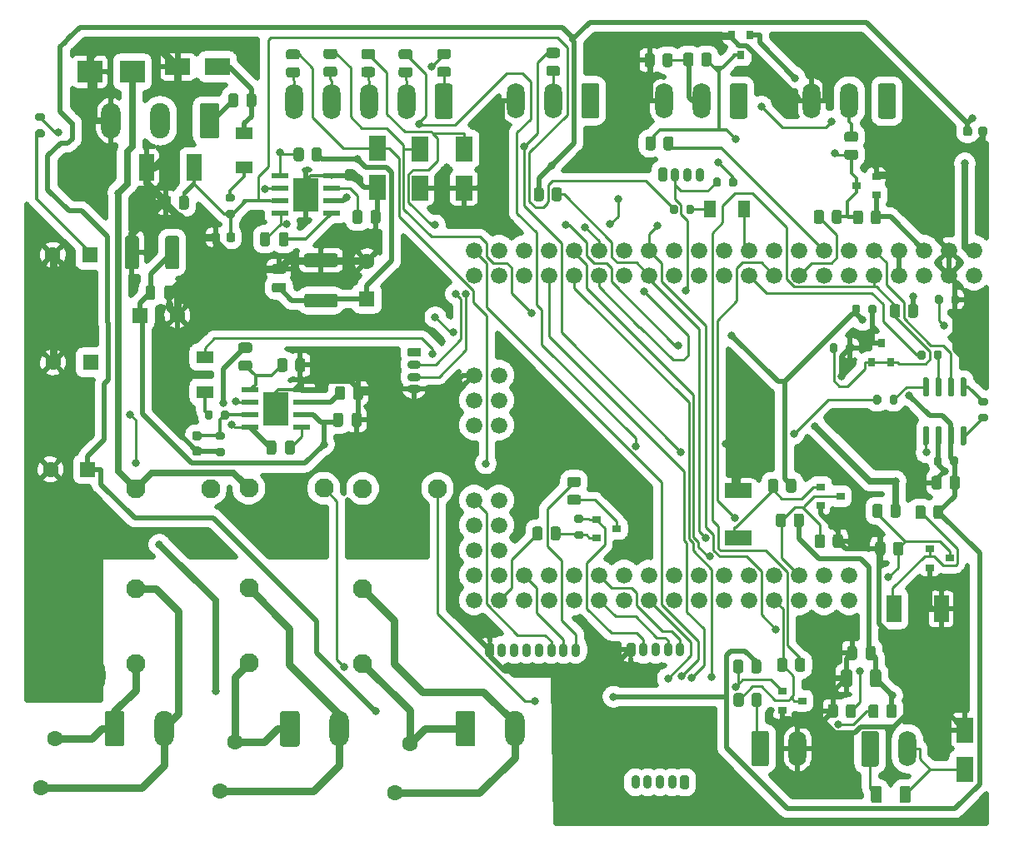
<source format=gbr>
%TF.GenerationSoftware,KiCad,Pcbnew,(5.1.9)-1*%
%TF.CreationDate,2021-01-26T21:07:48+02:00*%
%TF.ProjectId,Car_bs_controller_nex_mega,4361725f-6273-45f6-936f-6e74726f6c6c,rev?*%
%TF.SameCoordinates,Original*%
%TF.FileFunction,Copper,L2,Bot*%
%TF.FilePolarity,Positive*%
%FSLAX46Y46*%
G04 Gerber Fmt 4.6, Leading zero omitted, Abs format (unit mm)*
G04 Created by KiCad (PCBNEW (5.1.9)-1) date 2021-01-26 21:07:48*
%MOMM*%
%LPD*%
G01*
G04 APERTURE LIST*
%TA.AperFunction,ComponentPad*%
%ADD10O,0.900000X1.400000*%
%TD*%
%TA.AperFunction,SMDPad,CuDef*%
%ADD11R,0.800000X0.900000*%
%TD*%
%TA.AperFunction,ComponentPad*%
%ADD12C,1.676400*%
%TD*%
%TA.AperFunction,SMDPad,CuDef*%
%ADD13R,2.620000X3.510000*%
%TD*%
%TA.AperFunction,SMDPad,CuDef*%
%ADD14R,1.800000X0.600000*%
%TD*%
%TA.AperFunction,ComponentPad*%
%ADD15C,1.600000*%
%TD*%
%TA.AperFunction,ComponentPad*%
%ADD16O,2.000000X3.600000*%
%TD*%
%TA.AperFunction,ComponentPad*%
%ADD17O,1.800000X3.600000*%
%TD*%
%TA.AperFunction,SMDPad,CuDef*%
%ADD18R,2.700000X1.500000*%
%TD*%
%TA.AperFunction,SMDPad,CuDef*%
%ADD19R,0.900000X0.800000*%
%TD*%
%TA.AperFunction,SMDPad,CuDef*%
%ADD20R,1.500000X2.700000*%
%TD*%
%TA.AperFunction,SMDPad,CuDef*%
%ADD21R,1.800000X2.500000*%
%TD*%
%TA.AperFunction,SMDPad,CuDef*%
%ADD22R,1.700000X1.300000*%
%TD*%
%TA.AperFunction,SMDPad,CuDef*%
%ADD23R,1.300000X1.700000*%
%TD*%
%TA.AperFunction,SMDPad,CuDef*%
%ADD24R,2.500000X1.800000*%
%TD*%
%TA.AperFunction,SMDPad,CuDef*%
%ADD25R,2.500000X2.300000*%
%TD*%
%TA.AperFunction,ComponentPad*%
%ADD26R,1.600000X1.600000*%
%TD*%
%TA.AperFunction,ComponentPad*%
%ADD27O,1.400000X0.900000*%
%TD*%
%TA.AperFunction,ComponentPad*%
%ADD28C,1.950000*%
%TD*%
%TA.AperFunction,ViaPad*%
%ADD29C,4.500000*%
%TD*%
%TA.AperFunction,ViaPad*%
%ADD30C,0.800000*%
%TD*%
%TA.AperFunction,Conductor*%
%ADD31C,0.500000*%
%TD*%
%TA.AperFunction,Conductor*%
%ADD32C,0.700000*%
%TD*%
%TA.AperFunction,Conductor*%
%ADD33C,0.350000*%
%TD*%
%TA.AperFunction,Conductor*%
%ADD34C,0.800000*%
%TD*%
%TA.AperFunction,Conductor*%
%ADD35C,0.250000*%
%TD*%
%TA.AperFunction,Conductor*%
%ADD36C,0.100000*%
%TD*%
G04 APERTURE END LIST*
%TO.P,R78,2*%
%TO.N,+5v_FROM_MCU*%
%TA.AperFunction,SMDPad,CuDef*%
G36*
G01*
X130241860Y-61110540D02*
X130241860Y-60560540D01*
G75*
G02*
X130441860Y-60360540I200000J0D01*
G01*
X130841860Y-60360540D01*
G75*
G02*
X131041860Y-60560540I0J-200000D01*
G01*
X131041860Y-61110540D01*
G75*
G02*
X130841860Y-61310540I-200000J0D01*
G01*
X130441860Y-61310540D01*
G75*
G02*
X130241860Y-61110540I0J200000D01*
G01*
G37*
%TD.AperFunction*%
%TO.P,R78,1*%
%TO.N,MCU_I2C_SDA*%
%TA.AperFunction,SMDPad,CuDef*%
G36*
G01*
X128591860Y-61110540D02*
X128591860Y-60560540D01*
G75*
G02*
X128791860Y-60360540I200000J0D01*
G01*
X129191860Y-60360540D01*
G75*
G02*
X129391860Y-60560540I0J-200000D01*
G01*
X129391860Y-61110540D01*
G75*
G02*
X129191860Y-61310540I-200000J0D01*
G01*
X128791860Y-61310540D01*
G75*
G02*
X128591860Y-61110540I0J200000D01*
G01*
G37*
%TD.AperFunction*%
%TD*%
D10*
%TO.P,J15,4*%
%TO.N,GND*%
X127249880Y-60043060D03*
%TO.P,J15,3*%
%TO.N,MCU_I2C_SCL*%
X125999880Y-60043060D03*
%TO.P,J15,2*%
%TO.N,MCU_I2C_SDA*%
X124749880Y-60043060D03*
%TO.P,J15,1*%
%TO.N,+5v_FROM_MCU*%
%TA.AperFunction,ComponentPad*%
G36*
G01*
X123049880Y-60518060D02*
X123049880Y-59568060D01*
G75*
G02*
X123274880Y-59343060I225000J0D01*
G01*
X123724880Y-59343060D01*
G75*
G02*
X123949880Y-59568060I0J-225000D01*
G01*
X123949880Y-60518060D01*
G75*
G02*
X123724880Y-60743060I-225000J0D01*
G01*
X123274880Y-60743060D01*
G75*
G02*
X123049880Y-60518060I0J225000D01*
G01*
G37*
%TD.AperFunction*%
%TD*%
%TO.P,J8,5*%
%TO.N,Socket_spare_out_+12v*%
X120710000Y-121839000D03*
%TO.P,J8,4*%
%TO.N,Socket_spare_out_4*%
X121960000Y-121839000D03*
%TO.P,J8,3*%
%TO.N,Socket_spare_out_3*%
X123210000Y-121839000D03*
%TO.P,J8,2*%
%TO.N,Socket_spare_out_2*%
X124460000Y-121839000D03*
%TO.P,J8,1*%
%TO.N,Socket_spare_out_1*%
%TA.AperFunction,ComponentPad*%
G36*
G01*
X126160000Y-121364000D02*
X126160000Y-122314000D01*
G75*
G02*
X125935000Y-122539000I-225000J0D01*
G01*
X125485000Y-122539000D01*
G75*
G02*
X125260000Y-122314000I0J225000D01*
G01*
X125260000Y-121364000D01*
G75*
G02*
X125485000Y-121139000I225000J0D01*
G01*
X125935000Y-121139000D01*
G75*
G02*
X126160000Y-121364000I0J-225000D01*
G01*
G37*
%TD.AperFunction*%
%TD*%
D11*
%TO.P,U7,3*%
%TO.N,GND*%
X145699000Y-77171000D03*
%TO.P,U7,2*%
%TO.N,MCU_Uref_2.5v*%
X144749000Y-79171000D03*
%TO.P,U7,1*%
X146649000Y-79171000D03*
%TD*%
%TO.P,U4,8*%
%TO.N,Net-(R44-Pad1)*%
%TA.AperFunction,SMDPad,CuDef*%
G36*
G01*
X154201000Y-82623800D02*
X153901000Y-82623800D01*
G75*
G02*
X153751000Y-82473800I0J150000D01*
G01*
X153751000Y-80823800D01*
G75*
G02*
X153901000Y-80673800I150000J0D01*
G01*
X154201000Y-80673800D01*
G75*
G02*
X154351000Y-80823800I0J-150000D01*
G01*
X154351000Y-82473800D01*
G75*
G02*
X154201000Y-82623800I-150000J0D01*
G01*
G37*
%TD.AperFunction*%
%TO.P,U4,7*%
%TO.N,MCU_rst*%
%TA.AperFunction,SMDPad,CuDef*%
G36*
G01*
X152931000Y-82623800D02*
X152631000Y-82623800D01*
G75*
G02*
X152481000Y-82473800I0J150000D01*
G01*
X152481000Y-80823800D01*
G75*
G02*
X152631000Y-80673800I150000J0D01*
G01*
X152931000Y-80673800D01*
G75*
G02*
X153081000Y-80823800I0J-150000D01*
G01*
X153081000Y-82473800D01*
G75*
G02*
X152931000Y-82623800I-150000J0D01*
G01*
G37*
%TD.AperFunction*%
%TO.P,U4,6*%
%TO.N,Net-(R45-Pad2)*%
%TA.AperFunction,SMDPad,CuDef*%
G36*
G01*
X151661000Y-82623800D02*
X151361000Y-82623800D01*
G75*
G02*
X151211000Y-82473800I0J150000D01*
G01*
X151211000Y-80823800D01*
G75*
G02*
X151361000Y-80673800I150000J0D01*
G01*
X151661000Y-80673800D01*
G75*
G02*
X151811000Y-80823800I0J-150000D01*
G01*
X151811000Y-82473800D01*
G75*
G02*
X151661000Y-82623800I-150000J0D01*
G01*
G37*
%TD.AperFunction*%
%TO.P,U4,5*%
%TO.N,Net-(R46-Pad2)*%
%TA.AperFunction,SMDPad,CuDef*%
G36*
G01*
X150391000Y-82623800D02*
X150091000Y-82623800D01*
G75*
G02*
X149941000Y-82473800I0J150000D01*
G01*
X149941000Y-80823800D01*
G75*
G02*
X150091000Y-80673800I150000J0D01*
G01*
X150391000Y-80673800D01*
G75*
G02*
X150541000Y-80823800I0J-150000D01*
G01*
X150541000Y-82473800D01*
G75*
G02*
X150391000Y-82623800I-150000J0D01*
G01*
G37*
%TD.AperFunction*%
%TO.P,U4,4*%
%TO.N,Net-(R37-Pad1)*%
%TA.AperFunction,SMDPad,CuDef*%
G36*
G01*
X150391000Y-87573800D02*
X150091000Y-87573800D01*
G75*
G02*
X149941000Y-87423800I0J150000D01*
G01*
X149941000Y-85773800D01*
G75*
G02*
X150091000Y-85623800I150000J0D01*
G01*
X150391000Y-85623800D01*
G75*
G02*
X150541000Y-85773800I0J-150000D01*
G01*
X150541000Y-87423800D01*
G75*
G02*
X150391000Y-87573800I-150000J0D01*
G01*
G37*
%TD.AperFunction*%
%TO.P,U4,3*%
%TO.N,GND*%
%TA.AperFunction,SMDPad,CuDef*%
G36*
G01*
X151661000Y-87573800D02*
X151361000Y-87573800D01*
G75*
G02*
X151211000Y-87423800I0J150000D01*
G01*
X151211000Y-85773800D01*
G75*
G02*
X151361000Y-85623800I150000J0D01*
G01*
X151661000Y-85623800D01*
G75*
G02*
X151811000Y-85773800I0J-150000D01*
G01*
X151811000Y-87423800D01*
G75*
G02*
X151661000Y-87573800I-150000J0D01*
G01*
G37*
%TD.AperFunction*%
%TO.P,U4,2*%
%TO.N,+5v_FROM_MCU*%
%TA.AperFunction,SMDPad,CuDef*%
G36*
G01*
X152931000Y-87573800D02*
X152631000Y-87573800D01*
G75*
G02*
X152481000Y-87423800I0J150000D01*
G01*
X152481000Y-85773800D01*
G75*
G02*
X152631000Y-85623800I150000J0D01*
G01*
X152931000Y-85623800D01*
G75*
G02*
X153081000Y-85773800I0J-150000D01*
G01*
X153081000Y-87423800D01*
G75*
G02*
X152931000Y-87573800I-150000J0D01*
G01*
G37*
%TD.AperFunction*%
%TO.P,U4,1*%
%TO.N,Net-(R44-Pad2)*%
%TA.AperFunction,SMDPad,CuDef*%
G36*
G01*
X154201000Y-87573800D02*
X153901000Y-87573800D01*
G75*
G02*
X153751000Y-87423800I0J150000D01*
G01*
X153751000Y-85773800D01*
G75*
G02*
X153901000Y-85623800I150000J0D01*
G01*
X154201000Y-85623800D01*
G75*
G02*
X154351000Y-85773800I0J-150000D01*
G01*
X154351000Y-87423800D01*
G75*
G02*
X154201000Y-87573800I-150000J0D01*
G01*
G37*
%TD.AperFunction*%
%TD*%
D12*
%TO.P,U3,MOSI*%
%TO.N,N/C*%
X104326000Y-82992000D03*
%TO.P,U3,5V_3*%
X104326000Y-85532000D03*
%TO.P,U3,MISO*%
X106866000Y-85532000D03*
%TO.P,U3,SCK*%
X106866000Y-82992000D03*
%TO.P,U3,GND_3*%
%TO.N,GND*%
X104326000Y-80452000D03*
%TO.P,U3,RESET*%
%TO.N,N/C*%
X106866000Y-80452000D03*
%TO.P,U3,D53*%
%TO.N,LCD_DI_MCU_CS*%
X106866000Y-93152000D03*
%TO.P,U3,D52*%
%TO.N,LCD_E_MCU_SCLK*%
X104326000Y-93152000D03*
%TO.P,U3,D50*%
%TO.N,N/C*%
X104326000Y-95692000D03*
%TO.P,U3,D51*%
%TO.N,LCD_RW_MCU_MOSI*%
X106866000Y-95692000D03*
%TO.P,U3,D49*%
%TO.N,N/C*%
X106866000Y-98232000D03*
%TO.P,U3,D48*%
X104326000Y-98232000D03*
%TO.P,U3,D47*%
X104326000Y-100772000D03*
%TO.P,U3,D46*%
X104326000Y-103312000D03*
%TO.P,U3,D45*%
X106866000Y-100772000D03*
%TO.P,U3,D44*%
%TO.N,LCD_BLA*%
X106866000Y-103312000D03*
%TO.P,U3,D43*%
%TO.N,LCD_RST*%
X109406000Y-100772000D03*
%TO.P,U3,D42*%
%TO.N,MCU_spare_input_1*%
X109406000Y-103312000D03*
%TO.P,U3,D41*%
%TO.N,MCU_power_OK_from_ADM705*%
X111946000Y-100772000D03*
%TO.P,U3,D40*%
%TO.N,N/C*%
X111946000Y-103312000D03*
%TO.P,U3,D39*%
X114486000Y-100772000D03*
%TO.P,U3,D38*%
X114486000Y-103312000D03*
%TO.P,U3,D37*%
%TO.N,MCU_encoder_CLK*%
X117026000Y-100772000D03*
%TO.P,U3,D36*%
%TO.N,MCU_encoder_DT*%
X117026000Y-103312000D03*
%TO.P,U3,D35*%
%TO.N,MCU_encoder_SW*%
X119566000Y-100772000D03*
%TO.P,U3,D34*%
%TO.N,MCU_spare_out_4*%
X119566000Y-103312000D03*
%TO.P,U3,D33*%
%TO.N,MCU_spare_out_3*%
X122106000Y-100772000D03*
%TO.P,U3,D32*%
%TO.N,MCU_spare_out_2*%
X122106000Y-103312000D03*
%TO.P,U3,A15*%
%TO.N,N/C*%
X124646000Y-100772000D03*
%TO.P,U3,A14*%
X124646000Y-103312000D03*
%TO.P,U3,A13*%
X127186000Y-100772000D03*
%TO.P,U3,A12*%
X127186000Y-103312000D03*
%TO.P,U3,A11*%
X129726000Y-100772000D03*
%TO.P,U3,A10*%
X129726000Y-103312000D03*
%TO.P,U3,A9*%
X132266000Y-100772000D03*
%TO.P,U3,A8*%
X132266000Y-103312000D03*
%TO.P,U3,A7*%
X134806000Y-100772000D03*
%TO.P,U3,A6*%
%TO.N,MCU_resistive_sensor_0_190*%
X134806000Y-103312000D03*
%TO.P,U3,A4*%
%TO.N,MCU_supply_voltage_input*%
X137346000Y-103312000D03*
%TO.P,U3,A5*%
%TO.N,MCU_sensors_voltage_test_input*%
X137346000Y-100772000D03*
%TO.P,U3,A3*%
%TO.N,MCU_low_washer_water_level_input*%
X139886000Y-100772000D03*
%TO.P,U3,A2*%
%TO.N,MCU_ignition_switch_input*%
X139886000Y-103312000D03*
%TO.P,U3,A0*%
%TO.N,MCU_door_switch_input*%
X142426000Y-103312000D03*
%TO.P,U3,A1*%
%TO.N,MCU_proximity_input*%
X142426000Y-100772000D03*
%TO.P,U3,D22*%
%TO.N,MCU_water_pump_out*%
X114486000Y-70292000D03*
%TO.P,U3,D24*%
%TO.N,MCU_converter_out*%
X111946000Y-70292000D03*
%TO.P,U3,D26*%
%TO.N,N/C*%
X109406000Y-70292000D03*
%TO.P,U3,D28*%
X106866000Y-70292000D03*
%TO.P,U3,D30*%
X104326000Y-70292000D03*
%TO.P,U3,D31*%
%TO.N,MCU_spare_out_1*%
X104326000Y-67752000D03*
%TO.P,U3,D29*%
%TO.N,N/C*%
X106866000Y-67752000D03*
%TO.P,U3,D27*%
X109406000Y-67752000D03*
%TO.P,U3,D25*%
X111946000Y-67752000D03*
%TO.P,U3,D23*%
%TO.N,MCU_light_out*%
X114486000Y-67752000D03*
%TO.P,U3,D20*%
%TO.N,MCU_I2C_SDA*%
X117026000Y-70292000D03*
%TO.P,U3,D18*%
%TO.N,MCU_UART1_TX*%
X119566000Y-70292000D03*
%TO.P,U3,D16*%
%TO.N,MCU_UART2_TX*%
X122106000Y-70292000D03*
%TO.P,U3,D14*%
%TO.N,N/C*%
X124646000Y-70292000D03*
%TO.P,U3,D12*%
X127186000Y-70292000D03*
%TO.P,U3,D10*%
%TO.N,MCU_button_on_board*%
X129726000Y-70292000D03*
%TO.P,U3,D8*%
%TO.N,MCU_wdt_reset_to_ADM705*%
X132266000Y-70292000D03*
%TO.P,U3,D6*%
%TO.N,MCU_rs485_de*%
X134806000Y-70292000D03*
%TO.P,U3,D4*%
%TO.N,MCU_one_wire_PIN*%
X137346000Y-70292000D03*
%TO.P,U3,D2*%
%TO.N,MCU_buzzer_out*%
X139886000Y-70292000D03*
%TO.P,U3,D21*%
%TO.N,MCU_I2C_SCL*%
X117026000Y-67752000D03*
%TO.P,U3,D19*%
%TO.N,MCU_UART1_RX*%
X119566000Y-67752000D03*
%TO.P,U3,D17*%
%TO.N,MCU_UART2_RX*%
X122106000Y-67752000D03*
%TO.P,U3,D15*%
%TO.N,N/C*%
X124646000Y-67752000D03*
%TO.P,U3,D13*%
%TO.N,MCU_system_status_LED*%
X127186000Y-67752000D03*
%TO.P,U3,D11*%
%TO.N,N/C*%
X129726000Y-67752000D03*
%TO.P,U3,D9*%
%TO.N,MCU_main_supply_enable*%
X132266000Y-67752000D03*
%TO.P,U3,D7*%
%TO.N,MCU_5V_sensors_enable*%
X134806000Y-67752000D03*
%TO.P,U3,D5*%
%TO.N,MCU_water_flow_sensor*%
X137346000Y-67752000D03*
%TO.P,U3,D3*%
%TO.N,MCU_pjon_bus_PIN*%
X139886000Y-67752000D03*
%TO.P,U3,TX*%
%TO.N,N/C*%
X142426000Y-67752000D03*
%TO.P,U3,RX*%
X142426000Y-70292000D03*
%TO.P,U3,AREF*%
%TO.N,MCU_Uref_2.5v*%
X144966000Y-70292000D03*
%TO.P,U3,RST*%
%TO.N,MCU_rst*%
X144966000Y-67752000D03*
%TO.P,U3,3V3_1*%
%TO.N,+3v3_from_MCU*%
X147506000Y-67752000D03*
%TO.P,U3,3V3_2*%
X147506000Y-70292000D03*
%TO.P,U3,5V_2*%
%TO.N,N/C*%
X150046000Y-70292000D03*
%TO.P,U3,5V_1*%
%TO.N,+5v_FROM_MCU*%
X150046000Y-67752000D03*
%TO.P,U3,GND_1*%
%TO.N,GND*%
X152586000Y-67752000D03*
%TO.P,U3,GND_2*%
X152586000Y-70292000D03*
%TO.P,U3,VIN_1*%
%TO.N,7.2V_stab*%
X155126000Y-67752000D03*
%TO.P,U3,VIN_2*%
%TO.N,N/C*%
X155126000Y-70292000D03*
%TD*%
D13*
%TO.P,U2,5*%
%TO.N,GND*%
X87233800Y-62103000D03*
D14*
%TO.P,U2,8*%
%TO.N,Net-(C13-Pad1)*%
X89833800Y-64008000D03*
%TO.P,U2,7*%
%TO.N,Net-(C1-Pad1)*%
X89833800Y-62738000D03*
%TO.P,U2,6*%
%TO.N,Net-(R9-Pad1)*%
X89833800Y-61468000D03*
%TO.P,U2,5*%
%TO.N,GND*%
X89833800Y-60198000D03*
%TO.P,U2,4*%
%TO.N,Net-(R14-Pad1)*%
X84633800Y-60198000D03*
%TO.P,U2,3*%
%TO.N,Net-(C12-Pad1)*%
X84633800Y-61468000D03*
%TO.P,U2,2*%
%TO.N,Net-(C9-Pad1)*%
X84633800Y-62738000D03*
%TO.P,U2,1*%
%TO.N,Net-(C13-Pad2)*%
X84633800Y-64008000D03*
%TD*%
D13*
%TO.P,U1,5*%
%TO.N,GND*%
X84185800Y-83870800D03*
D14*
%TO.P,U1,8*%
%TO.N,Net-(C11-Pad1)*%
X86785800Y-85775800D03*
%TO.P,U1,7*%
%TO.N,Net-(C1-Pad1)*%
X86785800Y-84505800D03*
%TO.P,U1,6*%
%TO.N,Net-(R7-Pad1)*%
X86785800Y-83235800D03*
%TO.P,U1,5*%
%TO.N,GND*%
X86785800Y-81965800D03*
%TO.P,U1,4*%
%TO.N,Net-(R11-Pad1)*%
X81585800Y-81965800D03*
%TO.P,U1,3*%
%TO.N,Net-(C10-Pad1)*%
X81585800Y-83235800D03*
%TO.P,U1,2*%
%TO.N,Net-(C6-Pad1)*%
X81585800Y-84505800D03*
%TO.P,U1,1*%
%TO.N,Net-(C11-Pad2)*%
X81585800Y-85775800D03*
%TD*%
D15*
%TO.P,RV4,2*%
%TO.N,PUMP_RELAY_NO*%
X60262600Y-122368000D03*
%TO.P,RV4,1*%
%TO.N,PUMP_RELAY_COM*%
X61762600Y-117368000D03*
%TD*%
%TO.P,RV3,2*%
%TO.N,CONVERTER_RELAY_NO*%
X96269700Y-122937000D03*
%TO.P,RV3,1*%
%TO.N,CONVERTER_RELAY_COM*%
X97769700Y-117937000D03*
%TD*%
%TO.P,RV2,2*%
%TO.N,LIGHT_RELAY_NO*%
X78494800Y-122714000D03*
%TO.P,RV2,1*%
%TO.N,LIGHT_RELAY_COM*%
X79994800Y-117714000D03*
%TD*%
%TO.P,R76,2*%
%TO.N,+5v_FROM_MCU*%
%TA.AperFunction,SMDPad,CuDef*%
G36*
G01*
X136023000Y-92138901D02*
X136023000Y-91238899D01*
G75*
G02*
X136272999Y-90988900I249999J0D01*
G01*
X136798001Y-90988900D01*
G75*
G02*
X137048000Y-91238899I0J-249999D01*
G01*
X137048000Y-92138901D01*
G75*
G02*
X136798001Y-92388900I-249999J0D01*
G01*
X136272999Y-92388900D01*
G75*
G02*
X136023000Y-92138901I0J249999D01*
G01*
G37*
%TD.AperFunction*%
%TO.P,R76,1*%
%TO.N,Net-(D49-Pad2)*%
%TA.AperFunction,SMDPad,CuDef*%
G36*
G01*
X134198000Y-92138901D02*
X134198000Y-91238899D01*
G75*
G02*
X134447999Y-90988900I249999J0D01*
G01*
X134973001Y-90988900D01*
G75*
G02*
X135223000Y-91238899I0J-249999D01*
G01*
X135223000Y-92138901D01*
G75*
G02*
X134973001Y-92388900I-249999J0D01*
G01*
X134447999Y-92388900D01*
G75*
G02*
X134198000Y-92138901I0J249999D01*
G01*
G37*
%TD.AperFunction*%
%TD*%
%TO.P,R75,2*%
%TO.N,MCU_sensors_voltage_test_input*%
%TA.AperFunction,SMDPad,CuDef*%
G36*
G01*
X139971000Y-96877699D02*
X139971000Y-97777701D01*
G75*
G02*
X139721001Y-98027700I-249999J0D01*
G01*
X139195999Y-98027700D01*
G75*
G02*
X138946000Y-97777701I0J249999D01*
G01*
X138946000Y-96877699D01*
G75*
G02*
X139195999Y-96627700I249999J0D01*
G01*
X139721001Y-96627700D01*
G75*
G02*
X139971000Y-96877699I0J-249999D01*
G01*
G37*
%TD.AperFunction*%
%TO.P,R75,1*%
%TO.N,GND*%
%TA.AperFunction,SMDPad,CuDef*%
G36*
G01*
X141796000Y-96877699D02*
X141796000Y-97777701D01*
G75*
G02*
X141546001Y-98027700I-249999J0D01*
G01*
X141020999Y-98027700D01*
G75*
G02*
X140771000Y-97777701I0J249999D01*
G01*
X140771000Y-96877699D01*
G75*
G02*
X141020999Y-96627700I249999J0D01*
G01*
X141546001Y-96627700D01*
G75*
G02*
X141796000Y-96877699I0J-249999D01*
G01*
G37*
%TD.AperFunction*%
%TD*%
%TO.P,R74,2*%
%TO.N,5V_sensors_stab*%
%TA.AperFunction,SMDPad,CuDef*%
G36*
G01*
X136805000Y-95654301D02*
X136805000Y-94754299D01*
G75*
G02*
X137054999Y-94504300I249999J0D01*
G01*
X137580001Y-94504300D01*
G75*
G02*
X137830000Y-94754299I0J-249999D01*
G01*
X137830000Y-95654301D01*
G75*
G02*
X137580001Y-95904300I-249999J0D01*
G01*
X137054999Y-95904300D01*
G75*
G02*
X136805000Y-95654301I0J249999D01*
G01*
G37*
%TD.AperFunction*%
%TO.P,R74,1*%
%TO.N,MCU_sensors_voltage_test_input*%
%TA.AperFunction,SMDPad,CuDef*%
G36*
G01*
X134980000Y-95654301D02*
X134980000Y-94754299D01*
G75*
G02*
X135229999Y-94504300I249999J0D01*
G01*
X135755001Y-94504300D01*
G75*
G02*
X136005000Y-94754299I0J-249999D01*
G01*
X136005000Y-95654301D01*
G75*
G02*
X135755001Y-95904300I-249999J0D01*
G01*
X135229999Y-95904300D01*
G75*
G02*
X134980000Y-95654301I0J249999D01*
G01*
G37*
%TD.AperFunction*%
%TD*%
%TO.P,R73,2*%
%TO.N,MCU_Uref_2.5v*%
%TA.AperFunction,SMDPad,CuDef*%
G36*
G01*
X136942000Y-110346001D02*
X136942000Y-109445999D01*
G75*
G02*
X137191999Y-109196000I249999J0D01*
G01*
X137717001Y-109196000D01*
G75*
G02*
X137967000Y-109445999I0J-249999D01*
G01*
X137967000Y-110346001D01*
G75*
G02*
X137717001Y-110596000I-249999J0D01*
G01*
X137191999Y-110596000D01*
G75*
G02*
X136942000Y-110346001I0J249999D01*
G01*
G37*
%TD.AperFunction*%
%TO.P,R73,1*%
%TO.N,MCU_resistive_sensor_0_190*%
%TA.AperFunction,SMDPad,CuDef*%
G36*
G01*
X135117000Y-110346001D02*
X135117000Y-109445999D01*
G75*
G02*
X135366999Y-109196000I249999J0D01*
G01*
X135892001Y-109196000D01*
G75*
G02*
X136142000Y-109445999I0J-249999D01*
G01*
X136142000Y-110346001D01*
G75*
G02*
X135892001Y-110596000I-249999J0D01*
G01*
X135366999Y-110596000D01*
G75*
G02*
X135117000Y-110346001I0J249999D01*
G01*
G37*
%TD.AperFunction*%
%TD*%
%TO.P,R72,2*%
%TO.N,+5v_FROM_MCU*%
%TA.AperFunction,SMDPad,CuDef*%
G36*
G01*
X132475000Y-110518001D02*
X132475000Y-109617999D01*
G75*
G02*
X132724999Y-109368000I249999J0D01*
G01*
X133250001Y-109368000D01*
G75*
G02*
X133500000Y-109617999I0J-249999D01*
G01*
X133500000Y-110518001D01*
G75*
G02*
X133250001Y-110768000I-249999J0D01*
G01*
X132724999Y-110768000D01*
G75*
G02*
X132475000Y-110518001I0J249999D01*
G01*
G37*
%TD.AperFunction*%
%TO.P,R72,1*%
%TO.N,Net-(D47-Pad2)*%
%TA.AperFunction,SMDPad,CuDef*%
G36*
G01*
X130650000Y-110518001D02*
X130650000Y-109617999D01*
G75*
G02*
X130899999Y-109368000I249999J0D01*
G01*
X131425001Y-109368000D01*
G75*
G02*
X131675000Y-109617999I0J-249999D01*
G01*
X131675000Y-110518001D01*
G75*
G02*
X131425001Y-110768000I-249999J0D01*
G01*
X130899999Y-110768000D01*
G75*
G02*
X130650000Y-110518001I0J249999D01*
G01*
G37*
%TD.AperFunction*%
%TD*%
%TO.P,R71,2*%
%TO.N,RESISTIVE_SENSOR_0_190*%
%TA.AperFunction,SMDPad,CuDef*%
G36*
G01*
X132517000Y-113917001D02*
X132517000Y-113016999D01*
G75*
G02*
X132766999Y-112767000I249999J0D01*
G01*
X133292001Y-112767000D01*
G75*
G02*
X133542000Y-113016999I0J-249999D01*
G01*
X133542000Y-113917001D01*
G75*
G02*
X133292001Y-114167000I-249999J0D01*
G01*
X132766999Y-114167000D01*
G75*
G02*
X132517000Y-113917001I0J249999D01*
G01*
G37*
%TD.AperFunction*%
%TO.P,R71,1*%
%TO.N,MCU_resistive_sensor_0_190*%
%TA.AperFunction,SMDPad,CuDef*%
G36*
G01*
X130692000Y-113917001D02*
X130692000Y-113016999D01*
G75*
G02*
X130941999Y-112767000I249999J0D01*
G01*
X131467001Y-112767000D01*
G75*
G02*
X131717000Y-113016999I0J-249999D01*
G01*
X131717000Y-113917001D01*
G75*
G02*
X131467001Y-114167000I-249999J0D01*
G01*
X130941999Y-114167000D01*
G75*
G02*
X130692000Y-113917001I0J249999D01*
G01*
G37*
%TD.AperFunction*%
%TD*%
%TO.P,R70,2*%
%TO.N,+5v_FROM_MCU*%
%TA.AperFunction,SMDPad,CuDef*%
G36*
G01*
X150985000Y-94831301D02*
X150985000Y-93931299D01*
G75*
G02*
X151234999Y-93681300I249999J0D01*
G01*
X151760001Y-93681300D01*
G75*
G02*
X152010000Y-93931299I0J-249999D01*
G01*
X152010000Y-94831301D01*
G75*
G02*
X151760001Y-95081300I-249999J0D01*
G01*
X151234999Y-95081300D01*
G75*
G02*
X150985000Y-94831301I0J249999D01*
G01*
G37*
%TD.AperFunction*%
%TO.P,R70,1*%
%TO.N,Net-(D45-Pad2)*%
%TA.AperFunction,SMDPad,CuDef*%
G36*
G01*
X149160000Y-94831301D02*
X149160000Y-93931299D01*
G75*
G02*
X149409999Y-93681300I249999J0D01*
G01*
X149935001Y-93681300D01*
G75*
G02*
X150185000Y-93931299I0J-249999D01*
G01*
X150185000Y-94831301D01*
G75*
G02*
X149935001Y-95081300I-249999J0D01*
G01*
X149409999Y-95081300D01*
G75*
G02*
X149160000Y-94831301I0J249999D01*
G01*
G37*
%TD.AperFunction*%
%TD*%
%TO.P,R69,2*%
%TO.N,+5v_FROM_MCU*%
%TA.AperFunction,SMDPad,CuDef*%
G36*
G01*
X148408000Y-74369101D02*
X148408000Y-73469099D01*
G75*
G02*
X148657999Y-73219100I249999J0D01*
G01*
X149183001Y-73219100D01*
G75*
G02*
X149433000Y-73469099I0J-249999D01*
G01*
X149433000Y-74369101D01*
G75*
G02*
X149183001Y-74619100I-249999J0D01*
G01*
X148657999Y-74619100D01*
G75*
G02*
X148408000Y-74369101I0J249999D01*
G01*
G37*
%TD.AperFunction*%
%TO.P,R69,1*%
%TO.N,MCU_Uref_2.5v*%
%TA.AperFunction,SMDPad,CuDef*%
G36*
G01*
X146583000Y-74369101D02*
X146583000Y-73469099D01*
G75*
G02*
X146832999Y-73219100I249999J0D01*
G01*
X147358001Y-73219100D01*
G75*
G02*
X147608000Y-73469099I0J-249999D01*
G01*
X147608000Y-74369101D01*
G75*
G02*
X147358001Y-74619100I-249999J0D01*
G01*
X146832999Y-74619100D01*
G75*
G02*
X146583000Y-74369101I0J249999D01*
G01*
G37*
%TD.AperFunction*%
%TD*%
%TO.P,R68,2*%
%TO.N,MCU_supply_voltage_input*%
%TA.AperFunction,SMDPad,CuDef*%
G36*
G01*
X146909000Y-98534601D02*
X146909000Y-97634599D01*
G75*
G02*
X147158999Y-97384600I249999J0D01*
G01*
X147684001Y-97384600D01*
G75*
G02*
X147934000Y-97634599I0J-249999D01*
G01*
X147934000Y-98534601D01*
G75*
G02*
X147684001Y-98784600I-249999J0D01*
G01*
X147158999Y-98784600D01*
G75*
G02*
X146909000Y-98534601I0J249999D01*
G01*
G37*
%TD.AperFunction*%
%TO.P,R68,1*%
%TO.N,GND*%
%TA.AperFunction,SMDPad,CuDef*%
G36*
G01*
X145084000Y-98534601D02*
X145084000Y-97634599D01*
G75*
G02*
X145333999Y-97384600I249999J0D01*
G01*
X145859001Y-97384600D01*
G75*
G02*
X146109000Y-97634599I0J-249999D01*
G01*
X146109000Y-98534601D01*
G75*
G02*
X145859001Y-98784600I-249999J0D01*
G01*
X145333999Y-98784600D01*
G75*
G02*
X145084000Y-98534601I0J249999D01*
G01*
G37*
%TD.AperFunction*%
%TD*%
%TO.P,R67,2*%
%TO.N,+12V*%
%TA.AperFunction,SMDPad,CuDef*%
G36*
G01*
X146626000Y-94694201D02*
X146626000Y-93794199D01*
G75*
G02*
X146875999Y-93544200I249999J0D01*
G01*
X147401001Y-93544200D01*
G75*
G02*
X147651000Y-93794199I0J-249999D01*
G01*
X147651000Y-94694201D01*
G75*
G02*
X147401001Y-94944200I-249999J0D01*
G01*
X146875999Y-94944200D01*
G75*
G02*
X146626000Y-94694201I0J249999D01*
G01*
G37*
%TD.AperFunction*%
%TO.P,R67,1*%
%TO.N,MCU_supply_voltage_input*%
%TA.AperFunction,SMDPad,CuDef*%
G36*
G01*
X144801000Y-94694201D02*
X144801000Y-93794199D01*
G75*
G02*
X145050999Y-93544200I249999J0D01*
G01*
X145576001Y-93544200D01*
G75*
G02*
X145826000Y-93794199I0J-249999D01*
G01*
X145826000Y-94694201D01*
G75*
G02*
X145576001Y-94944200I-249999J0D01*
G01*
X145050999Y-94944200D01*
G75*
G02*
X144801000Y-94694201I0J249999D01*
G01*
G37*
%TD.AperFunction*%
%TD*%
%TO.P,R66,2*%
%TO.N,Net-(J9-Pad8)*%
%TA.AperFunction,SMDPad,CuDef*%
G36*
G01*
X114928001Y-91809000D02*
X114027999Y-91809000D01*
G75*
G02*
X113778000Y-91559001I0J249999D01*
G01*
X113778000Y-91033999D01*
G75*
G02*
X114027999Y-90784000I249999J0D01*
G01*
X114928001Y-90784000D01*
G75*
G02*
X115178000Y-91033999I0J-249999D01*
G01*
X115178000Y-91559001D01*
G75*
G02*
X114928001Y-91809000I-249999J0D01*
G01*
G37*
%TD.AperFunction*%
%TO.P,R66,1*%
%TO.N,Net-(Q2-Pad3)*%
%TA.AperFunction,SMDPad,CuDef*%
G36*
G01*
X114928001Y-93634000D02*
X114027999Y-93634000D01*
G75*
G02*
X113778000Y-93384001I0J249999D01*
G01*
X113778000Y-92858999D01*
G75*
G02*
X114027999Y-92609000I249999J0D01*
G01*
X114928001Y-92609000D01*
G75*
G02*
X115178000Y-92858999I0J-249999D01*
G01*
X115178000Y-93384001D01*
G75*
G02*
X114928001Y-93634000I-249999J0D01*
G01*
G37*
%TD.AperFunction*%
%TD*%
%TO.P,R60,2*%
%TO.N,RS485_A*%
%TA.AperFunction,SMDPad,CuDef*%
G36*
G01*
X145760000Y-122462999D02*
X145760000Y-123713001D01*
G75*
G02*
X145510001Y-123963000I-249999J0D01*
G01*
X144884999Y-123963000D01*
G75*
G02*
X144635000Y-123713001I0J249999D01*
G01*
X144635000Y-122462999D01*
G75*
G02*
X144884999Y-122213000I249999J0D01*
G01*
X145510001Y-122213000D01*
G75*
G02*
X145760000Y-122462999I0J-249999D01*
G01*
G37*
%TD.AperFunction*%
%TO.P,R60,1*%
%TO.N,RS485_B*%
%TA.AperFunction,SMDPad,CuDef*%
G36*
G01*
X148685000Y-122462999D02*
X148685000Y-123713001D01*
G75*
G02*
X148435001Y-123963000I-249999J0D01*
G01*
X147809999Y-123963000D01*
G75*
G02*
X147560000Y-123713001I0J249999D01*
G01*
X147560000Y-122462999D01*
G75*
G02*
X147809999Y-122213000I249999J0D01*
G01*
X148435001Y-122213000D01*
G75*
G02*
X148685000Y-122462999I0J-249999D01*
G01*
G37*
%TD.AperFunction*%
%TD*%
%TO.P,R57,2*%
%TO.N,Net-(R57-Pad2)*%
%TA.AperFunction,SMDPad,CuDef*%
G36*
G01*
X145426000Y-114164999D02*
X145426000Y-115065001D01*
G75*
G02*
X145176001Y-115315000I-249999J0D01*
G01*
X144650999Y-115315000D01*
G75*
G02*
X144401000Y-115065001I0J249999D01*
G01*
X144401000Y-114164999D01*
G75*
G02*
X144650999Y-113915000I249999J0D01*
G01*
X145176001Y-113915000D01*
G75*
G02*
X145426000Y-114164999I0J-249999D01*
G01*
G37*
%TD.AperFunction*%
%TO.P,R57,1*%
%TO.N,5V_sensors_stab*%
%TA.AperFunction,SMDPad,CuDef*%
G36*
G01*
X147251000Y-114164999D02*
X147251000Y-115065001D01*
G75*
G02*
X147001001Y-115315000I-249999J0D01*
G01*
X146475999Y-115315000D01*
G75*
G02*
X146226000Y-115065001I0J249999D01*
G01*
X146226000Y-114164999D01*
G75*
G02*
X146475999Y-113915000I249999J0D01*
G01*
X147001001Y-113915000D01*
G75*
G02*
X147251000Y-114164999I0J-249999D01*
G01*
G37*
%TD.AperFunction*%
%TD*%
%TO.P,R54,2*%
%TO.N,GND*%
%TA.AperFunction,SMDPad,CuDef*%
G36*
G01*
X141296000Y-114149999D02*
X141296000Y-115050001D01*
G75*
G02*
X141046001Y-115300000I-249999J0D01*
G01*
X140520999Y-115300000D01*
G75*
G02*
X140271000Y-115050001I0J249999D01*
G01*
X140271000Y-114149999D01*
G75*
G02*
X140520999Y-113900000I249999J0D01*
G01*
X141046001Y-113900000D01*
G75*
G02*
X141296000Y-114149999I0J-249999D01*
G01*
G37*
%TD.AperFunction*%
%TO.P,R54,1*%
%TO.N,Net-(R54-Pad1)*%
%TA.AperFunction,SMDPad,CuDef*%
G36*
G01*
X143121000Y-114149999D02*
X143121000Y-115050001D01*
G75*
G02*
X142871001Y-115300000I-249999J0D01*
G01*
X142345999Y-115300000D01*
G75*
G02*
X142096000Y-115050001I0J249999D01*
G01*
X142096000Y-114149999D01*
G75*
G02*
X142345999Y-113900000I249999J0D01*
G01*
X142871001Y-113900000D01*
G75*
G02*
X143121000Y-114149999I0J-249999D01*
G01*
G37*
%TD.AperFunction*%
%TD*%
%TO.P,R51,2*%
%TO.N,MCU_UART2_TX*%
%TA.AperFunction,SMDPad,CuDef*%
G36*
G01*
X112203000Y-62517401D02*
X112203000Y-61617399D01*
G75*
G02*
X112452999Y-61367400I249999J0D01*
G01*
X112978001Y-61367400D01*
G75*
G02*
X113228000Y-61617399I0J-249999D01*
G01*
X113228000Y-62517401D01*
G75*
G02*
X112978001Y-62767400I-249999J0D01*
G01*
X112452999Y-62767400D01*
G75*
G02*
X112203000Y-62517401I0J249999D01*
G01*
G37*
%TD.AperFunction*%
%TO.P,R51,1*%
%TO.N,5V_sensors_stab*%
%TA.AperFunction,SMDPad,CuDef*%
G36*
G01*
X110378000Y-62517401D02*
X110378000Y-61617399D01*
G75*
G02*
X110627999Y-61367400I249999J0D01*
G01*
X111153001Y-61367400D01*
G75*
G02*
X111403000Y-61617399I0J-249999D01*
G01*
X111403000Y-62517401D01*
G75*
G02*
X111153001Y-62767400I-249999J0D01*
G01*
X110627999Y-62767400D01*
G75*
G02*
X110378000Y-62517401I0J249999D01*
G01*
G37*
%TD.AperFunction*%
%TD*%
%TO.P,R46,2*%
%TO.N,Net-(R46-Pad2)*%
%TA.AperFunction,SMDPad,CuDef*%
G36*
G01*
X146544000Y-83221200D02*
X146544000Y-82671200D01*
G75*
G02*
X146744000Y-82471200I200000J0D01*
G01*
X147144000Y-82471200D01*
G75*
G02*
X147344000Y-82671200I0J-200000D01*
G01*
X147344000Y-83221200D01*
G75*
G02*
X147144000Y-83421200I-200000J0D01*
G01*
X146744000Y-83421200D01*
G75*
G02*
X146544000Y-83221200I0J200000D01*
G01*
G37*
%TD.AperFunction*%
%TO.P,R46,1*%
%TO.N,MCU_power_OK_from_ADM705*%
%TA.AperFunction,SMDPad,CuDef*%
G36*
G01*
X144894000Y-83221200D02*
X144894000Y-82671200D01*
G75*
G02*
X145094000Y-82471200I200000J0D01*
G01*
X145494000Y-82471200D01*
G75*
G02*
X145694000Y-82671200I0J-200000D01*
G01*
X145694000Y-83221200D01*
G75*
G02*
X145494000Y-83421200I-200000J0D01*
G01*
X145094000Y-83421200D01*
G75*
G02*
X144894000Y-83221200I0J200000D01*
G01*
G37*
%TD.AperFunction*%
%TD*%
%TO.P,R45,2*%
%TO.N,Net-(R45-Pad2)*%
%TA.AperFunction,SMDPad,CuDef*%
G36*
G01*
X151035000Y-78677200D02*
X151035000Y-78127200D01*
G75*
G02*
X151235000Y-77927200I200000J0D01*
G01*
X151635000Y-77927200D01*
G75*
G02*
X151835000Y-78127200I0J-200000D01*
G01*
X151835000Y-78677200D01*
G75*
G02*
X151635000Y-78877200I-200000J0D01*
G01*
X151235000Y-78877200D01*
G75*
G02*
X151035000Y-78677200I0J200000D01*
G01*
G37*
%TD.AperFunction*%
%TO.P,R45,1*%
%TO.N,MCU_wdt_reset_to_ADM705*%
%TA.AperFunction,SMDPad,CuDef*%
G36*
G01*
X149385000Y-78677200D02*
X149385000Y-78127200D01*
G75*
G02*
X149585000Y-77927200I200000J0D01*
G01*
X149985000Y-77927200D01*
G75*
G02*
X150185000Y-78127200I0J-200000D01*
G01*
X150185000Y-78677200D01*
G75*
G02*
X149985000Y-78877200I-200000J0D01*
G01*
X149585000Y-78877200D01*
G75*
G02*
X149385000Y-78677200I0J200000D01*
G01*
G37*
%TD.AperFunction*%
%TD*%
%TO.P,R44,2*%
%TO.N,Net-(R44-Pad2)*%
%TA.AperFunction,SMDPad,CuDef*%
G36*
G01*
X155775000Y-84382700D02*
X156325000Y-84382700D01*
G75*
G02*
X156525000Y-84582700I0J-200000D01*
G01*
X156525000Y-84982700D01*
G75*
G02*
X156325000Y-85182700I-200000J0D01*
G01*
X155775000Y-85182700D01*
G75*
G02*
X155575000Y-84982700I0J200000D01*
G01*
X155575000Y-84582700D01*
G75*
G02*
X155775000Y-84382700I200000J0D01*
G01*
G37*
%TD.AperFunction*%
%TO.P,R44,1*%
%TO.N,Net-(R44-Pad1)*%
%TA.AperFunction,SMDPad,CuDef*%
G36*
G01*
X155775000Y-82732700D02*
X156325000Y-82732700D01*
G75*
G02*
X156525000Y-82932700I0J-200000D01*
G01*
X156525000Y-83332700D01*
G75*
G02*
X156325000Y-83532700I-200000J0D01*
G01*
X155775000Y-83532700D01*
G75*
G02*
X155575000Y-83332700I0J200000D01*
G01*
X155575000Y-82932700D01*
G75*
G02*
X155775000Y-82732700I200000J0D01*
G01*
G37*
%TD.AperFunction*%
%TD*%
%TO.P,R43,2*%
%TO.N,Net-(D29-Pad3)*%
%TA.AperFunction,SMDPad,CuDef*%
G36*
G01*
X140666000Y-64803401D02*
X140666000Y-63903399D01*
G75*
G02*
X140915999Y-63653400I249999J0D01*
G01*
X141441001Y-63653400D01*
G75*
G02*
X141691000Y-63903399I0J-249999D01*
G01*
X141691000Y-64803401D01*
G75*
G02*
X141441001Y-65053400I-249999J0D01*
G01*
X140915999Y-65053400D01*
G75*
G02*
X140666000Y-64803401I0J249999D01*
G01*
G37*
%TD.AperFunction*%
%TO.P,R43,1*%
%TO.N,MCU_one_wire_PIN*%
%TA.AperFunction,SMDPad,CuDef*%
G36*
G01*
X138841000Y-64803401D02*
X138841000Y-63903399D01*
G75*
G02*
X139090999Y-63653400I249999J0D01*
G01*
X139616001Y-63653400D01*
G75*
G02*
X139866000Y-63903399I0J-249999D01*
G01*
X139866000Y-64803401D01*
G75*
G02*
X139616001Y-65053400I-249999J0D01*
G01*
X139090999Y-65053400D01*
G75*
G02*
X138841000Y-64803401I0J249999D01*
G01*
G37*
%TD.AperFunction*%
%TD*%
%TO.P,R42,2*%
%TO.N,Net-(D30-Pad3)*%
%TA.AperFunction,SMDPad,CuDef*%
G36*
G01*
X122758880Y-56435839D02*
X122758880Y-57335841D01*
G75*
G02*
X122508881Y-57585840I-249999J0D01*
G01*
X121983879Y-57585840D01*
G75*
G02*
X121733880Y-57335841I0J249999D01*
G01*
X121733880Y-56435839D01*
G75*
G02*
X121983879Y-56185840I249999J0D01*
G01*
X122508881Y-56185840D01*
G75*
G02*
X122758880Y-56435839I0J-249999D01*
G01*
G37*
%TD.AperFunction*%
%TO.P,R42,1*%
%TO.N,MCU_pjon_bus_PIN*%
%TA.AperFunction,SMDPad,CuDef*%
G36*
G01*
X124583880Y-56435839D02*
X124583880Y-57335841D01*
G75*
G02*
X124333881Y-57585840I-249999J0D01*
G01*
X123808879Y-57585840D01*
G75*
G02*
X123558880Y-57335841I0J249999D01*
G01*
X123558880Y-56435839D01*
G75*
G02*
X123808879Y-56185840I249999J0D01*
G01*
X124333881Y-56185840D01*
G75*
G02*
X124583880Y-56435839I0J-249999D01*
G01*
G37*
%TD.AperFunction*%
%TD*%
%TO.P,R40,2*%
%TO.N,GND*%
%TA.AperFunction,SMDPad,CuDef*%
G36*
G01*
X152800000Y-73040900D02*
X152800000Y-72490900D01*
G75*
G02*
X153000000Y-72290900I200000J0D01*
G01*
X153400000Y-72290900D01*
G75*
G02*
X153600000Y-72490900I0J-200000D01*
G01*
X153600000Y-73040900D01*
G75*
G02*
X153400000Y-73240900I-200000J0D01*
G01*
X153000000Y-73240900D01*
G75*
G02*
X152800000Y-73040900I0J200000D01*
G01*
G37*
%TD.AperFunction*%
%TO.P,R40,1*%
%TO.N,Net-(R40-Pad1)*%
%TA.AperFunction,SMDPad,CuDef*%
G36*
G01*
X151150000Y-73040900D02*
X151150000Y-72490900D01*
G75*
G02*
X151350000Y-72290900I200000J0D01*
G01*
X151750000Y-72290900D01*
G75*
G02*
X151950000Y-72490900I0J-200000D01*
G01*
X151950000Y-73040900D01*
G75*
G02*
X151750000Y-73240900I-200000J0D01*
G01*
X151350000Y-73240900D01*
G75*
G02*
X151150000Y-73040900I0J200000D01*
G01*
G37*
%TD.AperFunction*%
%TD*%
%TO.P,R38,2*%
%TO.N,Net-(D29-Pad3)*%
%TA.AperFunction,SMDPad,CuDef*%
G36*
G01*
X143838000Y-63949199D02*
X143838000Y-64849201D01*
G75*
G02*
X143588001Y-65099200I-249999J0D01*
G01*
X143062999Y-65099200D01*
G75*
G02*
X142813000Y-64849201I0J249999D01*
G01*
X142813000Y-63949199D01*
G75*
G02*
X143062999Y-63699200I249999J0D01*
G01*
X143588001Y-63699200D01*
G75*
G02*
X143838000Y-63949199I0J-249999D01*
G01*
G37*
%TD.AperFunction*%
%TO.P,R38,1*%
%TO.N,+5v_FROM_MCU*%
%TA.AperFunction,SMDPad,CuDef*%
G36*
G01*
X145663000Y-63949199D02*
X145663000Y-64849201D01*
G75*
G02*
X145413001Y-65099200I-249999J0D01*
G01*
X144887999Y-65099200D01*
G75*
G02*
X144638000Y-64849201I0J249999D01*
G01*
X144638000Y-63949199D01*
G75*
G02*
X144887999Y-63699200I249999J0D01*
G01*
X145413001Y-63699200D01*
G75*
G02*
X145663000Y-63949199I0J-249999D01*
G01*
G37*
%TD.AperFunction*%
%TD*%
%TO.P,R36,2*%
%TO.N,PJON_BUS*%
%TA.AperFunction,SMDPad,CuDef*%
G36*
G01*
X126613000Y-47896399D02*
X126613000Y-48796401D01*
G75*
G02*
X126363001Y-49046400I-249999J0D01*
G01*
X125837999Y-49046400D01*
G75*
G02*
X125588000Y-48796401I0J249999D01*
G01*
X125588000Y-47896399D01*
G75*
G02*
X125837999Y-47646400I249999J0D01*
G01*
X126363001Y-47646400D01*
G75*
G02*
X126613000Y-47896399I0J-249999D01*
G01*
G37*
%TD.AperFunction*%
%TO.P,R36,1*%
%TO.N,Net-(D30-Pad3)*%
%TA.AperFunction,SMDPad,CuDef*%
G36*
G01*
X128438000Y-47896399D02*
X128438000Y-48796401D01*
G75*
G02*
X128188001Y-49046400I-249999J0D01*
G01*
X127662999Y-49046400D01*
G75*
G02*
X127413000Y-48796401I0J249999D01*
G01*
X127413000Y-47896399D01*
G75*
G02*
X127662999Y-47646400I249999J0D01*
G01*
X128188001Y-47646400D01*
G75*
G02*
X128438000Y-47896399I0J-249999D01*
G01*
G37*
%TD.AperFunction*%
%TD*%
%TO.P,R35,2*%
%TO.N,ONE_WARE_INPUT*%
%TA.AperFunction,SMDPad,CuDef*%
G36*
G01*
X143096001Y-56719500D02*
X142195999Y-56719500D01*
G75*
G02*
X141946000Y-56469501I0J249999D01*
G01*
X141946000Y-55944499D01*
G75*
G02*
X142195999Y-55694500I249999J0D01*
G01*
X143096001Y-55694500D01*
G75*
G02*
X143346000Y-55944499I0J-249999D01*
G01*
X143346000Y-56469501D01*
G75*
G02*
X143096001Y-56719500I-249999J0D01*
G01*
G37*
%TD.AperFunction*%
%TO.P,R35,1*%
%TO.N,Net-(D29-Pad3)*%
%TA.AperFunction,SMDPad,CuDef*%
G36*
G01*
X143096001Y-58544500D02*
X142195999Y-58544500D01*
G75*
G02*
X141946000Y-58294501I0J249999D01*
G01*
X141946000Y-57769499D01*
G75*
G02*
X142195999Y-57519500I249999J0D01*
G01*
X143096001Y-57519500D01*
G75*
G02*
X143346000Y-57769499I0J-249999D01*
G01*
X143346000Y-58294501D01*
G75*
G02*
X143096001Y-58544500I-249999J0D01*
G01*
G37*
%TD.AperFunction*%
%TD*%
%TO.P,R34,2*%
%TO.N,GND*%
%TA.AperFunction,SMDPad,CuDef*%
G36*
G01*
X122670000Y-47972599D02*
X122670000Y-48872601D01*
G75*
G02*
X122420001Y-49122600I-249999J0D01*
G01*
X121894999Y-49122600D01*
G75*
G02*
X121645000Y-48872601I0J249999D01*
G01*
X121645000Y-47972599D01*
G75*
G02*
X121894999Y-47722600I249999J0D01*
G01*
X122420001Y-47722600D01*
G75*
G02*
X122670000Y-47972599I0J-249999D01*
G01*
G37*
%TD.AperFunction*%
%TO.P,R34,1*%
%TO.N,PJON_BUS*%
%TA.AperFunction,SMDPad,CuDef*%
G36*
G01*
X124495000Y-47972599D02*
X124495000Y-48872601D01*
G75*
G02*
X124245001Y-49122600I-249999J0D01*
G01*
X123719999Y-49122600D01*
G75*
G02*
X123470000Y-48872601I0J249999D01*
G01*
X123470000Y-47972599D01*
G75*
G02*
X123719999Y-47722600I249999J0D01*
G01*
X124245001Y-47722600D01*
G75*
G02*
X124495000Y-47972599I0J-249999D01*
G01*
G37*
%TD.AperFunction*%
%TD*%
%TO.P,R21,2*%
%TO.N,LOW_WASHER_WATER_LEVEL_INPUT*%
%TA.AperFunction,SMDPad,CuDef*%
G36*
G01*
X93118499Y-49114000D02*
X94018501Y-49114000D01*
G75*
G02*
X94268500Y-49363999I0J-249999D01*
G01*
X94268500Y-49889001D01*
G75*
G02*
X94018501Y-50139000I-249999J0D01*
G01*
X93118499Y-50139000D01*
G75*
G02*
X92868500Y-49889001I0J249999D01*
G01*
X92868500Y-49363999D01*
G75*
G02*
X93118499Y-49114000I249999J0D01*
G01*
G37*
%TD.AperFunction*%
%TO.P,R21,1*%
%TO.N,Net-(D16-Pad1)*%
%TA.AperFunction,SMDPad,CuDef*%
G36*
G01*
X93118499Y-47289000D02*
X94018501Y-47289000D01*
G75*
G02*
X94268500Y-47538999I0J-249999D01*
G01*
X94268500Y-48064001D01*
G75*
G02*
X94018501Y-48314000I-249999J0D01*
G01*
X93118499Y-48314000D01*
G75*
G02*
X92868500Y-48064001I0J249999D01*
G01*
X92868500Y-47538999D01*
G75*
G02*
X93118499Y-47289000I249999J0D01*
G01*
G37*
%TD.AperFunction*%
%TD*%
%TO.P,R20,2*%
%TO.N,IGNITION_SWITCH_INPUT*%
%TA.AperFunction,SMDPad,CuDef*%
G36*
G01*
X96908199Y-49135600D02*
X97808201Y-49135600D01*
G75*
G02*
X98058200Y-49385599I0J-249999D01*
G01*
X98058200Y-49910601D01*
G75*
G02*
X97808201Y-50160600I-249999J0D01*
G01*
X96908199Y-50160600D01*
G75*
G02*
X96658200Y-49910601I0J249999D01*
G01*
X96658200Y-49385599D01*
G75*
G02*
X96908199Y-49135600I249999J0D01*
G01*
G37*
%TD.AperFunction*%
%TO.P,R20,1*%
%TO.N,Net-(D15-Pad1)*%
%TA.AperFunction,SMDPad,CuDef*%
G36*
G01*
X96908199Y-47310600D02*
X97808201Y-47310600D01*
G75*
G02*
X98058200Y-47560599I0J-249999D01*
G01*
X98058200Y-48085601D01*
G75*
G02*
X97808201Y-48335600I-249999J0D01*
G01*
X96908199Y-48335600D01*
G75*
G02*
X96658200Y-48085601I0J249999D01*
G01*
X96658200Y-47560599D01*
G75*
G02*
X96908199Y-47310600I249999J0D01*
G01*
G37*
%TD.AperFunction*%
%TD*%
%TO.P,R19,2*%
%TO.N,PROXIMITY_SENSOR_INPUT*%
%TA.AperFunction,SMDPad,CuDef*%
G36*
G01*
X111898999Y-48993400D02*
X112799001Y-48993400D01*
G75*
G02*
X113049000Y-49243399I0J-249999D01*
G01*
X113049000Y-49768401D01*
G75*
G02*
X112799001Y-50018400I-249999J0D01*
G01*
X111898999Y-50018400D01*
G75*
G02*
X111649000Y-49768401I0J249999D01*
G01*
X111649000Y-49243399D01*
G75*
G02*
X111898999Y-48993400I249999J0D01*
G01*
G37*
%TD.AperFunction*%
%TO.P,R19,1*%
%TO.N,Net-(D14-Pad1)*%
%TA.AperFunction,SMDPad,CuDef*%
G36*
G01*
X111898999Y-47168400D02*
X112799001Y-47168400D01*
G75*
G02*
X113049000Y-47418399I0J-249999D01*
G01*
X113049000Y-47943401D01*
G75*
G02*
X112799001Y-48193400I-249999J0D01*
G01*
X111898999Y-48193400D01*
G75*
G02*
X111649000Y-47943401I0J249999D01*
G01*
X111649000Y-47418399D01*
G75*
G02*
X111898999Y-47168400I249999J0D01*
G01*
G37*
%TD.AperFunction*%
%TD*%
%TO.P,R18,2*%
%TO.N,DOOR_SWITCH_INPUT*%
%TA.AperFunction,SMDPad,CuDef*%
G36*
G01*
X100814999Y-49103900D02*
X101715001Y-49103900D01*
G75*
G02*
X101965000Y-49353899I0J-249999D01*
G01*
X101965000Y-49878901D01*
G75*
G02*
X101715001Y-50128900I-249999J0D01*
G01*
X100814999Y-50128900D01*
G75*
G02*
X100565000Y-49878901I0J249999D01*
G01*
X100565000Y-49353899D01*
G75*
G02*
X100814999Y-49103900I249999J0D01*
G01*
G37*
%TD.AperFunction*%
%TO.P,R18,1*%
%TO.N,Net-(D13-Pad1)*%
%TA.AperFunction,SMDPad,CuDef*%
G36*
G01*
X100814999Y-47278900D02*
X101715001Y-47278900D01*
G75*
G02*
X101965000Y-47528899I0J-249999D01*
G01*
X101965000Y-48053901D01*
G75*
G02*
X101715001Y-48303900I-249999J0D01*
G01*
X100814999Y-48303900D01*
G75*
G02*
X100565000Y-48053901I0J249999D01*
G01*
X100565000Y-47528899D01*
G75*
G02*
X100814999Y-47278900I249999J0D01*
G01*
G37*
%TD.AperFunction*%
%TD*%
%TO.P,R17,2*%
%TO.N,SPARE_INPUT_1*%
%TA.AperFunction,SMDPad,CuDef*%
G36*
G01*
X85462999Y-49145800D02*
X86363001Y-49145800D01*
G75*
G02*
X86613000Y-49395799I0J-249999D01*
G01*
X86613000Y-49920801D01*
G75*
G02*
X86363001Y-50170800I-249999J0D01*
G01*
X85462999Y-50170800D01*
G75*
G02*
X85213000Y-49920801I0J249999D01*
G01*
X85213000Y-49395799D01*
G75*
G02*
X85462999Y-49145800I249999J0D01*
G01*
G37*
%TD.AperFunction*%
%TO.P,R17,1*%
%TO.N,Net-(D12-Pad1)*%
%TA.AperFunction,SMDPad,CuDef*%
G36*
G01*
X85462999Y-47320800D02*
X86363001Y-47320800D01*
G75*
G02*
X86613000Y-47570799I0J-249999D01*
G01*
X86613000Y-48095801D01*
G75*
G02*
X86363001Y-48345800I-249999J0D01*
G01*
X85462999Y-48345800D01*
G75*
G02*
X85213000Y-48095801I0J249999D01*
G01*
X85213000Y-47570799D01*
G75*
G02*
X85462999Y-47320800I249999J0D01*
G01*
G37*
%TD.AperFunction*%
%TD*%
%TO.P,R16,2*%
%TO.N,WATER_FLOW_SENSOR_INPUT*%
%TA.AperFunction,SMDPad,CuDef*%
G36*
G01*
X89262799Y-49083500D02*
X90162801Y-49083500D01*
G75*
G02*
X90412800Y-49333499I0J-249999D01*
G01*
X90412800Y-49858501D01*
G75*
G02*
X90162801Y-50108500I-249999J0D01*
G01*
X89262799Y-50108500D01*
G75*
G02*
X89012800Y-49858501I0J249999D01*
G01*
X89012800Y-49333499D01*
G75*
G02*
X89262799Y-49083500I249999J0D01*
G01*
G37*
%TD.AperFunction*%
%TO.P,R16,1*%
%TO.N,Net-(D11-Pad1)*%
%TA.AperFunction,SMDPad,CuDef*%
G36*
G01*
X89262799Y-47258500D02*
X90162801Y-47258500D01*
G75*
G02*
X90412800Y-47508499I0J-249999D01*
G01*
X90412800Y-48033501D01*
G75*
G02*
X90162801Y-48283500I-249999J0D01*
G01*
X89262799Y-48283500D01*
G75*
G02*
X89012800Y-48033501I0J249999D01*
G01*
X89012800Y-47508499D01*
G75*
G02*
X89262799Y-47258500I249999J0D01*
G01*
G37*
%TD.AperFunction*%
%TD*%
%TO.P,R15,2*%
%TO.N,7.2V_stab*%
%TA.AperFunction,SMDPad,CuDef*%
G36*
G01*
X87808400Y-58453401D02*
X87808400Y-57553399D01*
G75*
G02*
X88058399Y-57303400I249999J0D01*
G01*
X88583401Y-57303400D01*
G75*
G02*
X88833400Y-57553399I0J-249999D01*
G01*
X88833400Y-58453401D01*
G75*
G02*
X88583401Y-58703400I-249999J0D01*
G01*
X88058399Y-58703400D01*
G75*
G02*
X87808400Y-58453401I0J249999D01*
G01*
G37*
%TD.AperFunction*%
%TO.P,R15,1*%
%TO.N,Net-(R14-Pad1)*%
%TA.AperFunction,SMDPad,CuDef*%
G36*
G01*
X85983400Y-58453401D02*
X85983400Y-57553399D01*
G75*
G02*
X86233399Y-57303400I249999J0D01*
G01*
X86758401Y-57303400D01*
G75*
G02*
X87008400Y-57553399I0J-249999D01*
G01*
X87008400Y-58453401D01*
G75*
G02*
X86758401Y-58703400I-249999J0D01*
G01*
X86233399Y-58703400D01*
G75*
G02*
X85983400Y-58453401I0J249999D01*
G01*
G37*
%TD.AperFunction*%
%TD*%
%TO.P,R13,2*%
%TO.N,5V_sensors_stab*%
%TA.AperFunction,SMDPad,CuDef*%
G36*
G01*
X81516601Y-78165400D02*
X80616599Y-78165400D01*
G75*
G02*
X80366600Y-77915401I0J249999D01*
G01*
X80366600Y-77390399D01*
G75*
G02*
X80616599Y-77140400I249999J0D01*
G01*
X81516601Y-77140400D01*
G75*
G02*
X81766600Y-77390399I0J-249999D01*
G01*
X81766600Y-77915401D01*
G75*
G02*
X81516601Y-78165400I-249999J0D01*
G01*
G37*
%TD.AperFunction*%
%TO.P,R13,1*%
%TO.N,Net-(R11-Pad1)*%
%TA.AperFunction,SMDPad,CuDef*%
G36*
G01*
X81516601Y-79990400D02*
X80616599Y-79990400D01*
G75*
G02*
X80366600Y-79740401I0J249999D01*
G01*
X80366600Y-79215399D01*
G75*
G02*
X80616599Y-78965400I249999J0D01*
G01*
X81516601Y-78965400D01*
G75*
G02*
X81766600Y-79215399I0J-249999D01*
G01*
X81766600Y-79740401D01*
G75*
G02*
X81516601Y-79990400I-249999J0D01*
G01*
G37*
%TD.AperFunction*%
%TD*%
%TO.P,R11,2*%
%TO.N,GND*%
%TA.AperFunction,SMDPad,CuDef*%
G36*
G01*
X86152300Y-79870701D02*
X86152300Y-78970699D01*
G75*
G02*
X86402299Y-78720700I249999J0D01*
G01*
X86927301Y-78720700D01*
G75*
G02*
X87177300Y-78970699I0J-249999D01*
G01*
X87177300Y-79870701D01*
G75*
G02*
X86927301Y-80120700I-249999J0D01*
G01*
X86402299Y-80120700D01*
G75*
G02*
X86152300Y-79870701I0J249999D01*
G01*
G37*
%TD.AperFunction*%
%TO.P,R11,1*%
%TO.N,Net-(R11-Pad1)*%
%TA.AperFunction,SMDPad,CuDef*%
G36*
G01*
X84327300Y-79870701D02*
X84327300Y-78970699D01*
G75*
G02*
X84577299Y-78720700I249999J0D01*
G01*
X85102301Y-78720700D01*
G75*
G02*
X85352300Y-78970699I0J-249999D01*
G01*
X85352300Y-79870701D01*
G75*
G02*
X85102301Y-80120700I-249999J0D01*
G01*
X84577299Y-80120700D01*
G75*
G02*
X84327300Y-79870701I0J249999D01*
G01*
G37*
%TD.AperFunction*%
%TD*%
%TO.P,R9,2*%
%TO.N,GND*%
%TA.AperFunction,SMDPad,CuDef*%
G36*
G01*
X93785600Y-64808501D02*
X93785600Y-63908499D01*
G75*
G02*
X94035599Y-63658500I249999J0D01*
G01*
X94560601Y-63658500D01*
G75*
G02*
X94810600Y-63908499I0J-249999D01*
G01*
X94810600Y-64808501D01*
G75*
G02*
X94560601Y-65058500I-249999J0D01*
G01*
X94035599Y-65058500D01*
G75*
G02*
X93785600Y-64808501I0J249999D01*
G01*
G37*
%TD.AperFunction*%
%TO.P,R9,1*%
%TO.N,Net-(R9-Pad1)*%
%TA.AperFunction,SMDPad,CuDef*%
G36*
G01*
X91960600Y-64808501D02*
X91960600Y-63908499D01*
G75*
G02*
X92210599Y-63658500I249999J0D01*
G01*
X92735601Y-63658500D01*
G75*
G02*
X92985600Y-63908499I0J-249999D01*
G01*
X92985600Y-64808501D01*
G75*
G02*
X92735601Y-65058500I-249999J0D01*
G01*
X92210599Y-65058500D01*
G75*
G02*
X91960600Y-64808501I0J249999D01*
G01*
G37*
%TD.AperFunction*%
%TD*%
%TO.P,R8,2*%
%TO.N,GND*%
%TA.AperFunction,SMDPad,CuDef*%
G36*
G01*
X73521000Y-62465799D02*
X73521000Y-63365801D01*
G75*
G02*
X73271001Y-63615800I-249999J0D01*
G01*
X72745999Y-63615800D01*
G75*
G02*
X72496000Y-63365801I0J249999D01*
G01*
X72496000Y-62465799D01*
G75*
G02*
X72745999Y-62215800I249999J0D01*
G01*
X73271001Y-62215800D01*
G75*
G02*
X73521000Y-62465799I0J-249999D01*
G01*
G37*
%TD.AperFunction*%
%TO.P,R8,1*%
%TO.N,Net-(C9-Pad1)*%
%TA.AperFunction,SMDPad,CuDef*%
G36*
G01*
X75346000Y-62465799D02*
X75346000Y-63365801D01*
G75*
G02*
X75096001Y-63615800I-249999J0D01*
G01*
X74570999Y-63615800D01*
G75*
G02*
X74321000Y-63365801I0J249999D01*
G01*
X74321000Y-62465799D01*
G75*
G02*
X74570999Y-62215800I249999J0D01*
G01*
X75096001Y-62215800D01*
G75*
G02*
X75346000Y-62465799I0J-249999D01*
G01*
G37*
%TD.AperFunction*%
%TD*%
%TO.P,R7,2*%
%TO.N,GND*%
%TA.AperFunction,SMDPad,CuDef*%
G36*
G01*
X92010800Y-82715501D02*
X92010800Y-81815499D01*
G75*
G02*
X92260799Y-81565500I249999J0D01*
G01*
X92785801Y-81565500D01*
G75*
G02*
X93035800Y-81815499I0J-249999D01*
G01*
X93035800Y-82715501D01*
G75*
G02*
X92785801Y-82965500I-249999J0D01*
G01*
X92260799Y-82965500D01*
G75*
G02*
X92010800Y-82715501I0J249999D01*
G01*
G37*
%TD.AperFunction*%
%TO.P,R7,1*%
%TO.N,Net-(R7-Pad1)*%
%TA.AperFunction,SMDPad,CuDef*%
G36*
G01*
X90185800Y-82715501D02*
X90185800Y-81815499D01*
G75*
G02*
X90435799Y-81565500I249999J0D01*
G01*
X90960801Y-81565500D01*
G75*
G02*
X91210800Y-81815499I0J-249999D01*
G01*
X91210800Y-82715501D01*
G75*
G02*
X90960801Y-82965500I-249999J0D01*
G01*
X90435799Y-82965500D01*
G75*
G02*
X90185800Y-82715501I0J249999D01*
G01*
G37*
%TD.AperFunction*%
%TD*%
%TO.P,R6,2*%
%TO.N,Net-(C1-Pad1)*%
%TA.AperFunction,SMDPad,CuDef*%
G36*
G01*
X59928100Y-55463800D02*
X60478100Y-55463800D01*
G75*
G02*
X60678100Y-55663800I0J-200000D01*
G01*
X60678100Y-56063800D01*
G75*
G02*
X60478100Y-56263800I-200000J0D01*
G01*
X59928100Y-56263800D01*
G75*
G02*
X59728100Y-56063800I0J200000D01*
G01*
X59728100Y-55663800D01*
G75*
G02*
X59928100Y-55463800I200000J0D01*
G01*
G37*
%TD.AperFunction*%
%TO.P,R6,1*%
%TO.N,Net-(D7-Pad2)*%
%TA.AperFunction,SMDPad,CuDef*%
G36*
G01*
X59928100Y-53813800D02*
X60478100Y-53813800D01*
G75*
G02*
X60678100Y-54013800I0J-200000D01*
G01*
X60678100Y-54413800D01*
G75*
G02*
X60478100Y-54613800I-200000J0D01*
G01*
X59928100Y-54613800D01*
G75*
G02*
X59728100Y-54413800I0J200000D01*
G01*
X59728100Y-54013800D01*
G75*
G02*
X59928100Y-53813800I200000J0D01*
G01*
G37*
%TD.AperFunction*%
%TD*%
%TO.P,R5,2*%
%TO.N,GND*%
%TA.AperFunction,SMDPad,CuDef*%
G36*
G01*
X78251600Y-87869100D02*
X78801600Y-87869100D01*
G75*
G02*
X79001600Y-88069100I0J-200000D01*
G01*
X79001600Y-88469100D01*
G75*
G02*
X78801600Y-88669100I-200000J0D01*
G01*
X78251600Y-88669100D01*
G75*
G02*
X78051600Y-88469100I0J200000D01*
G01*
X78051600Y-88069100D01*
G75*
G02*
X78251600Y-87869100I200000J0D01*
G01*
G37*
%TD.AperFunction*%
%TO.P,R5,1*%
%TO.N,Net-(C6-Pad1)*%
%TA.AperFunction,SMDPad,CuDef*%
G36*
G01*
X78251600Y-86219100D02*
X78801600Y-86219100D01*
G75*
G02*
X79001600Y-86419100I0J-200000D01*
G01*
X79001600Y-86819100D01*
G75*
G02*
X78801600Y-87019100I-200000J0D01*
G01*
X78251600Y-87019100D01*
G75*
G02*
X78051600Y-86819100I0J200000D01*
G01*
X78051600Y-86419100D01*
G75*
G02*
X78251600Y-86219100I200000J0D01*
G01*
G37*
%TD.AperFunction*%
%TD*%
%TO.P,R4,2*%
%TO.N,Net-(C9-Pad1)*%
%TA.AperFunction,SMDPad,CuDef*%
G36*
G01*
X125029000Y-63321500D02*
X125029000Y-63871500D01*
G75*
G02*
X124829000Y-64071500I-200000J0D01*
G01*
X124429000Y-64071500D01*
G75*
G02*
X124229000Y-63871500I0J200000D01*
G01*
X124229000Y-63321500D01*
G75*
G02*
X124429000Y-63121500I200000J0D01*
G01*
X124829000Y-63121500D01*
G75*
G02*
X125029000Y-63321500I0J-200000D01*
G01*
G37*
%TD.AperFunction*%
%TO.P,R4,1*%
%TO.N,Net-(D5-Pad1)*%
%TA.AperFunction,SMDPad,CuDef*%
G36*
G01*
X126679000Y-63321500D02*
X126679000Y-63871500D01*
G75*
G02*
X126479000Y-64071500I-200000J0D01*
G01*
X126079000Y-64071500D01*
G75*
G02*
X125879000Y-63871500I0J200000D01*
G01*
X125879000Y-63321500D01*
G75*
G02*
X126079000Y-63121500I200000J0D01*
G01*
X126479000Y-63121500D01*
G75*
G02*
X126679000Y-63321500I0J-200000D01*
G01*
G37*
%TD.AperFunction*%
%TD*%
%TO.P,R3,2*%
%TO.N,Net-(C9-Pad1)*%
%TA.AperFunction,SMDPad,CuDef*%
G36*
G01*
X79267600Y-63665900D02*
X79817600Y-63665900D01*
G75*
G02*
X80017600Y-63865900I0J-200000D01*
G01*
X80017600Y-64265900D01*
G75*
G02*
X79817600Y-64465900I-200000J0D01*
G01*
X79267600Y-64465900D01*
G75*
G02*
X79067600Y-64265900I0J200000D01*
G01*
X79067600Y-63865900D01*
G75*
G02*
X79267600Y-63665900I200000J0D01*
G01*
G37*
%TD.AperFunction*%
%TO.P,R3,1*%
%TO.N,Net-(D6-Pad1)*%
%TA.AperFunction,SMDPad,CuDef*%
G36*
G01*
X79267600Y-62015900D02*
X79817600Y-62015900D01*
G75*
G02*
X80017600Y-62215900I0J-200000D01*
G01*
X80017600Y-62615900D01*
G75*
G02*
X79817600Y-62815900I-200000J0D01*
G01*
X79267600Y-62815900D01*
G75*
G02*
X79067600Y-62615900I0J200000D01*
G01*
X79067600Y-62215900D01*
G75*
G02*
X79267600Y-62015900I200000J0D01*
G01*
G37*
%TD.AperFunction*%
%TD*%
%TO.P,R2,2*%
%TO.N,Net-(C6-Pad1)*%
%TA.AperFunction,SMDPad,CuDef*%
G36*
G01*
X78609200Y-84780800D02*
X78609200Y-84230800D01*
G75*
G02*
X78809200Y-84030800I200000J0D01*
G01*
X79209200Y-84030800D01*
G75*
G02*
X79409200Y-84230800I0J-200000D01*
G01*
X79409200Y-84780800D01*
G75*
G02*
X79209200Y-84980800I-200000J0D01*
G01*
X78809200Y-84980800D01*
G75*
G02*
X78609200Y-84780800I0J200000D01*
G01*
G37*
%TD.AperFunction*%
%TO.P,R2,1*%
%TO.N,Net-(D2-Pad1)*%
%TA.AperFunction,SMDPad,CuDef*%
G36*
G01*
X76959200Y-84780800D02*
X76959200Y-84230800D01*
G75*
G02*
X77159200Y-84030800I200000J0D01*
G01*
X77559200Y-84030800D01*
G75*
G02*
X77759200Y-84230800I0J-200000D01*
G01*
X77759200Y-84780800D01*
G75*
G02*
X77559200Y-84980800I-200000J0D01*
G01*
X77159200Y-84980800D01*
G75*
G02*
X76959200Y-84780800I0J200000D01*
G01*
G37*
%TD.AperFunction*%
%TD*%
%TO.P,R1,2*%
%TO.N,Net-(D4-Pad1)*%
%TA.AperFunction,SMDPad,CuDef*%
G36*
G01*
X81168800Y-52956901D02*
X81168800Y-52056899D01*
G75*
G02*
X81418799Y-51806900I249999J0D01*
G01*
X81943801Y-51806900D01*
G75*
G02*
X82193800Y-52056899I0J-249999D01*
G01*
X82193800Y-52956901D01*
G75*
G02*
X81943801Y-53206900I-249999J0D01*
G01*
X81418799Y-53206900D01*
G75*
G02*
X81168800Y-52956901I0J249999D01*
G01*
G37*
%TD.AperFunction*%
%TO.P,R1,1*%
%TO.N,Power_enable(ACC\u002CBUTTON)*%
%TA.AperFunction,SMDPad,CuDef*%
G36*
G01*
X79343800Y-52956901D02*
X79343800Y-52056899D01*
G75*
G02*
X79593799Y-51806900I249999J0D01*
G01*
X80118801Y-51806900D01*
G75*
G02*
X80368800Y-52056899I0J-249999D01*
G01*
X80368800Y-52956901D01*
G75*
G02*
X80118801Y-53206900I-249999J0D01*
G01*
X79593799Y-53206900D01*
G75*
G02*
X79343800Y-52956901I0J249999D01*
G01*
G37*
%TD.AperFunction*%
%TD*%
D16*
%TO.P,J14,2*%
%TO.N,CONVERTER_RELAY_NO*%
X108439000Y-116398000D03*
%TO.P,J14,1*%
%TO.N,CONVERTER_RELAY_COM*%
%TA.AperFunction,ComponentPad*%
G36*
G01*
X102439000Y-117948000D02*
X102439000Y-114848000D01*
G75*
G02*
X102689000Y-114598000I250000J0D01*
G01*
X104189000Y-114598000D01*
G75*
G02*
X104439000Y-114848000I0J-250000D01*
G01*
X104439000Y-117948000D01*
G75*
G02*
X104189000Y-118198000I-250000J0D01*
G01*
X102689000Y-118198000D01*
G75*
G02*
X102439000Y-117948000I0J250000D01*
G01*
G37*
%TD.AperFunction*%
%TD*%
%TO.P,J13,2*%
%TO.N,LIGHT_RELAY_NO*%
X90598000Y-116408000D03*
%TO.P,J13,1*%
%TO.N,LIGHT_RELAY_COM*%
%TA.AperFunction,ComponentPad*%
G36*
G01*
X84598000Y-117958000D02*
X84598000Y-114858000D01*
G75*
G02*
X84848000Y-114608000I250000J0D01*
G01*
X86348000Y-114608000D01*
G75*
G02*
X86598000Y-114858000I0J-250000D01*
G01*
X86598000Y-117958000D01*
G75*
G02*
X86348000Y-118208000I-250000J0D01*
G01*
X84848000Y-118208000D01*
G75*
G02*
X84598000Y-117958000I0J250000D01*
G01*
G37*
%TD.AperFunction*%
%TD*%
%TO.P,J12,2*%
%TO.N,PUMP_RELAY_NO*%
X72787500Y-116373000D03*
%TO.P,J12,1*%
%TO.N,PUMP_RELAY_COM*%
%TA.AperFunction,ComponentPad*%
G36*
G01*
X66787500Y-117923000D02*
X66787500Y-114823000D01*
G75*
G02*
X67037500Y-114573000I250000J0D01*
G01*
X68537500Y-114573000D01*
G75*
G02*
X68787500Y-114823000I0J-250000D01*
G01*
X68787500Y-117923000D01*
G75*
G02*
X68537500Y-118173000I-250000J0D01*
G01*
X67037500Y-118173000D01*
G75*
G02*
X66787500Y-117923000I0J250000D01*
G01*
G37*
%TD.AperFunction*%
%TD*%
D17*
%TO.P,J7,3*%
%TO.N,GND*%
X138643000Y-52572900D03*
%TO.P,J7,2*%
%TO.N,ONE_WARE_INPUT*%
X142453000Y-52572900D03*
%TO.P,J7,1*%
%TO.N,Net-(F4-Pad1)*%
%TA.AperFunction,ComponentPad*%
G36*
G01*
X147163000Y-51022900D02*
X147163000Y-54122900D01*
G75*
G02*
X146913000Y-54372900I-250000J0D01*
G01*
X145613000Y-54372900D01*
G75*
G02*
X145363000Y-54122900I0J250000D01*
G01*
X145363000Y-51022900D01*
G75*
G02*
X145613000Y-50772900I250000J0D01*
G01*
X146913000Y-50772900D01*
G75*
G02*
X147163000Y-51022900I0J-250000D01*
G01*
G37*
%TD.AperFunction*%
%TD*%
%TO.P,J6,2*%
%TO.N,GND*%
X137201000Y-118415000D03*
%TO.P,J6,1*%
%TO.N,RESISTIVE_SENSOR_0_190*%
%TA.AperFunction,ComponentPad*%
G36*
G01*
X132491000Y-119965000D02*
X132491000Y-116865000D01*
G75*
G02*
X132741000Y-116615000I250000J0D01*
G01*
X134041000Y-116615000D01*
G75*
G02*
X134291000Y-116865000I0J-250000D01*
G01*
X134291000Y-119965000D01*
G75*
G02*
X134041000Y-120215000I-250000J0D01*
G01*
X132741000Y-120215000D01*
G75*
G02*
X132491000Y-119965000I0J250000D01*
G01*
G37*
%TD.AperFunction*%
%TD*%
%TO.P,J5,2*%
%TO.N,RS485_B*%
X148361000Y-118440000D03*
%TO.P,J5,1*%
%TO.N,RS485_A*%
%TA.AperFunction,ComponentPad*%
G36*
G01*
X143651000Y-119990000D02*
X143651000Y-116890000D01*
G75*
G02*
X143901000Y-116640000I250000J0D01*
G01*
X145201000Y-116640000D01*
G75*
G02*
X145451000Y-116890000I0J-250000D01*
G01*
X145451000Y-119990000D01*
G75*
G02*
X145201000Y-120240000I-250000J0D01*
G01*
X143901000Y-120240000D01*
G75*
G02*
X143651000Y-119990000I0J250000D01*
G01*
G37*
%TD.AperFunction*%
%TD*%
%TO.P,J4,3*%
%TO.N,GND*%
X123591000Y-52572900D03*
%TO.P,J4,2*%
%TO.N,PJON_BUS*%
X127401000Y-52572900D03*
%TO.P,J4,1*%
%TO.N,Net-(F2-Pad1)*%
%TA.AperFunction,ComponentPad*%
G36*
G01*
X132111000Y-51022900D02*
X132111000Y-54122900D01*
G75*
G02*
X131861000Y-54372900I-250000J0D01*
G01*
X130561000Y-54372900D01*
G75*
G02*
X130311000Y-54122900I0J250000D01*
G01*
X130311000Y-51022900D01*
G75*
G02*
X130561000Y-50772900I250000J0D01*
G01*
X131861000Y-50772900D01*
G75*
G02*
X132111000Y-51022900I0J-250000D01*
G01*
G37*
%TD.AperFunction*%
%TD*%
%TO.P,J3,3*%
%TO.N,GND*%
X108514000Y-52547500D03*
%TO.P,J3,2*%
%TO.N,PROXIMITY_SENSOR_INPUT*%
X112324000Y-52547500D03*
%TO.P,J3,1*%
%TO.N,Net-(F3-Pad1)*%
%TA.AperFunction,ComponentPad*%
G36*
G01*
X117034000Y-50997500D02*
X117034000Y-54097500D01*
G75*
G02*
X116784000Y-54347500I-250000J0D01*
G01*
X115484000Y-54347500D01*
G75*
G02*
X115234000Y-54097500I0J250000D01*
G01*
X115234000Y-50997500D01*
G75*
G02*
X115484000Y-50747500I250000J0D01*
G01*
X116784000Y-50747500D01*
G75*
G02*
X117034000Y-50997500I0J-250000D01*
G01*
G37*
%TD.AperFunction*%
%TD*%
%TO.P,J2,5*%
%TO.N,SPARE_INPUT_1*%
X85996000Y-52603400D03*
%TO.P,J2,4*%
%TO.N,WATER_FLOW_SENSOR_INPUT*%
X89806000Y-52603400D03*
%TO.P,J2,3*%
%TO.N,LOW_WASHER_WATER_LEVEL_INPUT*%
X93616000Y-52603400D03*
%TO.P,J2,2*%
%TO.N,IGNITION_SWITCH_INPUT*%
X97426000Y-52603400D03*
%TO.P,J2,1*%
%TO.N,DOOR_SWITCH_INPUT*%
%TA.AperFunction,ComponentPad*%
G36*
G01*
X102136000Y-51053400D02*
X102136000Y-54153400D01*
G75*
G02*
X101886000Y-54403400I-250000J0D01*
G01*
X100586000Y-54403400D01*
G75*
G02*
X100336000Y-54153400I0J250000D01*
G01*
X100336000Y-51053400D01*
G75*
G02*
X100586000Y-50803400I250000J0D01*
G01*
X101886000Y-50803400D01*
G75*
G02*
X102136000Y-51053400I0J-250000D01*
G01*
G37*
%TD.AperFunction*%
%TD*%
D16*
%TO.P,J1,3*%
%TO.N,GND*%
X67429400Y-54584600D03*
%TO.P,J1,2*%
%TO.N,Power_supply_12V*%
X72429400Y-54584600D03*
%TO.P,J1,1*%
%TO.N,Power_enable(ACC\u002CBUTTON)*%
%TA.AperFunction,ComponentPad*%
G36*
G01*
X78429400Y-53034600D02*
X78429400Y-56134600D01*
G75*
G02*
X78179400Y-56384600I-250000J0D01*
G01*
X76679400Y-56384600D01*
G75*
G02*
X76429400Y-56134600I0J250000D01*
G01*
X76429400Y-53034600D01*
G75*
G02*
X76679400Y-52784600I250000J0D01*
G01*
X78179400Y-52784600D01*
G75*
G02*
X78429400Y-53034600I0J-250000D01*
G01*
G37*
%TD.AperFunction*%
%TD*%
D18*
%TO.P,D50,2*%
%TO.N,GND*%
X131185920Y-92189900D03*
%TO.P,D50,1*%
%TO.N,Net-(D49-Pad2)*%
X131185920Y-96989900D03*
%TD*%
D19*
%TO.P,D49,3*%
%TO.N,MCU_sensors_voltage_test_input*%
X141534000Y-92781100D03*
%TO.P,D49,2*%
%TO.N,Net-(D49-Pad2)*%
X139534000Y-91831100D03*
%TO.P,D49,1*%
%TO.N,GND*%
X139534000Y-93731100D03*
%TD*%
%TO.P,D47,3*%
%TO.N,MCU_resistive_sensor_0_190*%
X137647000Y-113558000D03*
%TO.P,D47,2*%
%TO.N,Net-(D47-Pad2)*%
X135647000Y-112608000D03*
%TO.P,D47,1*%
%TO.N,GND*%
X135647000Y-114508000D03*
%TD*%
D20*
%TO.P,D46,2*%
%TO.N,GND*%
X151790100Y-104228900D03*
%TO.P,D46,1*%
%TO.N,Net-(D45-Pad2)*%
X146990100Y-104228900D03*
%TD*%
D19*
%TO.P,D45,3*%
%TO.N,MCU_supply_voltage_input*%
X152639000Y-99060000D03*
%TO.P,D45,2*%
%TO.N,Net-(D45-Pad2)*%
X150639000Y-98110000D03*
%TO.P,D45,1*%
%TO.N,GND*%
X150639000Y-100010000D03*
%TD*%
D21*
%TO.P,D36,2*%
%TO.N,GND*%
X154224000Y-116542000D03*
%TO.P,D36,1*%
%TO.N,RS485_B*%
X154224000Y-120542000D03*
%TD*%
D11*
%TO.P,D30,3*%
%TO.N,Net-(D30-Pad3)*%
X131431000Y-47883300D03*
%TO.P,D30,2*%
%TO.N,+5v_FROM_MCU*%
X132381000Y-45883300D03*
%TO.P,D30,1*%
%TO.N,GND*%
X130481000Y-45883300D03*
%TD*%
D19*
%TO.P,D29,3*%
%TO.N,Net-(D29-Pad3)*%
X143197000Y-61173400D03*
%TO.P,D29,2*%
%TO.N,+5v_FROM_MCU*%
X145197000Y-62123400D03*
%TO.P,D29,1*%
%TO.N,GND*%
X145197000Y-60223400D03*
%TD*%
D21*
%TO.P,D16,2*%
%TO.N,GND*%
X103271000Y-61444600D03*
%TO.P,D16,1*%
%TO.N,Net-(D16-Pad1)*%
X103271000Y-57444600D03*
%TD*%
%TO.P,D12,2*%
%TO.N,GND*%
X94467700Y-61343000D03*
%TO.P,D12,1*%
%TO.N,Net-(D12-Pad1)*%
X94467700Y-57343000D03*
%TD*%
%TO.P,D11,2*%
%TO.N,GND*%
X98836500Y-61424300D03*
%TO.P,D11,1*%
%TO.N,Net-(D11-Pad1)*%
X98836500Y-57424300D03*
%TD*%
D20*
%TO.P,D8,2*%
%TO.N,GND*%
X71044400Y-59349600D03*
%TO.P,D8,1*%
%TO.N,Net-(C9-Pad1)*%
X75844400Y-59349600D03*
%TD*%
D22*
%TO.P,D6,2*%
%TO.N,Net-(D4-Pad1)*%
X80965000Y-55814100D03*
%TO.P,D6,1*%
%TO.N,Net-(D6-Pad1)*%
X80965000Y-59314100D03*
%TD*%
D23*
%TO.P,D5,2*%
%TO.N,MCU_main_supply_enable*%
X131747000Y-63586400D03*
%TO.P,D5,1*%
%TO.N,Net-(D5-Pad1)*%
X128247000Y-63586400D03*
%TD*%
D24*
%TO.P,D4,2*%
%TO.N,GND*%
X74220300Y-49103300D03*
%TO.P,D4,1*%
%TO.N,Net-(D4-Pad1)*%
X78220300Y-49103300D03*
%TD*%
D22*
%TO.P,D2,2*%
%TO.N,MCU_5V_sensors_enable*%
X76951800Y-78641000D03*
%TO.P,D2,1*%
%TO.N,Net-(D2-Pad1)*%
X76951800Y-82141000D03*
%TD*%
D25*
%TO.P,D1,2*%
%TO.N,GND*%
X65290900Y-49606200D03*
%TO.P,D1,1*%
%TO.N,+12V*%
X69590900Y-49606200D03*
%TD*%
%TO.P,C34,2*%
%TO.N,GND*%
%TA.AperFunction,SMDPad,CuDef*%
G36*
G01*
X142114000Y-77963400D02*
X142114000Y-77413400D01*
G75*
G02*
X142314000Y-77213400I200000J0D01*
G01*
X142714000Y-77213400D01*
G75*
G02*
X142914000Y-77413400I0J-200000D01*
G01*
X142914000Y-77963400D01*
G75*
G02*
X142714000Y-78163400I-200000J0D01*
G01*
X142314000Y-78163400D01*
G75*
G02*
X142114000Y-77963400I0J200000D01*
G01*
G37*
%TD.AperFunction*%
%TO.P,C34,1*%
%TO.N,MCU_Uref_2.5v*%
%TA.AperFunction,SMDPad,CuDef*%
G36*
G01*
X140464000Y-77963400D02*
X140464000Y-77413400D01*
G75*
G02*
X140664000Y-77213400I200000J0D01*
G01*
X141064000Y-77213400D01*
G75*
G02*
X141264000Y-77413400I0J-200000D01*
G01*
X141264000Y-77963400D01*
G75*
G02*
X141064000Y-78163400I-200000J0D01*
G01*
X140664000Y-78163400D01*
G75*
G02*
X140464000Y-77963400I0J200000D01*
G01*
G37*
%TD.AperFunction*%
%TD*%
%TO.P,C33,2*%
%TO.N,GND*%
%TA.AperFunction,SMDPad,CuDef*%
G36*
G01*
X144405000Y-74016300D02*
X144405000Y-73466300D01*
G75*
G02*
X144605000Y-73266300I200000J0D01*
G01*
X145005000Y-73266300D01*
G75*
G02*
X145205000Y-73466300I0J-200000D01*
G01*
X145205000Y-74016300D01*
G75*
G02*
X145005000Y-74216300I-200000J0D01*
G01*
X144605000Y-74216300D01*
G75*
G02*
X144405000Y-74016300I0J200000D01*
G01*
G37*
%TD.AperFunction*%
%TO.P,C33,1*%
%TO.N,+5v_FROM_MCU*%
%TA.AperFunction,SMDPad,CuDef*%
G36*
G01*
X142755000Y-74016300D02*
X142755000Y-73466300D01*
G75*
G02*
X142955000Y-73266300I200000J0D01*
G01*
X143355000Y-73266300D01*
G75*
G02*
X143555000Y-73466300I0J-200000D01*
G01*
X143555000Y-74016300D01*
G75*
G02*
X143355000Y-74216300I-200000J0D01*
G01*
X142955000Y-74216300D01*
G75*
G02*
X142755000Y-74016300I0J200000D01*
G01*
G37*
%TD.AperFunction*%
%TD*%
%TO.P,C32,2*%
%TO.N,GND*%
%TA.AperFunction,SMDPad,CuDef*%
G36*
G01*
X155565000Y-55901400D02*
X155565000Y-55401400D01*
G75*
G02*
X155790000Y-55176400I225000J0D01*
G01*
X156240000Y-55176400D01*
G75*
G02*
X156465000Y-55401400I0J-225000D01*
G01*
X156465000Y-55901400D01*
G75*
G02*
X156240000Y-56126400I-225000J0D01*
G01*
X155790000Y-56126400D01*
G75*
G02*
X155565000Y-55901400I0J225000D01*
G01*
G37*
%TD.AperFunction*%
%TO.P,C32,1*%
%TO.N,5V_sensors_stab*%
%TA.AperFunction,SMDPad,CuDef*%
G36*
G01*
X154015000Y-55901400D02*
X154015000Y-55401400D01*
G75*
G02*
X154240000Y-55176400I225000J0D01*
G01*
X154690000Y-55176400D01*
G75*
G02*
X154915000Y-55401400I0J-225000D01*
G01*
X154915000Y-55901400D01*
G75*
G02*
X154690000Y-56126400I-225000J0D01*
G01*
X154240000Y-56126400D01*
G75*
G02*
X154015000Y-55901400I0J225000D01*
G01*
G37*
%TD.AperFunction*%
%TD*%
%TO.P,C29,2*%
%TO.N,GND*%
%TA.AperFunction,SMDPad,CuDef*%
G36*
G01*
X143228000Y-108232000D02*
X143228000Y-109182000D01*
G75*
G02*
X142978000Y-109432000I-250000J0D01*
G01*
X142478000Y-109432000D01*
G75*
G02*
X142228000Y-109182000I0J250000D01*
G01*
X142228000Y-108232000D01*
G75*
G02*
X142478000Y-107982000I250000J0D01*
G01*
X142978000Y-107982000D01*
G75*
G02*
X143228000Y-108232000I0J-250000D01*
G01*
G37*
%TD.AperFunction*%
%TO.P,C29,1*%
%TO.N,5V_sensors_stab*%
%TA.AperFunction,SMDPad,CuDef*%
G36*
G01*
X145128000Y-108232000D02*
X145128000Y-109182000D01*
G75*
G02*
X144878000Y-109432000I-250000J0D01*
G01*
X144378000Y-109432000D01*
G75*
G02*
X144128000Y-109182000I0J250000D01*
G01*
X144128000Y-108232000D01*
G75*
G02*
X144378000Y-107982000I250000J0D01*
G01*
X144878000Y-107982000D01*
G75*
G02*
X145128000Y-108232000I0J-250000D01*
G01*
G37*
%TD.AperFunction*%
%TD*%
%TO.P,C28,2*%
%TO.N,GND*%
%TA.AperFunction,SMDPad,CuDef*%
G36*
G01*
X142740000Y-110611999D02*
X142740000Y-111912001D01*
G75*
G02*
X142490001Y-112162000I-249999J0D01*
G01*
X141839999Y-112162000D01*
G75*
G02*
X141590000Y-111912001I0J249999D01*
G01*
X141590000Y-110611999D01*
G75*
G02*
X141839999Y-110362000I249999J0D01*
G01*
X142490001Y-110362000D01*
G75*
G02*
X142740000Y-110611999I0J-249999D01*
G01*
G37*
%TD.AperFunction*%
%TO.P,C28,1*%
%TO.N,5V_sensors_stab*%
%TA.AperFunction,SMDPad,CuDef*%
G36*
G01*
X145690000Y-110611999D02*
X145690000Y-111912001D01*
G75*
G02*
X145440001Y-112162000I-249999J0D01*
G01*
X144789999Y-112162000D01*
G75*
G02*
X144540000Y-111912001I0J249999D01*
G01*
X144540000Y-110611999D01*
G75*
G02*
X144789999Y-110362000I249999J0D01*
G01*
X145440001Y-110362000D01*
G75*
G02*
X145690000Y-110611999I0J-249999D01*
G01*
G37*
%TD.AperFunction*%
%TD*%
%TO.P,C27,2*%
%TO.N,GND*%
%TA.AperFunction,SMDPad,CuDef*%
G36*
G01*
X151844000Y-90923999D02*
X151844000Y-91824001D01*
G75*
G02*
X151594001Y-92074000I-249999J0D01*
G01*
X151068999Y-92074000D01*
G75*
G02*
X150819000Y-91824001I0J249999D01*
G01*
X150819000Y-90923999D01*
G75*
G02*
X151068999Y-90674000I249999J0D01*
G01*
X151594001Y-90674000D01*
G75*
G02*
X151844000Y-90923999I0J-249999D01*
G01*
G37*
%TD.AperFunction*%
%TO.P,C27,1*%
%TO.N,+5v_FROM_MCU*%
%TA.AperFunction,SMDPad,CuDef*%
G36*
G01*
X153669000Y-90923999D02*
X153669000Y-91824001D01*
G75*
G02*
X153419001Y-92074000I-249999J0D01*
G01*
X152893999Y-92074000D01*
G75*
G02*
X152644000Y-91824001I0J249999D01*
G01*
X152644000Y-90923999D01*
G75*
G02*
X152893999Y-90674000I249999J0D01*
G01*
X153419001Y-90674000D01*
G75*
G02*
X153669000Y-90923999I0J-249999D01*
G01*
G37*
%TD.AperFunction*%
%TD*%
%TO.P,C26,2*%
%TO.N,GND*%
%TA.AperFunction,SMDPad,CuDef*%
G36*
G01*
X151846000Y-88909500D02*
X151846000Y-89459500D01*
G75*
G02*
X151646000Y-89659500I-200000J0D01*
G01*
X151246000Y-89659500D01*
G75*
G02*
X151046000Y-89459500I0J200000D01*
G01*
X151046000Y-88909500D01*
G75*
G02*
X151246000Y-88709500I200000J0D01*
G01*
X151646000Y-88709500D01*
G75*
G02*
X151846000Y-88909500I0J-200000D01*
G01*
G37*
%TD.AperFunction*%
%TO.P,C26,1*%
%TO.N,+5v_FROM_MCU*%
%TA.AperFunction,SMDPad,CuDef*%
G36*
G01*
X153496000Y-88909500D02*
X153496000Y-89459500D01*
G75*
G02*
X153296000Y-89659500I-200000J0D01*
G01*
X152896000Y-89659500D01*
G75*
G02*
X152696000Y-89459500I0J200000D01*
G01*
X152696000Y-88909500D01*
G75*
G02*
X152896000Y-88709500I200000J0D01*
G01*
X153296000Y-88709500D01*
G75*
G02*
X153496000Y-88909500I0J-200000D01*
G01*
G37*
%TD.AperFunction*%
%TD*%
D15*
%TO.P,C19,2*%
%TO.N,GND*%
X93426300Y-68884600D03*
D26*
%TO.P,C19,1*%
%TO.N,7.2V_stab*%
X93426300Y-72684600D03*
%TD*%
%TO.P,C18,2*%
%TO.N,GND*%
%TA.AperFunction,SMDPad,CuDef*%
G36*
G01*
X84970600Y-70151800D02*
X84020600Y-70151800D01*
G75*
G02*
X83770600Y-69901800I0J250000D01*
G01*
X83770600Y-69401800D01*
G75*
G02*
X84020600Y-69151800I250000J0D01*
G01*
X84970600Y-69151800D01*
G75*
G02*
X85220600Y-69401800I0J-250000D01*
G01*
X85220600Y-69901800D01*
G75*
G02*
X84970600Y-70151800I-250000J0D01*
G01*
G37*
%TD.AperFunction*%
%TO.P,C18,1*%
%TO.N,7.2V_stab*%
%TA.AperFunction,SMDPad,CuDef*%
G36*
G01*
X84970600Y-72051800D02*
X84020600Y-72051800D01*
G75*
G02*
X83770600Y-71801800I0J250000D01*
G01*
X83770600Y-71301800D01*
G75*
G02*
X84020600Y-71051800I250000J0D01*
G01*
X84970600Y-71051800D01*
G75*
G02*
X85220600Y-71301800I0J-250000D01*
G01*
X85220600Y-71801800D01*
G75*
G02*
X84970600Y-72051800I-250000J0D01*
G01*
G37*
%TD.AperFunction*%
%TD*%
D15*
%TO.P,C17,2*%
%TO.N,GND*%
X61274800Y-90022700D03*
D26*
%TO.P,C17,1*%
%TO.N,5V_sensors_stab*%
X65074800Y-90022700D03*
%TD*%
%TO.P,C16,2*%
%TO.N,GND*%
%TA.AperFunction,SMDPad,CuDef*%
G36*
G01*
X90212801Y-69468000D02*
X87312799Y-69468000D01*
G75*
G02*
X87062800Y-69218001I0J249999D01*
G01*
X87062800Y-68317999D01*
G75*
G02*
X87312799Y-68068000I249999J0D01*
G01*
X90212801Y-68068000D01*
G75*
G02*
X90462800Y-68317999I0J-249999D01*
G01*
X90462800Y-69218001D01*
G75*
G02*
X90212801Y-69468000I-249999J0D01*
G01*
G37*
%TD.AperFunction*%
%TO.P,C16,1*%
%TO.N,7.2V_stab*%
%TA.AperFunction,SMDPad,CuDef*%
G36*
G01*
X90212801Y-73568000D02*
X87312799Y-73568000D01*
G75*
G02*
X87062800Y-73318001I0J249999D01*
G01*
X87062800Y-72417999D01*
G75*
G02*
X87312799Y-72168000I249999J0D01*
G01*
X90212801Y-72168000D01*
G75*
G02*
X90462800Y-72417999I0J-249999D01*
G01*
X90462800Y-73318001D01*
G75*
G02*
X90212801Y-73568000I-249999J0D01*
G01*
G37*
%TD.AperFunction*%
%TD*%
%TO.P,C13,2*%
%TO.N,Net-(C13-Pad2)*%
%TA.AperFunction,SMDPad,CuDef*%
G36*
G01*
X83578300Y-66154300D02*
X83578300Y-67104300D01*
G75*
G02*
X83328300Y-67354300I-250000J0D01*
G01*
X82828300Y-67354300D01*
G75*
G02*
X82578300Y-67104300I0J250000D01*
G01*
X82578300Y-66154300D01*
G75*
G02*
X82828300Y-65904300I250000J0D01*
G01*
X83328300Y-65904300D01*
G75*
G02*
X83578300Y-66154300I0J-250000D01*
G01*
G37*
%TD.AperFunction*%
%TO.P,C13,1*%
%TO.N,Net-(C13-Pad1)*%
%TA.AperFunction,SMDPad,CuDef*%
G36*
G01*
X85478300Y-66154300D02*
X85478300Y-67104300D01*
G75*
G02*
X85228300Y-67354300I-250000J0D01*
G01*
X84728300Y-67354300D01*
G75*
G02*
X84478300Y-67104300I0J250000D01*
G01*
X84478300Y-66154300D01*
G75*
G02*
X84728300Y-65904300I250000J0D01*
G01*
X85228300Y-65904300D01*
G75*
G02*
X85478300Y-66154300I0J-250000D01*
G01*
G37*
%TD.AperFunction*%
%TD*%
%TO.P,C11,2*%
%TO.N,Net-(C11-Pad2)*%
%TA.AperFunction,SMDPad,CuDef*%
G36*
G01*
X84218300Y-87337900D02*
X84218300Y-88287900D01*
G75*
G02*
X83968300Y-88537900I-250000J0D01*
G01*
X83468300Y-88537900D01*
G75*
G02*
X83218300Y-88287900I0J250000D01*
G01*
X83218300Y-87337900D01*
G75*
G02*
X83468300Y-87087900I250000J0D01*
G01*
X83968300Y-87087900D01*
G75*
G02*
X84218300Y-87337900I0J-250000D01*
G01*
G37*
%TD.AperFunction*%
%TO.P,C11,1*%
%TO.N,Net-(C11-Pad1)*%
%TA.AperFunction,SMDPad,CuDef*%
G36*
G01*
X86118300Y-87337900D02*
X86118300Y-88287900D01*
G75*
G02*
X85868300Y-88537900I-250000J0D01*
G01*
X85368300Y-88537900D01*
G75*
G02*
X85118300Y-88287900I0J250000D01*
G01*
X85118300Y-87337900D01*
G75*
G02*
X85368300Y-87087900I250000J0D01*
G01*
X85868300Y-87087900D01*
G75*
G02*
X86118300Y-87337900I0J-250000D01*
G01*
G37*
%TD.AperFunction*%
%TD*%
%TO.P,C9,2*%
%TO.N,GND*%
%TA.AperFunction,SMDPad,CuDef*%
G36*
G01*
X78491200Y-66181200D02*
X78491200Y-66681200D01*
G75*
G02*
X78266200Y-66906200I-225000J0D01*
G01*
X77816200Y-66906200D01*
G75*
G02*
X77591200Y-66681200I0J225000D01*
G01*
X77591200Y-66181200D01*
G75*
G02*
X77816200Y-65956200I225000J0D01*
G01*
X78266200Y-65956200D01*
G75*
G02*
X78491200Y-66181200I0J-225000D01*
G01*
G37*
%TD.AperFunction*%
%TO.P,C9,1*%
%TO.N,Net-(C9-Pad1)*%
%TA.AperFunction,SMDPad,CuDef*%
G36*
G01*
X80041200Y-66181200D02*
X80041200Y-66681200D01*
G75*
G02*
X79816200Y-66906200I-225000J0D01*
G01*
X79366200Y-66906200D01*
G75*
G02*
X79141200Y-66681200I0J225000D01*
G01*
X79141200Y-66181200D01*
G75*
G02*
X79366200Y-65956200I225000J0D01*
G01*
X79816200Y-65956200D01*
G75*
G02*
X80041200Y-66181200I0J-225000D01*
G01*
G37*
%TD.AperFunction*%
%TD*%
%TO.P,C8,2*%
%TO.N,GND*%
%TA.AperFunction,SMDPad,CuDef*%
G36*
G01*
X70249800Y-66535599D02*
X70249800Y-69435601D01*
G75*
G02*
X69999801Y-69685600I-249999J0D01*
G01*
X69099799Y-69685600D01*
G75*
G02*
X68849800Y-69435601I0J249999D01*
G01*
X68849800Y-66535599D01*
G75*
G02*
X69099799Y-66285600I249999J0D01*
G01*
X69999801Y-66285600D01*
G75*
G02*
X70249800Y-66535599I0J-249999D01*
G01*
G37*
%TD.AperFunction*%
%TO.P,C8,1*%
%TO.N,Net-(C1-Pad1)*%
%TA.AperFunction,SMDPad,CuDef*%
G36*
G01*
X74349800Y-66535599D02*
X74349800Y-69435601D01*
G75*
G02*
X74099801Y-69685600I-249999J0D01*
G01*
X73199799Y-69685600D01*
G75*
G02*
X72949800Y-69435601I0J249999D01*
G01*
X72949800Y-66535599D01*
G75*
G02*
X73199799Y-66285600I249999J0D01*
G01*
X74099801Y-66285600D01*
G75*
G02*
X74349800Y-66535599I0J-249999D01*
G01*
G37*
%TD.AperFunction*%
%TD*%
%TO.P,C7,2*%
%TO.N,GND*%
%TA.AperFunction,SMDPad,CuDef*%
G36*
G01*
X72834900Y-72529700D02*
X72834900Y-71579700D01*
G75*
G02*
X73084900Y-71329700I250000J0D01*
G01*
X73584900Y-71329700D01*
G75*
G02*
X73834900Y-71579700I0J-250000D01*
G01*
X73834900Y-72529700D01*
G75*
G02*
X73584900Y-72779700I-250000J0D01*
G01*
X73084900Y-72779700D01*
G75*
G02*
X72834900Y-72529700I0J250000D01*
G01*
G37*
%TD.AperFunction*%
%TO.P,C7,1*%
%TO.N,Net-(C1-Pad1)*%
%TA.AperFunction,SMDPad,CuDef*%
G36*
G01*
X70934900Y-72529700D02*
X70934900Y-71579700D01*
G75*
G02*
X71184900Y-71329700I250000J0D01*
G01*
X71684900Y-71329700D01*
G75*
G02*
X71934900Y-71579700I0J-250000D01*
G01*
X71934900Y-72529700D01*
G75*
G02*
X71684900Y-72779700I-250000J0D01*
G01*
X71184900Y-72779700D01*
G75*
G02*
X70934900Y-72529700I0J250000D01*
G01*
G37*
%TD.AperFunction*%
%TD*%
%TO.P,C6,2*%
%TO.N,GND*%
%TA.AperFunction,SMDPad,CuDef*%
G36*
G01*
X75904300Y-87719100D02*
X76404300Y-87719100D01*
G75*
G02*
X76629300Y-87944100I0J-225000D01*
G01*
X76629300Y-88394100D01*
G75*
G02*
X76404300Y-88619100I-225000J0D01*
G01*
X75904300Y-88619100D01*
G75*
G02*
X75679300Y-88394100I0J225000D01*
G01*
X75679300Y-87944100D01*
G75*
G02*
X75904300Y-87719100I225000J0D01*
G01*
G37*
%TD.AperFunction*%
%TO.P,C6,1*%
%TO.N,Net-(C6-Pad1)*%
%TA.AperFunction,SMDPad,CuDef*%
G36*
G01*
X75904300Y-86169100D02*
X76404300Y-86169100D01*
G75*
G02*
X76629300Y-86394100I0J-225000D01*
G01*
X76629300Y-86844100D01*
G75*
G02*
X76404300Y-87069100I-225000J0D01*
G01*
X75904300Y-87069100D01*
G75*
G02*
X75679300Y-86844100I0J225000D01*
G01*
X75679300Y-86394100D01*
G75*
G02*
X75904300Y-86169100I225000J0D01*
G01*
G37*
%TD.AperFunction*%
%TD*%
D15*
%TO.P,C4,2*%
%TO.N,GND*%
X61539000Y-79151500D03*
D26*
%TO.P,C4,1*%
%TO.N,Net-(C1-Pad1)*%
X65339000Y-79151500D03*
%TD*%
D15*
%TO.P,C2,2*%
%TO.N,GND*%
X61513600Y-68214200D03*
D26*
%TO.P,C2,1*%
%TO.N,Net-(C1-Pad1)*%
X65313600Y-68214200D03*
%TD*%
%TO.P,C1,2*%
%TO.N,GND*%
%TA.AperFunction,SMDPad,CuDef*%
G36*
G01*
X91895100Y-85468500D02*
X91895100Y-84518500D01*
G75*
G02*
X92145100Y-84268500I250000J0D01*
G01*
X92645100Y-84268500D01*
G75*
G02*
X92895100Y-84518500I0J-250000D01*
G01*
X92895100Y-85468500D01*
G75*
G02*
X92645100Y-85718500I-250000J0D01*
G01*
X92145100Y-85718500D01*
G75*
G02*
X91895100Y-85468500I0J250000D01*
G01*
G37*
%TD.AperFunction*%
%TO.P,C1,1*%
%TO.N,Net-(C1-Pad1)*%
%TA.AperFunction,SMDPad,CuDef*%
G36*
G01*
X89995100Y-85468500D02*
X89995100Y-84518500D01*
G75*
G02*
X90245100Y-84268500I250000J0D01*
G01*
X90745100Y-84268500D01*
G75*
G02*
X90995100Y-84518500I0J-250000D01*
G01*
X90995100Y-85468500D01*
G75*
G02*
X90745100Y-85718500I-250000J0D01*
G01*
X90245100Y-85718500D01*
G75*
G02*
X89995100Y-85468500I0J250000D01*
G01*
G37*
%TD.AperFunction*%
%TD*%
D15*
%TO.P,C5,2*%
%TO.N,GND*%
X74163100Y-74361000D03*
D26*
%TO.P,C5,1*%
%TO.N,Net-(C1-Pad1)*%
X70363100Y-74361000D03*
%TD*%
D10*
%TO.P,J9,8*%
%TO.N,Net-(J9-Pad8)*%
X114658000Y-108392000D03*
%TO.P,J9,7*%
%TO.N,LCD_RST*%
X113408000Y-108392000D03*
%TO.P,J9,6*%
%TO.N,LCD_E_MCU_SCLK*%
X112158000Y-108392000D03*
%TO.P,J9,5*%
%TO.N,LCD_RW_MCU_MOSI*%
X110908000Y-108392000D03*
%TO.P,J9,4*%
%TO.N,LCD_DI_MCU_CS*%
X109658000Y-108392000D03*
%TO.P,J9,3*%
%TO.N,Net-(J9-Pad3)*%
X108408000Y-108392000D03*
%TO.P,J9,2*%
%TO.N,Net-(F6-Pad1)*%
X107158000Y-108392000D03*
%TO.P,J9,1*%
%TO.N,GND*%
%TA.AperFunction,ComponentPad*%
G36*
G01*
X105458000Y-108867000D02*
X105458000Y-107917000D01*
G75*
G02*
X105683000Y-107692000I225000J0D01*
G01*
X106133000Y-107692000D01*
G75*
G02*
X106358000Y-107917000I0J-225000D01*
G01*
X106358000Y-108867000D01*
G75*
G02*
X106133000Y-109092000I-225000J0D01*
G01*
X105683000Y-109092000D01*
G75*
G02*
X105458000Y-108867000I0J225000D01*
G01*
G37*
%TD.AperFunction*%
%TD*%
%TO.P,J10,5*%
%TO.N,MCU_encoder_CLK*%
X125274000Y-108372000D03*
%TO.P,J10,4*%
%TO.N,MCU_encoder_DT*%
X124024000Y-108372000D03*
%TO.P,J10,3*%
%TO.N,MCU_encoder_SW*%
X122774000Y-108372000D03*
%TO.P,J10,2*%
%TO.N,Net-(F6-Pad1)*%
X121524000Y-108372000D03*
%TO.P,J10,1*%
%TO.N,GND*%
%TA.AperFunction,ComponentPad*%
G36*
G01*
X119824000Y-108847000D02*
X119824000Y-107897000D01*
G75*
G02*
X120049000Y-107672000I225000J0D01*
G01*
X120499000Y-107672000D01*
G75*
G02*
X120724000Y-107897000I0J-225000D01*
G01*
X120724000Y-108847000D01*
G75*
G02*
X120499000Y-109072000I-225000J0D01*
G01*
X120049000Y-109072000D01*
G75*
G02*
X119824000Y-108847000I0J225000D01*
G01*
G37*
%TD.AperFunction*%
%TD*%
D27*
%TO.P,J11,4*%
%TO.N,GND*%
X98237000Y-81865200D03*
%TO.P,J11,3*%
%TO.N,MCU_UART1_TX*%
X98237000Y-80615200D03*
%TO.P,J11,2*%
%TO.N,MCU_UART1_RX*%
X98237000Y-79365200D03*
%TO.P,J11,1*%
%TO.N,Net-(J11-Pad1)*%
%TA.AperFunction,ComponentPad*%
G36*
G01*
X97762000Y-77665200D02*
X98712000Y-77665200D01*
G75*
G02*
X98937000Y-77890200I0J-225000D01*
G01*
X98937000Y-78340200D01*
G75*
G02*
X98712000Y-78565200I-225000J0D01*
G01*
X97762000Y-78565200D01*
G75*
G02*
X97537000Y-78340200I0J225000D01*
G01*
X97537000Y-77890200D01*
G75*
G02*
X97762000Y-77665200I225000J0D01*
G01*
G37*
%TD.AperFunction*%
%TD*%
D28*
%TO.P,K1,14*%
%TO.N,PUMP_RELAY_NO*%
X69911000Y-102168000D03*
%TO.P,K1,11*%
%TO.N,PUMP_RELAY_COM*%
X69911000Y-109788000D03*
%TO.P,K1,A2*%
%TO.N,Net-(K1-PadA2)*%
X77531000Y-92008000D03*
%TO.P,K1,A1*%
%TO.N,+12V*%
X69911000Y-92008000D03*
%TD*%
%TO.P,K2,14*%
%TO.N,LIGHT_RELAY_NO*%
X81432400Y-102107000D03*
%TO.P,K2,11*%
%TO.N,LIGHT_RELAY_COM*%
X81432400Y-109727000D03*
%TO.P,K2,A2*%
%TO.N,Net-(K2-PadA2)*%
X89052400Y-91947000D03*
%TO.P,K2,A1*%
%TO.N,+12V*%
X81432400Y-91947000D03*
%TD*%
%TO.P,K3,A1*%
%TO.N,+12V*%
X93004600Y-91977000D03*
%TO.P,K3,A2*%
%TO.N,Net-(K3-PadA2)*%
X100624600Y-91977000D03*
%TO.P,K3,11*%
%TO.N,CONVERTER_RELAY_COM*%
X93004600Y-109757000D03*
%TO.P,K3,14*%
%TO.N,CONVERTER_RELAY_NO*%
X93004600Y-102137000D03*
%TD*%
D19*
%TO.P,Q2,1*%
%TO.N,Net-(Q2-Pad1)*%
X116801000Y-96997600D03*
%TO.P,Q2,2*%
%TO.N,Net-(F6-Pad1)*%
X116801000Y-95097600D03*
%TO.P,Q2,3*%
%TO.N,Net-(Q2-Pad3)*%
X118801000Y-96047600D03*
%TD*%
%TO.P,R64,1*%
%TO.N,LCD_BLA*%
%TA.AperFunction,SMDPad,CuDef*%
G36*
G01*
X110256000Y-96990301D02*
X110256000Y-96090299D01*
G75*
G02*
X110505999Y-95840300I249999J0D01*
G01*
X111031001Y-95840300D01*
G75*
G02*
X111281000Y-96090299I0J-249999D01*
G01*
X111281000Y-96990301D01*
G75*
G02*
X111031001Y-97240300I-249999J0D01*
G01*
X110505999Y-97240300D01*
G75*
G02*
X110256000Y-96990301I0J249999D01*
G01*
G37*
%TD.AperFunction*%
%TO.P,R64,2*%
%TO.N,Net-(Q2-Pad1)*%
%TA.AperFunction,SMDPad,CuDef*%
G36*
G01*
X112081000Y-96990301D02*
X112081000Y-96090299D01*
G75*
G02*
X112330999Y-95840300I249999J0D01*
G01*
X112856001Y-95840300D01*
G75*
G02*
X113106000Y-96090299I0J-249999D01*
G01*
X113106000Y-96990301D01*
G75*
G02*
X112856001Y-97240300I-249999J0D01*
G01*
X112330999Y-97240300D01*
G75*
G02*
X112081000Y-96990301I0J249999D01*
G01*
G37*
%TD.AperFunction*%
%TD*%
%TO.P,R65,1*%
%TO.N,Net-(Q2-Pad1)*%
%TA.AperFunction,SMDPad,CuDef*%
G36*
G01*
X115240000Y-97099800D02*
X114690000Y-97099800D01*
G75*
G02*
X114490000Y-96899800I0J200000D01*
G01*
X114490000Y-96499800D01*
G75*
G02*
X114690000Y-96299800I200000J0D01*
G01*
X115240000Y-96299800D01*
G75*
G02*
X115440000Y-96499800I0J-200000D01*
G01*
X115440000Y-96899800D01*
G75*
G02*
X115240000Y-97099800I-200000J0D01*
G01*
G37*
%TD.AperFunction*%
%TO.P,R65,2*%
%TO.N,Net-(F6-Pad1)*%
%TA.AperFunction,SMDPad,CuDef*%
G36*
G01*
X115240000Y-95449800D02*
X114690000Y-95449800D01*
G75*
G02*
X114490000Y-95249800I0J200000D01*
G01*
X114490000Y-94849800D01*
G75*
G02*
X114690000Y-94649800I200000J0D01*
G01*
X115240000Y-94649800D01*
G75*
G02*
X115440000Y-94849800I0J-200000D01*
G01*
X115440000Y-95249800D01*
G75*
G02*
X115240000Y-95449800I-200000J0D01*
G01*
G37*
%TD.AperFunction*%
%TD*%
D29*
%TO.N,GND*%
X64668400Y-110998000D03*
X64678600Y-59954200D03*
X150678000Y-59974500D03*
X150693000Y-111008000D03*
D30*
X152132000Y-90222300D03*
X141670000Y-80603000D03*
X129873000Y-87391000D03*
X154630000Y-79271300D03*
%TO.N,Net-(C1-Pad1)*%
X91359500Y-62405100D03*
X89085500Y-87482700D03*
%TO.N,Net-(C10-Pad1)*%
X80069500Y-83131000D03*
%TO.N,Net-(C11-Pad2)*%
X79695700Y-85477200D03*
%TO.N,Net-(C12-Pad1)*%
X83093000Y-61508700D03*
%TO.N,5V_sensors_stab*%
X154987000Y-54329200D03*
X78819400Y-83251800D03*
X94370500Y-114639000D03*
X146811000Y-113017000D03*
X112158000Y-59152300D03*
%TO.N,7.2V_stab*%
X92475400Y-58506200D03*
X154200209Y-58928509D03*
%TO.N,+5v_FROM_MCU*%
X118494000Y-113151000D03*
X143813000Y-74837600D03*
X148553000Y-82515700D03*
X148920000Y-72479600D03*
X136925000Y-50222500D03*
X130525000Y-76455800D03*
X133543040Y-53172360D03*
X140685520Y-54630320D03*
X129141220Y-58808620D03*
%TO.N,MCU_5V_sensors_enable*%
X100108000Y-78310300D03*
%TO.N,Net-(D7-Pad2)*%
X62089400Y-55747900D03*
%TO.N,Net-(D11-Pad1)*%
X110143000Y-74102900D03*
%TO.N,Net-(D12-Pad1)*%
X105518000Y-89423200D03*
%TO.N,Net-(D13-Pad1)*%
X99984876Y-49053150D03*
%TO.N,Net-(D14-Pad1)*%
X125351000Y-88250200D03*
X109427000Y-57169000D03*
%TO.N,Net-(D15-Pad1)*%
X120712000Y-87644900D03*
X98739200Y-54931100D03*
%TO.N,Net-(D16-Pad1)*%
X125032000Y-77410500D03*
X100348000Y-65203800D03*
X113627000Y-65203800D03*
%TO.N,Net-(D29-Pad3)*%
X140975000Y-57865300D03*
%TO.N,Net-(D30-Pad3)*%
X130928000Y-56452700D03*
%TO.N,MCU_supply_voltage_input*%
X146440000Y-100989000D03*
%TO.N,Net-(D47-Pad2)*%
X130939000Y-112158000D03*
%TO.N,Net-(F5-Pad1)*%
X100382800Y-74563700D03*
X102204520Y-76113640D03*
%TO.N,MCU_UART1_TX*%
X103480400Y-72151200D03*
%TO.N,MCU_UART1_RX*%
X102471000Y-72188100D03*
%TO.N,Net-(K2-PadA2)*%
X91100800Y-110120000D03*
%TO.N,Net-(K3-PadA2)*%
X110518000Y-113564000D03*
%TO.N,Net-(R14-Pad1)*%
X84624700Y-57765000D03*
%TO.N,Net-(R37-Pad1)*%
X150285000Y-88307800D03*
%TO.N,Net-(R40-Pad1)*%
X152072000Y-75412700D03*
%TO.N,MCU_power_OK_from_ADM705*%
X136836000Y-86406800D03*
%TO.N,MCU_rs485_de*%
X130826000Y-94933700D03*
%TO.N,MCU_UART2_RX*%
X134984000Y-106277000D03*
X122978000Y-65213400D03*
%TO.N,MCU_UART2_TX*%
X127886974Y-97035620D03*
%TO.N,Net-(R54-Pad1)*%
X143560000Y-110563000D03*
%TO.N,Net-(R57-Pad2)*%
X141332000Y-115928000D03*
%TO.N,MCU_spare_out_2*%
X124015000Y-111293000D03*
%TO.N,MCU_water_pump_out*%
X128427000Y-111125000D03*
%TO.N,MCU_converter_out*%
X126432000Y-111202000D03*
%TO.N,MCU_spare_out_1*%
X125387100Y-111043720D03*
%TO.N,MCU_light_out*%
X128282754Y-98871887D03*
%TO.N,Net-(C13-Pad2)*%
X85284700Y-65105600D03*
%TO.N,+12V*%
X72344300Y-97670600D03*
X78036700Y-112542000D03*
X68169700Y-61903600D03*
X147138000Y-91213400D03*
X138979000Y-85617400D03*
%TO.N,Net-(F6-Pad1)*%
X69395300Y-84462600D03*
X69921100Y-89342000D03*
%TO.N,MCU_I2C_SCL*%
X118928880Y-62571900D03*
X115620800Y-65384680D03*
X118163340Y-65115440D03*
%TO.N,MCU_I2C_SDA*%
X125809201Y-71835819D03*
X121582180Y-71917560D03*
%TD*%
D31*
%TO.N,GND*%
X141284000Y-97327700D02*
X142051000Y-98094900D01*
X142051000Y-98094900D02*
X145586000Y-98094900D01*
X139534000Y-93731100D02*
X139534000Y-94581400D01*
X139534000Y-94581400D02*
X141284000Y-96330900D01*
X141284000Y-96330900D02*
X141284000Y-97327700D01*
X141283500Y-97327700D02*
X141284000Y-97327700D01*
X145596500Y-98084600D02*
X145596000Y-98084600D01*
X145586000Y-98094900D02*
X145596000Y-98084600D01*
X122158000Y-48422600D02*
X122158000Y-46686500D01*
X122158000Y-46686500D02*
X122717000Y-46127300D01*
X122717000Y-46127300D02*
X130481000Y-46127300D01*
X123591000Y-52572900D02*
X122241000Y-52572900D01*
X122241000Y-52572900D02*
X122241000Y-48505800D01*
X122241000Y-48505800D02*
X122158000Y-48422600D01*
X122157500Y-48422600D02*
X122158000Y-48422600D01*
X140783500Y-114600500D02*
X140783500Y-114600000D01*
X140783500Y-114600500D02*
X139780000Y-115604000D01*
X142165000Y-111262000D02*
X140784000Y-112644000D01*
X140784000Y-112644000D02*
X140784000Y-114600000D01*
X140784000Y-114600000D02*
X140783500Y-114600500D01*
X151332000Y-91364200D02*
X151332000Y-91023100D01*
X151332000Y-91023100D02*
X152132000Y-90222300D01*
X151332000Y-91374000D02*
X151332000Y-91364200D01*
X151331500Y-91374000D02*
X151331500Y-91364700D01*
X151331500Y-91364700D02*
X151332000Y-91364200D01*
X92523300Y-81865200D02*
X91766200Y-81108100D01*
X91766200Y-81108100D02*
X86664800Y-81108100D01*
X98237000Y-81865200D02*
X92523300Y-81865200D01*
X98237000Y-81865200D02*
X99387300Y-81865200D01*
X99387300Y-81865200D02*
X101150000Y-83627900D01*
X76523900Y-68865700D02*
X73334900Y-72054700D01*
X139780000Y-115604000D02*
X140957000Y-116782000D01*
X140957000Y-116782000D02*
X142990000Y-116782000D01*
X142990000Y-116782000D02*
X143583000Y-116189000D01*
X143583000Y-116189000D02*
X147024000Y-116189000D01*
X147024000Y-116189000D02*
X150448000Y-112765000D01*
D32*
X65729400Y-50224700D02*
X65729400Y-50044600D01*
X65729400Y-50044600D02*
X65290900Y-49606200D01*
X65729400Y-50500400D02*
X65729400Y-50224700D01*
X65729400Y-54584600D02*
X65726800Y-54582100D01*
X67429400Y-54584600D02*
X65729400Y-54584600D01*
D31*
X130481000Y-46127300D02*
X130481000Y-45883300D01*
D33*
X86785800Y-81965800D02*
X86119600Y-81965800D01*
X86119600Y-81965800D02*
X84442300Y-81965800D01*
X84442300Y-81965800D02*
X84185800Y-82222300D01*
X84185800Y-82222300D02*
X84185800Y-83870800D01*
D31*
X92395100Y-84993500D02*
X92523300Y-84865300D01*
X92523300Y-84865300D02*
X92523300Y-82265500D01*
X98836500Y-61424300D02*
X101900000Y-61424300D01*
X101900000Y-61424300D02*
X101921000Y-61444600D01*
X101921000Y-61444600D02*
X103271000Y-61444600D01*
X145699000Y-77171000D02*
X144849000Y-77171000D01*
X144849000Y-77171000D02*
X144805000Y-77127300D01*
X144805000Y-73741300D02*
X144805000Y-77127300D01*
X76154300Y-88169100D02*
X74163100Y-86177900D01*
X74163100Y-86177900D02*
X74163100Y-74361000D01*
X86119600Y-81965800D02*
X86664800Y-81420600D01*
X86664800Y-81420600D02*
X86664800Y-81108100D01*
X86664800Y-81108100D02*
X86664800Y-79420700D01*
X85379400Y-68768000D02*
X88762800Y-68768000D01*
X151627000Y-104303000D02*
X151027000Y-104303000D01*
X151027000Y-104303000D02*
X150427000Y-104303000D01*
X150427000Y-104303000D02*
X147506000Y-107224000D01*
X151027000Y-104303000D02*
X150639000Y-103915000D01*
X150639000Y-103915000D02*
X150639000Y-100010000D01*
D32*
X65729400Y-54584600D02*
X65729400Y-50500400D01*
D31*
X65729400Y-50500400D02*
X65729400Y-50224700D01*
X152586000Y-70292000D02*
X152586000Y-67752000D01*
X142165000Y-111262000D02*
X142165000Y-109270000D01*
X142165000Y-109270000D02*
X142728000Y-108707000D01*
X88762800Y-68768000D02*
X88879400Y-68884600D01*
X88879400Y-68884600D02*
X93426300Y-68884600D01*
X142514000Y-77688400D02*
X144244000Y-77688400D01*
X144244000Y-77688400D02*
X144805000Y-77127300D01*
X108514000Y-52547500D02*
X107164000Y-52547500D01*
X107164000Y-52547500D02*
X107164000Y-58902200D01*
X107164000Y-58902200D02*
X104621000Y-61444600D01*
X104621000Y-61444600D02*
X103271000Y-61444600D01*
X147506000Y-107224000D02*
X147506000Y-107821000D01*
X147506000Y-107821000D02*
X150693000Y-111008000D01*
X151776000Y-59974500D02*
X151776000Y-66941500D01*
X151776000Y-66941500D02*
X152586000Y-67752000D01*
X138643000Y-52572900D02*
X137293000Y-52572900D01*
X137293000Y-52572900D02*
X137293000Y-52226300D01*
X137293000Y-52226300D02*
X132000000Y-46933300D01*
X132000000Y-46933300D02*
X131287000Y-46933300D01*
X131287000Y-46933300D02*
X130481000Y-46127300D01*
X145197000Y-60223400D02*
X145197000Y-59974500D01*
X151776000Y-59974500D02*
X150678000Y-59974500D01*
X150678000Y-59974500D02*
X145197000Y-59974500D01*
X94467700Y-61343000D02*
X94467700Y-64188900D01*
X94467700Y-64188900D02*
X94298100Y-64358500D01*
D33*
X89833800Y-60198000D02*
X87729100Y-60198000D01*
X87729100Y-60198000D02*
X87233800Y-60693300D01*
X87233800Y-60693300D02*
X87233800Y-62103000D01*
D31*
X89833800Y-60198000D02*
X91972400Y-60198000D01*
X91972400Y-60198000D02*
X93117400Y-61343000D01*
X93117400Y-61343000D02*
X94467700Y-61343000D01*
X93426300Y-68884600D02*
X94298100Y-68012800D01*
X94298100Y-68012800D02*
X94298100Y-64358500D01*
X84495600Y-69651800D02*
X81261800Y-69651800D01*
X152132000Y-90222300D02*
X151446000Y-89536000D01*
X151446000Y-89536000D02*
X151446000Y-89184500D01*
X151446000Y-89184500D02*
X151511000Y-89119500D01*
X151511000Y-89119500D02*
X151511000Y-86598800D01*
X130737000Y-92179400D02*
X130737000Y-88255000D01*
X130737000Y-88255000D02*
X129873000Y-87391000D01*
X142514000Y-77688400D02*
X141670000Y-78532300D01*
X141670000Y-78532300D02*
X141670000Y-80603000D01*
X92523300Y-81865200D02*
X92523300Y-82265500D01*
X152586000Y-70292000D02*
X153200000Y-70906000D01*
X153200000Y-70906000D02*
X153200000Y-72765900D01*
X154224000Y-116542000D02*
X150448000Y-112765000D01*
X150693000Y-111008000D02*
X151449000Y-111764000D01*
X151449000Y-111764000D02*
X150448000Y-112765000D01*
X76154300Y-88169100D02*
X78426600Y-88169100D01*
X78426600Y-88169100D02*
X78526600Y-88269100D01*
X139780000Y-115604000D02*
X139219000Y-116165000D01*
X139219000Y-116165000D02*
X137201000Y-116165000D01*
X137201000Y-118415000D02*
X137201000Y-116165000D01*
X137201000Y-116165000D02*
X136395000Y-115358000D01*
X136395000Y-115358000D02*
X135647000Y-115358000D01*
X135647000Y-115358000D02*
X135647000Y-114508000D01*
X102455980Y-104939980D02*
X105908000Y-108392000D01*
X102455980Y-86583520D02*
X102455980Y-104939980D01*
X101150000Y-85277540D02*
X102455980Y-86583520D01*
X101150000Y-83627900D02*
X101150000Y-85277540D01*
D34*
X71823600Y-59349600D02*
X74919800Y-56253400D01*
X71044400Y-59349600D02*
X71823600Y-59349600D01*
X74919800Y-52034400D02*
X74220300Y-51334900D01*
X74919800Y-56253400D02*
X74919800Y-52034400D01*
X74220300Y-51334900D02*
X74220300Y-50201600D01*
X74220300Y-50201600D02*
X74220300Y-49103300D01*
X74220300Y-49103300D02*
X71677700Y-46560700D01*
X66827400Y-46560700D02*
X65290900Y-48097200D01*
X71677700Y-46560700D02*
X66827400Y-46560700D01*
X65290900Y-48097200D02*
X65290900Y-49606200D01*
X71044400Y-60951700D02*
X73008500Y-62915800D01*
X71044400Y-59349600D02*
X71044400Y-60951700D01*
X73008500Y-62915800D02*
X72618600Y-62915800D01*
X69549800Y-65984600D02*
X69549800Y-67985600D01*
X72618600Y-62915800D02*
X69549800Y-65984600D01*
X73334900Y-73532800D02*
X73334900Y-73182500D01*
X74163100Y-74361000D02*
X73334900Y-73532800D01*
D31*
X73334900Y-73182500D02*
X73334900Y-72054700D01*
D34*
X74163100Y-71226500D02*
X76523900Y-68865700D01*
X74163100Y-74361000D02*
X74163100Y-71226500D01*
X76523900Y-68865700D02*
X76523900Y-66431200D01*
X73008500Y-63005398D02*
X73008500Y-62915800D01*
X74218912Y-64215810D02*
X73008500Y-63005398D01*
X74308510Y-64215810D02*
X74218912Y-64215810D01*
X76523900Y-66431200D02*
X74308510Y-64215810D01*
X76523900Y-66431200D02*
X78041200Y-66431200D01*
X80786800Y-69651800D02*
X81261800Y-69651800D01*
X78041200Y-66906200D02*
X80786800Y-69651800D01*
X78041200Y-66431200D02*
X78041200Y-66906200D01*
X80786800Y-69651800D02*
X84495600Y-69651800D01*
X84495600Y-69651800D02*
X85379400Y-68768000D01*
X93309700Y-68768000D02*
X93426300Y-68884600D01*
X85379400Y-68768000D02*
X93309700Y-68768000D01*
X61539000Y-68239600D02*
X61513600Y-68214200D01*
X61539000Y-79151500D02*
X61539000Y-68239600D01*
D31*
X107487720Y-110578900D02*
X105908000Y-108999180D01*
X118067100Y-110578900D02*
X107487720Y-110578900D01*
X105908000Y-108999180D02*
X105908000Y-108392000D01*
X120274000Y-108372000D02*
X118067100Y-110578900D01*
X145453100Y-98227800D02*
X145586000Y-98094900D01*
X145453100Y-105702100D02*
X145453100Y-98227800D01*
X146975000Y-107224000D02*
X145453100Y-105702100D01*
X147506000Y-107224000D02*
X146975000Y-107224000D01*
X103126500Y-80452000D02*
X104326000Y-80452000D01*
X101150000Y-82428500D02*
X103126500Y-80452000D01*
X101150000Y-83627900D02*
X101150000Y-82428500D01*
X145197000Y-59373100D02*
X145197000Y-59974500D01*
X144477740Y-58653840D02*
X145197000Y-59373100D01*
X140973000Y-49342000D02*
X143744000Y-49342000D01*
X139993000Y-50321300D02*
X140973000Y-49342000D01*
X144477740Y-50075740D02*
X144477740Y-58653840D01*
X139993000Y-52572900D02*
X139993000Y-50321300D01*
X143744000Y-49342000D02*
X144477740Y-50075740D01*
X138643000Y-52572900D02*
X139993000Y-52572900D01*
X155983940Y-55651400D02*
X156015000Y-55651400D01*
X155983940Y-56273700D02*
X155983940Y-55651400D01*
X154937460Y-57320180D02*
X155983940Y-56273700D01*
X153349960Y-57320180D02*
X154937460Y-57320180D01*
X151776000Y-58894140D02*
X153349960Y-57320180D01*
X151776000Y-59974500D02*
X151776000Y-58894140D01*
X153200000Y-72765900D02*
X153200000Y-77841000D01*
X153200000Y-77841000D02*
X154630000Y-79271300D01*
D35*
%TO.N,Net-(C1-Pad1)*%
X88011100Y-84505800D02*
X88655700Y-85150400D01*
X88655700Y-85150400D02*
X89085500Y-85150400D01*
X90495100Y-84993500D02*
X90338200Y-85150400D01*
X90338200Y-85150400D02*
X89085500Y-85150400D01*
D31*
X91359500Y-62405100D02*
X91059100Y-62705500D01*
X90812100Y-62705500D02*
X90779600Y-62738000D01*
X91059100Y-62705500D02*
X90812100Y-62705500D01*
D35*
X89833800Y-62738000D02*
X90779600Y-62738000D01*
D31*
X71434900Y-70200500D02*
X71434900Y-71178480D01*
X73649800Y-67985600D02*
X71434900Y-70200500D01*
X71434900Y-71178480D02*
X71434900Y-72054700D01*
X70363100Y-73126500D02*
X71434900Y-72054700D01*
X70363100Y-74361000D02*
X70363100Y-73126500D01*
X70588950Y-74586850D02*
X70363100Y-74361000D01*
X70588950Y-84424330D02*
X70588950Y-74586850D01*
X75582780Y-89418160D02*
X70588950Y-84424330D01*
X87150040Y-89418160D02*
X75582780Y-89418160D01*
X89085500Y-87482700D02*
X87150040Y-89418160D01*
X89085500Y-87482700D02*
X89085500Y-85224540D01*
D35*
X89085500Y-85224540D02*
X89085500Y-85150400D01*
D31*
X90264060Y-85224540D02*
X90495100Y-84993500D01*
X89085500Y-85224540D02*
X90264060Y-85224540D01*
X88729840Y-85224540D02*
X88011100Y-84505800D01*
X89085500Y-85224540D02*
X88729840Y-85224540D01*
X88011100Y-84505800D02*
X86785800Y-84505800D01*
D33*
X65313600Y-67970440D02*
X59890660Y-62547500D01*
X65313600Y-68214200D02*
X65313600Y-67970440D01*
X59890660Y-56176240D02*
X60203100Y-55863800D01*
X59890660Y-62547500D02*
X59890660Y-56176240D01*
D35*
%TO.N,Net-(C9-Pad1)*%
X75844400Y-61024900D02*
X74833500Y-62035800D01*
X74833500Y-62035800D02*
X74833500Y-62915800D01*
X79591200Y-64114500D02*
X80967700Y-62738000D01*
D33*
X74833500Y-61882000D02*
X75844400Y-60871100D01*
X74833500Y-62915800D02*
X74833500Y-61882000D01*
D35*
X75844400Y-60871100D02*
X75844400Y-61024900D01*
D33*
X75844400Y-60871100D02*
X75844400Y-59349600D01*
X79842880Y-64065900D02*
X81170780Y-62738000D01*
X79542600Y-64065900D02*
X79842880Y-64065900D01*
D35*
X81170780Y-62738000D02*
X82367600Y-62738000D01*
X80967700Y-62738000D02*
X81170780Y-62738000D01*
D33*
X80967700Y-62738000D02*
X83601560Y-62738000D01*
D35*
X83601560Y-62738000D02*
X84633800Y-62738000D01*
X82367600Y-62738000D02*
X83601560Y-62738000D01*
D33*
X79591200Y-64114500D02*
X79542600Y-64065900D01*
X79591200Y-66431200D02*
X79591200Y-64114500D01*
X78885400Y-64065900D02*
X75844400Y-61024900D01*
X79542600Y-64065900D02*
X78885400Y-64065900D01*
X75844400Y-59349600D02*
X75844400Y-60360560D01*
X75844400Y-61024900D02*
X75844400Y-60360560D01*
D35*
X82367600Y-60289500D02*
X82367600Y-62738000D01*
X83408400Y-59248700D02*
X82367600Y-60289500D01*
X83408400Y-46403400D02*
X83408400Y-59248700D01*
X83682800Y-46128900D02*
X83408400Y-46403400D01*
X112796280Y-46128900D02*
X83682800Y-46128900D01*
X124629000Y-63596500D02*
X121746120Y-60713620D01*
X113784380Y-53987320D02*
X113784380Y-47117000D01*
X112252760Y-60713620D02*
X111828010Y-61138370D01*
X111828010Y-61138370D02*
X111828010Y-62797002D01*
X121746120Y-60713620D02*
X112252760Y-60713620D01*
X111828010Y-62797002D02*
X111805720Y-62819292D01*
X113784380Y-47117000D02*
X112796280Y-46128900D01*
X111805720Y-62994540D02*
X111381540Y-63418720D01*
X111805720Y-62819292D02*
X111805720Y-62994540D01*
X111381540Y-63418720D02*
X110567620Y-63418720D01*
X110567620Y-63418720D02*
X109946000Y-62797100D01*
X109946000Y-62797100D02*
X109946000Y-57825700D01*
X109946000Y-57825700D02*
X113784380Y-53987320D01*
%TO.N,Net-(C10-Pad1)*%
X81585800Y-83235800D02*
X80174300Y-83235800D01*
X80174300Y-83235800D02*
X80069500Y-83131000D01*
%TO.N,Net-(C11-Pad2)*%
X81585800Y-85775800D02*
X79994300Y-85775800D01*
X79994300Y-85775800D02*
X79695700Y-85477200D01*
D31*
X83622900Y-87812900D02*
X81585800Y-85775800D01*
X83718300Y-87812900D02*
X83622900Y-87812900D01*
D35*
%TO.N,Net-(C11-Pad1)*%
X85618300Y-87812900D02*
X86785800Y-86645400D01*
X86785800Y-86645400D02*
X86785800Y-85775800D01*
%TO.N,Net-(C12-Pad1)*%
X84633800Y-61468000D02*
X83133700Y-61468000D01*
X83133700Y-61468000D02*
X83093000Y-61508700D01*
D31*
%TO.N,5V_sensors_stab*%
X137318000Y-96127700D02*
X137317500Y-96127200D01*
X137317500Y-96127200D02*
X137317500Y-95204300D01*
X137318000Y-96127700D02*
X137318000Y-95204300D01*
X146738000Y-113852500D02*
X146738500Y-113853000D01*
X146738500Y-113853000D02*
X146738500Y-114615000D01*
X146738000Y-113852500D02*
X146738000Y-113090000D01*
X146738000Y-113090000D02*
X146811000Y-113017000D01*
X146738000Y-114615000D02*
X146738000Y-113852500D01*
X110890000Y-61243300D02*
X110890500Y-61243800D01*
X110890500Y-61243800D02*
X110890500Y-62067400D01*
X110890000Y-61243300D02*
X110890000Y-62067400D01*
X112158000Y-59152300D02*
X110890000Y-60419300D01*
X110890000Y-60419300D02*
X110890000Y-61243300D01*
X63184000Y-46122400D02*
X62636400Y-46670000D01*
X65074800Y-90022700D02*
X65074800Y-88672400D01*
X65074800Y-88672400D02*
X66707100Y-87040100D01*
X66707100Y-87040100D02*
X66707100Y-81359700D01*
X66707100Y-81359700D02*
X67167800Y-80899000D01*
X67167800Y-80899000D02*
X67167800Y-75156100D01*
X67167800Y-75156100D02*
X67050900Y-75039200D01*
X67050900Y-75039200D02*
X67050900Y-66334600D01*
X67050900Y-66334600D02*
X64470300Y-63754000D01*
X64470300Y-63754000D02*
X63146900Y-63754000D01*
X63146900Y-63754000D02*
X61010800Y-61617900D01*
X61010800Y-61617900D02*
X61010800Y-58163500D01*
X61010800Y-58163500D02*
X62303700Y-56870600D01*
X62303700Y-56870600D02*
X63035200Y-56870600D01*
X63035200Y-56870600D02*
X63490500Y-56415300D01*
X63490500Y-56415300D02*
X63490500Y-54802700D01*
X63490500Y-54802700D02*
X63464100Y-54802700D01*
X63464100Y-54802700D02*
X62275700Y-53614300D01*
X62275700Y-53614300D02*
X62275700Y-47030600D01*
X62275700Y-47030600D02*
X62636400Y-46670000D01*
X62636400Y-46670000D02*
X63184000Y-46122400D01*
X114267000Y-46317600D02*
X114267000Y-46060400D01*
X114267000Y-46060400D02*
X113266000Y-45059600D01*
X113266000Y-45059600D02*
X64246800Y-45059600D01*
X64246800Y-45059600D02*
X63184000Y-46122400D01*
X81066600Y-77652900D02*
X80950900Y-77652900D01*
X80950900Y-77652900D02*
X78819400Y-79784400D01*
X78819400Y-79784400D02*
X78819400Y-83251800D01*
X154465000Y-55651400D02*
X154465000Y-54851200D01*
X154465000Y-54851200D02*
X154987000Y-54329200D01*
X145115000Y-111262000D02*
X145115000Y-111321000D01*
X145115000Y-111321000D02*
X146811000Y-113017000D01*
X145115000Y-111262000D02*
X145115000Y-109194000D01*
X145115000Y-109194000D02*
X144628000Y-108707000D01*
X66425100Y-91566020D02*
X66425100Y-90022700D01*
X77845920Y-94978220D02*
X69837300Y-94978220D01*
X88322100Y-108694000D02*
X88322100Y-105454400D01*
X66425100Y-90022700D02*
X65074800Y-90022700D01*
X94267100Y-114639000D02*
X88322100Y-108694000D01*
X69837300Y-94978220D02*
X66425100Y-91566020D01*
X88322100Y-105454400D02*
X77845920Y-94978220D01*
X94370500Y-114639000D02*
X94267100Y-114639000D01*
X137318000Y-97051100D02*
X137318000Y-96127700D01*
X139380240Y-99113340D02*
X137318000Y-97051100D01*
X143598900Y-99113340D02*
X139380240Y-99113340D01*
X144459960Y-99974400D02*
X143598900Y-99113340D01*
X144459960Y-108538960D02*
X144459960Y-99974400D01*
X144628000Y-108707000D02*
X144459960Y-108538960D01*
X144188810Y-44575010D02*
X154465000Y-54851200D01*
X116064750Y-44575010D02*
X144188810Y-44575010D01*
X114259360Y-46380400D02*
X116064750Y-44575010D01*
X114259360Y-46325240D02*
X114259360Y-46380400D01*
X114267000Y-46317600D02*
X114259360Y-46325240D01*
X114459391Y-56850909D02*
X112158000Y-59152300D01*
X114459391Y-46509991D02*
X114459391Y-56850909D01*
X114267000Y-46317600D02*
X114459391Y-46509991D01*
%TO.N,7.2V_stab*%
X88762800Y-72868000D02*
X85811800Y-72868000D01*
X85811800Y-72868000D02*
X84495600Y-71551800D01*
X88762800Y-72868000D02*
X88946200Y-72684600D01*
X88946200Y-72684600D02*
X93426300Y-72684600D01*
X93426300Y-72684600D02*
X93426300Y-71334300D01*
X93426300Y-71334300D02*
X95918100Y-68842500D01*
X95918100Y-68842500D02*
X95918100Y-59826000D01*
X95918100Y-59826000D02*
X95439700Y-59347600D01*
X95439700Y-59347600D02*
X93316800Y-59347600D01*
X93316800Y-59347600D02*
X92475400Y-58506200D01*
X88320900Y-58003400D02*
X88823700Y-58506200D01*
X88823700Y-58506200D02*
X92475400Y-58506200D01*
D32*
X154200209Y-67464289D02*
X154200209Y-58928509D01*
X154487920Y-67752000D02*
X154200209Y-67464289D01*
X155126000Y-67752000D02*
X154487920Y-67752000D01*
D31*
%TO.N,+5v_FROM_MCU*%
X145150300Y-64399000D02*
X145197000Y-64352700D01*
X145150000Y-64399200D02*
X145150300Y-64399000D01*
X145150500Y-64399200D02*
X145150300Y-64399000D01*
X132988000Y-110058300D02*
X132988000Y-110068000D01*
X132987500Y-110068000D02*
X132988000Y-110067500D01*
X132988000Y-110067500D02*
X132988000Y-110058300D01*
X151498000Y-94381300D02*
X155674000Y-98558200D01*
X155674000Y-98558200D02*
X155674000Y-122056000D01*
X155674000Y-122056000D02*
X153215000Y-124516000D01*
X153215000Y-124516000D02*
X136140000Y-124516000D01*
X136140000Y-124516000D02*
X129953000Y-118329000D01*
X129953000Y-118329000D02*
X129953000Y-113151000D01*
X153156000Y-91374000D02*
X153156000Y-92722300D01*
X153156000Y-92722300D02*
X151498000Y-94381300D01*
X151497500Y-94381300D02*
X151498000Y-94381300D01*
X148920500Y-73919100D02*
X148920000Y-73919100D01*
X136535500Y-91688400D02*
X136535500Y-91688900D01*
X136535500Y-91688400D02*
X136536000Y-91688900D01*
X135870000Y-81116000D02*
X135870000Y-91022900D01*
X135870000Y-91022900D02*
X136535500Y-91688400D01*
X153096000Y-89184500D02*
X153156000Y-89245000D01*
X153156000Y-89245000D02*
X153156000Y-91374000D01*
X153156500Y-91374000D02*
X153156000Y-91374000D01*
X143155000Y-74241500D02*
X143155000Y-73741300D01*
X143813000Y-74837600D02*
X143217000Y-74241500D01*
X143217000Y-74241500D02*
X143155000Y-74241500D01*
X150046000Y-67752000D02*
X146647000Y-64352700D01*
X146647000Y-64352700D02*
X145197000Y-64352700D01*
X145197000Y-64352700D02*
X145197000Y-62123400D01*
X129953000Y-113151000D02*
X118494000Y-113151000D01*
X153096000Y-89184500D02*
X152781000Y-88869500D01*
X152781000Y-88869500D02*
X152781000Y-86598800D01*
X148920000Y-72479600D02*
X148920000Y-73919100D01*
X132381000Y-45883300D02*
X133331000Y-45883300D01*
X133331000Y-45883300D02*
X133331000Y-46629100D01*
X133331000Y-46629100D02*
X136925000Y-50222500D01*
X143155000Y-74241500D02*
X142744000Y-74241500D01*
X142744000Y-74241500D02*
X135870000Y-81116000D01*
X135870000Y-81116000D02*
X135185000Y-81116000D01*
X135185000Y-81116000D02*
X130525000Y-76455800D01*
X132988000Y-109622540D02*
X132988000Y-110058300D01*
X131869180Y-108503720D02*
X132988000Y-109622540D01*
X130418840Y-108503720D02*
X131869180Y-108503720D01*
X129953000Y-108969560D02*
X130418840Y-108503720D01*
X129953000Y-113151000D02*
X129953000Y-108969560D01*
X151936600Y-84563100D02*
X152781000Y-85407500D01*
X150600000Y-84563100D02*
X151936600Y-84563100D01*
X152781000Y-85407500D02*
X152781000Y-86598800D01*
X148553000Y-82515700D02*
X150600000Y-84563100D01*
D35*
X133543040Y-53172360D02*
X135610600Y-55239920D01*
X135610600Y-55239920D02*
X140075920Y-55239920D01*
X140075920Y-55239920D02*
X140685520Y-54630320D01*
X140685520Y-54630320D02*
X140685520Y-54630320D01*
X130641860Y-60835540D02*
X130641860Y-60309260D01*
X130641860Y-60309260D02*
X129141220Y-58808620D01*
X129141220Y-58808620D02*
X129141220Y-58808620D01*
%TO.N,MCU_Uref_2.5v*%
X147095500Y-73919100D02*
X147095700Y-73918900D01*
X146649000Y-79171000D02*
X144749000Y-79171000D01*
X144966000Y-70292000D02*
X144966000Y-71457600D01*
X147374000Y-79171000D02*
X146649000Y-79171000D01*
X150203000Y-79261600D02*
X147465000Y-79261600D01*
X150657560Y-78807040D02*
X150203000Y-79261600D01*
X150657560Y-78035760D02*
X150657560Y-78807040D01*
X147465000Y-79261600D02*
X147374000Y-79171000D01*
X147096000Y-74474200D02*
X150657560Y-78035760D01*
X147096000Y-73919100D02*
X147096000Y-74474200D01*
X147095700Y-73918900D02*
X147096000Y-73919100D01*
X140864000Y-81031760D02*
X140864000Y-77688400D01*
X141378940Y-81546700D02*
X140864000Y-81031760D01*
X142257780Y-81546700D02*
X141378940Y-81546700D01*
X144024000Y-79780480D02*
X142257780Y-81546700D01*
X144024000Y-79171000D02*
X144024000Y-79780480D01*
X144749000Y-79171000D02*
X144024000Y-79171000D01*
X147095700Y-73341720D02*
X147095700Y-73918900D01*
X145211580Y-71457600D02*
X147095700Y-73341720D01*
X144966000Y-71457600D02*
X145211580Y-71457600D01*
X136861000Y-71457600D02*
X144966000Y-71457600D01*
X136076000Y-70672700D02*
X136861000Y-71457600D01*
X136076000Y-65446220D02*
X136076000Y-70672700D01*
X137454500Y-109896000D02*
X137454500Y-109196000D01*
X137454500Y-109196000D02*
X136160000Y-107901500D01*
X129373298Y-98300700D02*
X129148840Y-98076242D01*
X136160000Y-107901500D02*
X136160000Y-100467000D01*
X136160000Y-100467000D02*
X133993000Y-98300700D01*
X133993000Y-98300700D02*
X129373298Y-98300700D01*
X129148840Y-98076242D02*
X129148840Y-95838040D01*
X128522000Y-95211200D02*
X128522000Y-65990300D01*
X128522000Y-65990300D02*
X129584000Y-64928800D01*
X129584000Y-64928800D02*
X129584000Y-63247720D01*
X132613400Y-61983620D02*
X136076000Y-65446220D01*
X129584000Y-63247720D02*
X130848100Y-61983620D01*
X129148840Y-95838040D02*
X128522000Y-95211200D01*
X130848100Y-61983620D02*
X132613400Y-61983620D01*
%TO.N,MCU_5V_sensors_enable*%
X99016180Y-76709900D02*
X100108000Y-77801720D01*
X77907600Y-76709900D02*
X99016180Y-76709900D01*
X100108000Y-77801720D02*
X100108000Y-78310300D01*
X76951800Y-77665700D02*
X77907600Y-76709900D01*
X76951800Y-78641000D02*
X76951800Y-77665700D01*
D33*
%TO.N,Net-(D2-Pad1)*%
X77359200Y-84505800D02*
X76994230Y-84140830D01*
D35*
X76951800Y-84098400D02*
X76994230Y-84140830D01*
D33*
X76951800Y-84098400D02*
X76951800Y-82859840D01*
D35*
X76951800Y-82141000D02*
X76951800Y-82859840D01*
D31*
%TO.N,Net-(D4-Pad1)*%
X81681300Y-51320680D02*
X79463920Y-49103300D01*
X81681300Y-52506900D02*
X81681300Y-51320680D01*
D35*
X79463920Y-49103300D02*
X78220300Y-49103300D01*
X81671160Y-54132640D02*
X81671160Y-52692300D01*
X80965000Y-54838800D02*
X81671160Y-54132640D01*
D31*
X81681300Y-54122500D02*
X80965000Y-54838800D01*
X81681300Y-52506900D02*
X81681300Y-54122500D01*
X80965000Y-54838800D02*
X80965000Y-55814100D01*
D35*
%TO.N,MCU_main_supply_enable*%
X131747000Y-63586400D02*
X131747000Y-67233000D01*
X131747000Y-67233000D02*
X132266000Y-67752000D01*
%TO.N,Net-(D5-Pad1)*%
X128247000Y-63586400D02*
X126289000Y-63586400D01*
X126289000Y-63586400D02*
X126279000Y-63596500D01*
D33*
%TO.N,Net-(D6-Pad1)*%
X80965000Y-60289400D02*
X79542600Y-61711800D01*
X80965000Y-59314100D02*
X80965000Y-60289400D01*
X79542600Y-61711800D02*
X79542600Y-61988740D01*
D35*
X79542600Y-61988740D02*
X79542600Y-62415900D01*
%TO.N,Net-(D7-Pad2)*%
X60203100Y-54213800D02*
X61737100Y-55747800D01*
X61737100Y-55747800D02*
X62089400Y-55747800D01*
X62089400Y-55747800D02*
X62089400Y-55747900D01*
%TO.N,Net-(D11-Pad1)*%
X98836500Y-57424300D02*
X97160900Y-57424300D01*
X108125260Y-72085160D02*
X110143000Y-74102900D01*
X108125260Y-69494400D02*
X108125260Y-72085160D01*
X107652860Y-69022000D02*
X108125260Y-69494400D01*
X105596000Y-68362140D02*
X106255860Y-69022000D01*
X105596000Y-67059120D02*
X105596000Y-68362140D01*
X106255860Y-69022000D02*
X107652860Y-69022000D01*
X104909620Y-66372740D02*
X105596000Y-67059120D01*
X100004880Y-66372740D02*
X104909620Y-66372740D01*
X97160900Y-63528760D02*
X100004880Y-66372740D01*
X97160900Y-57424300D02*
X97160900Y-63528760D01*
X95463360Y-55318660D02*
X97160900Y-57016200D01*
X92913200Y-55318660D02*
X95463360Y-55318660D01*
X91754960Y-54160420D02*
X92913200Y-55318660D01*
X91754960Y-49166780D02*
X91754960Y-54160420D01*
X90359180Y-47771000D02*
X91754960Y-49166780D01*
X97160900Y-57016200D02*
X97160900Y-57424300D01*
X89712800Y-47771000D02*
X90359180Y-47771000D01*
%TO.N,Net-(D12-Pad1)*%
X91020860Y-57343000D02*
X94467700Y-57343000D01*
X87922100Y-54244240D02*
X91020860Y-57343000D01*
X87922100Y-49230280D02*
X87922100Y-54244240D01*
X86525120Y-47833300D02*
X87922100Y-49230280D01*
X85913000Y-47833300D02*
X86525120Y-47833300D01*
X105610660Y-74425860D02*
X105610660Y-89330540D01*
X104214000Y-73029200D02*
X105610660Y-74425860D01*
X105610660Y-89330540D02*
X105518000Y-89423200D01*
X104214000Y-71859480D02*
X104214000Y-73029200D01*
X96710500Y-64355980D02*
X104214000Y-71859480D01*
X96710500Y-58360500D02*
X96710500Y-64355980D01*
X95693000Y-57343000D02*
X96710500Y-58360500D01*
X94467700Y-57343000D02*
X95693000Y-57343000D01*
%TO.N,Net-(D13-Pad1)*%
X100003250Y-49053150D02*
X99984876Y-49053150D01*
X101265000Y-47791400D02*
X100003250Y-49053150D01*
%TO.N,Net-(D14-Pad1)*%
X113216000Y-76115400D02*
X125351000Y-88250200D01*
X113216000Y-67003240D02*
X113216000Y-76115400D01*
X109427000Y-63214240D02*
X113216000Y-67003240D01*
X109427000Y-57169000D02*
X109427000Y-63214240D01*
X110731300Y-55864700D02*
X109427000Y-57169000D01*
X110731300Y-48646080D02*
X110731300Y-55864700D01*
X111696480Y-47680900D02*
X110731300Y-48646080D01*
X112349000Y-47680900D02*
X111696480Y-47680900D01*
%TO.N,Net-(D15-Pad1)*%
X98739200Y-54765700D02*
X98739200Y-54931100D01*
X99402900Y-49867800D02*
X99402900Y-54102000D01*
X97358200Y-47823100D02*
X99402900Y-49867800D01*
X99402900Y-54102000D02*
X98739200Y-54765700D01*
X98739200Y-54765700D02*
X98959420Y-54985920D01*
X98959420Y-54985920D02*
X102402640Y-54985920D01*
X110068360Y-50632360D02*
X110068360Y-54402540D01*
X102402640Y-54985920D02*
X107619800Y-49768760D01*
X107619800Y-49768760D02*
X109204760Y-49768760D01*
X110068360Y-54402540D02*
X108679000Y-55791900D01*
X111218980Y-77327760D02*
X120712000Y-86820780D01*
X109204760Y-49768760D02*
X110068360Y-50632360D01*
X108679000Y-55791900D02*
X108679000Y-63941000D01*
X120712000Y-86820780D02*
X120712000Y-87644900D01*
X110676000Y-65938300D02*
X110676000Y-73271100D01*
X108679000Y-63941000D02*
X110676000Y-65938300D01*
X110676000Y-73271100D02*
X111218980Y-73814080D01*
X111218980Y-73814080D02*
X111218980Y-77327760D01*
%TO.N,Net-(D16-Pad1)*%
X103271000Y-57444600D02*
X103271000Y-55869300D01*
X103271000Y-55869300D02*
X100116000Y-55869300D01*
X95474200Y-49707200D02*
X93568500Y-47801500D01*
X95474200Y-53863920D02*
X95474200Y-49707200D01*
X97330260Y-55719980D02*
X95474200Y-53863920D01*
X99966680Y-55719980D02*
X97330260Y-55719980D01*
X100116000Y-55869300D02*
X99966680Y-55719980D01*
X99974300Y-65203800D02*
X100348000Y-65203800D01*
X97611200Y-62840700D02*
X99974300Y-65203800D01*
X97611200Y-60039500D02*
X97611200Y-62840700D01*
X98108020Y-59542680D02*
X97611200Y-60039500D01*
X99667060Y-59542680D02*
X98108020Y-59542680D01*
X100573840Y-58635900D02*
X99667060Y-59542680D01*
X100573840Y-56327140D02*
X100573840Y-58635900D01*
X100116000Y-55869300D02*
X100573840Y-56327140D01*
X113627000Y-65203800D02*
X114014980Y-65203800D01*
X114014980Y-65203800D02*
X115757960Y-66946780D01*
X115757960Y-66946780D02*
X115757960Y-68300600D01*
X115757960Y-68300600D02*
X116479360Y-69022000D01*
X116479360Y-69022000D02*
X117759520Y-69022000D01*
X118315740Y-69578220D02*
X118315740Y-70962520D01*
X124763720Y-77410500D02*
X125032000Y-77410500D01*
X117759520Y-69022000D02*
X118315740Y-69578220D01*
X118315740Y-70962520D02*
X124763720Y-77410500D01*
%TO.N,Net-(D29-Pad3)*%
X143325500Y-64399200D02*
X142321000Y-64399200D01*
X142321000Y-64399200D02*
X142275000Y-64353400D01*
X143326000Y-64399200D02*
X143325500Y-64399200D01*
X141178500Y-64353400D02*
X141178000Y-64353400D01*
X142275000Y-64353400D02*
X141178500Y-64353400D01*
X142275000Y-62820800D02*
X142275000Y-64353400D01*
X142646000Y-58032000D02*
X141142000Y-58032000D01*
X141142000Y-58032000D02*
X140975000Y-57865300D01*
D33*
X143279700Y-64353400D02*
X143325500Y-64399200D01*
X141178500Y-64353400D02*
X143279700Y-64353400D01*
X143197000Y-61898800D02*
X142275000Y-62820800D01*
X143197000Y-61173400D02*
X143197000Y-61898800D01*
X142275000Y-62820800D02*
X142275000Y-64135560D01*
X143197000Y-60448100D02*
X142646000Y-59897100D01*
X143197000Y-61173400D02*
X143197000Y-60448100D01*
X142646000Y-59897100D02*
X142646000Y-58032000D01*
D35*
%TO.N,Net-(D30-Pad3)*%
X128281500Y-48702300D02*
X128281400Y-48702300D01*
X128281400Y-48702300D02*
X127925500Y-48346400D01*
X128637000Y-49058200D02*
X129195000Y-49058200D01*
X127926000Y-48346400D02*
X128281500Y-48702300D01*
X129256000Y-55505700D02*
X129981000Y-55505700D01*
X129195000Y-49058200D02*
X129531000Y-49058200D01*
X129531000Y-49058200D02*
X130706000Y-47883300D01*
X129256000Y-49119400D02*
X129195000Y-49058200D01*
X123503340Y-55505700D02*
X129256000Y-55505700D01*
D33*
X129981000Y-55505700D02*
X130928000Y-56452700D01*
X123503340Y-55505700D02*
X129981000Y-55505700D01*
X129256000Y-49677018D02*
X128476131Y-48897149D01*
X129256000Y-55270880D02*
X129256000Y-49677018D01*
D35*
X128476131Y-48897149D02*
X128637000Y-49058200D01*
X128281500Y-48702300D02*
X128476131Y-48897149D01*
X129256000Y-55505700D02*
X129256000Y-55270880D01*
X129256000Y-55270880D02*
X129256000Y-49119400D01*
D33*
X128476131Y-48897031D02*
X127925500Y-48346400D01*
X128476131Y-48897149D02*
X128476131Y-48897031D01*
X129256000Y-49512720D02*
X130885420Y-47883300D01*
X129256000Y-49677018D02*
X129256000Y-49512720D01*
D35*
X130885420Y-47883300D02*
X131431000Y-47883300D01*
X130706000Y-47883300D02*
X130885420Y-47883300D01*
D33*
X129256000Y-49677018D02*
X129256000Y-49416180D01*
X129256000Y-49416180D02*
X129095500Y-49255680D01*
X130706000Y-47883300D02*
X131431000Y-47883300D01*
X122577860Y-56659780D02*
X122577860Y-56100980D01*
X122193500Y-57044140D02*
X122577860Y-56659780D01*
X123173140Y-55505700D02*
X123503340Y-55505700D01*
X122577860Y-56100980D02*
X123173140Y-55505700D01*
X122193500Y-57368400D02*
X122193500Y-57044140D01*
D35*
X122555000Y-57006900D02*
X122193500Y-57368400D01*
X122555000Y-56692800D02*
X122555000Y-57006900D01*
X123096940Y-55505700D02*
X123503340Y-55505700D01*
X122542300Y-56060340D02*
X123096940Y-55505700D01*
X122542300Y-57020100D02*
X122542300Y-56060340D01*
X122194000Y-57368400D02*
X122542300Y-57020100D01*
%TO.N,RS485_B*%
X148122300Y-123087700D02*
X148122000Y-123088000D01*
X150668000Y-120542000D02*
X148122300Y-123087700D01*
X148122500Y-123088000D02*
X148122300Y-123087800D01*
X148122300Y-123087800D02*
X148122300Y-123087700D01*
X148361000Y-118440000D02*
X149586000Y-118440000D01*
X149586000Y-118440000D02*
X149586000Y-119460000D01*
X149586000Y-119460000D02*
X150668000Y-120542000D01*
X154224000Y-120542000D02*
X150668000Y-120542000D01*
%TO.N,RS485_A*%
X145197700Y-123087800D02*
X145198000Y-123088000D01*
X144551000Y-118440000D02*
X144551000Y-122442000D01*
X144551000Y-122442000D02*
X145197700Y-123087800D01*
X145197500Y-123088000D02*
X145197700Y-123087800D01*
%TO.N,MCU_supply_voltage_input*%
X147422000Y-98084600D02*
X147422000Y-100007000D01*
X147422000Y-100007000D02*
X146440000Y-100989000D01*
X148132000Y-97374500D02*
X147422000Y-98084600D01*
X147421500Y-98084600D02*
X147422000Y-98084600D01*
X145314000Y-94400300D02*
X145313500Y-94399800D01*
X145313500Y-94399800D02*
X145313500Y-94244200D01*
X145314000Y-94400300D02*
X145314000Y-94244200D01*
X148132000Y-97374500D02*
X145314000Y-94556400D01*
X145314000Y-94556400D02*
X145314000Y-94400300D01*
X152639000Y-99060000D02*
X152639000Y-98334700D01*
X152639000Y-98334700D02*
X151679000Y-97374500D01*
X151679000Y-97374500D02*
X148132000Y-97374500D01*
%TO.N,Net-(D45-Pad2)*%
X149672300Y-94381500D02*
X153414000Y-98123200D01*
X153414000Y-98123200D02*
X153414000Y-99619700D01*
X153414000Y-99619700D02*
X153249000Y-99785400D01*
X153249000Y-99785400D02*
X152001000Y-99785400D01*
X152001000Y-99785400D02*
X151051000Y-98835300D01*
X151051000Y-98835300D02*
X150639000Y-98835300D01*
X149672000Y-94381300D02*
X149672300Y-94381500D01*
X149672500Y-94381300D02*
X149672300Y-94381500D01*
X150639000Y-98110000D02*
X150639000Y-98835300D01*
X150092320Y-98835300D02*
X150639000Y-98835300D01*
X146827000Y-102100620D02*
X150092320Y-98835300D01*
X146827000Y-104303000D02*
X146827000Y-102100620D01*
%TO.N,MCU_resistive_sensor_0_190*%
X135706000Y-109972500D02*
X135630000Y-109896000D01*
X135782000Y-110049000D02*
X135706000Y-109972500D01*
X135706000Y-109972500D02*
X135629500Y-109896000D01*
X131204500Y-113466500D02*
X131204500Y-113467000D01*
X131204000Y-113467000D02*
X131204500Y-113466500D01*
X136422000Y-113347000D02*
X136661000Y-113347000D01*
X136661000Y-113347000D02*
X136872000Y-113558000D01*
X136872000Y-113558000D02*
X137647000Y-113558000D01*
X135782000Y-110049000D02*
X135710000Y-109976000D01*
X135710000Y-109976000D02*
X135710000Y-104216000D01*
X135710000Y-104216000D02*
X134806000Y-103312000D01*
X136286880Y-113482120D02*
X136422000Y-113347000D01*
X134927340Y-113482120D02*
X136286880Y-113482120D01*
X133512560Y-112067340D02*
X134927340Y-113482120D01*
X132603660Y-112067340D02*
X133512560Y-112067340D01*
X131204500Y-113466500D02*
X132603660Y-112067340D01*
X136761220Y-111028220D02*
X135782000Y-110049000D01*
X136761220Y-113007780D02*
X136761220Y-111028220D01*
X136422000Y-113347000D02*
X136761220Y-113007780D01*
%TO.N,Net-(D47-Pad2)*%
X131162000Y-110975500D02*
X131162500Y-110975000D01*
X131162500Y-110975000D02*
X131162500Y-110068000D01*
X131162000Y-110975500D02*
X131162000Y-111883000D01*
X131162000Y-110068000D02*
X131162000Y-110975500D01*
X130939000Y-112158000D02*
X130939000Y-112106000D01*
X130939000Y-112106000D02*
X131162000Y-111883000D01*
X131617740Y-111427260D02*
X131162000Y-111883000D01*
X134466260Y-111427260D02*
X131617740Y-111427260D01*
X135647000Y-112608000D02*
X134466260Y-111427260D01*
%TO.N,MCU_sensors_voltage_test_input*%
X139458000Y-96473600D02*
X139458500Y-96474100D01*
X139458500Y-96474100D02*
X139458500Y-97327700D01*
X139458000Y-96473600D02*
X139458000Y-97327700D01*
X137883000Y-94043700D02*
X139458000Y-95619600D01*
X139458000Y-95619600D02*
X139458000Y-96473600D01*
X135492500Y-95204300D02*
X135571000Y-95204300D01*
X135492000Y-95204300D02*
X135492500Y-95204300D01*
X135571000Y-95204300D02*
X135571000Y-98997200D01*
X135571000Y-98997200D02*
X137346000Y-100772000D01*
X137689760Y-93850460D02*
X137883000Y-94043700D01*
X136924840Y-93850460D02*
X137689760Y-93850460D01*
X135571000Y-95204300D02*
X136924840Y-93850460D01*
X138851660Y-92781100D02*
X141534000Y-92781100D01*
X137883000Y-93749760D02*
X138851660Y-92781100D01*
X137883000Y-94043700D02*
X137883000Y-93749760D01*
%TO.N,Net-(D49-Pad2)*%
X134710000Y-91899100D02*
X134710500Y-91898600D01*
X134710500Y-91898600D02*
X134710500Y-91688900D01*
X134710000Y-91899100D02*
X134710000Y-92109300D01*
X134710000Y-91688900D02*
X134710000Y-91899100D01*
X130737000Y-96979400D02*
X130737000Y-95904100D01*
X130737000Y-95904100D02*
X130916000Y-95904100D01*
X130916000Y-95904100D02*
X134710000Y-92109300D01*
X138759000Y-91831100D02*
X139534000Y-91831100D01*
X137605780Y-92984320D02*
X138759000Y-91831100D01*
X135585020Y-92984320D02*
X137605780Y-92984320D01*
X134710000Y-92109300D02*
X135585020Y-92984320D01*
D31*
%TO.N,+3v3_from_MCU*%
X147506000Y-70292000D02*
X147506000Y-67752000D01*
D35*
%TO.N,Net-(F5-Pad1)*%
X101932740Y-76113640D02*
X102204520Y-76113640D01*
X100382800Y-74563700D02*
X101932740Y-76113640D01*
D31*
%TO.N,Power_enable(ACC\u002CBUTTON)*%
X77778600Y-54584600D02*
X79856300Y-52506900D01*
X77429400Y-54584600D02*
X77778600Y-54584600D01*
D35*
%TO.N,SPARE_INPUT_1*%
X85996000Y-52603400D02*
X85996000Y-50478100D01*
X85996000Y-50478100D02*
X85913000Y-50395100D01*
X85913000Y-50395100D02*
X85913000Y-49658300D01*
%TO.N,WATER_FLOW_SENSOR_INPUT*%
X89806000Y-52603400D02*
X89806000Y-50478100D01*
X89806000Y-50478100D02*
X89712800Y-50384900D01*
X89712800Y-50384900D02*
X89712800Y-49596000D01*
%TO.N,LOW_WASHER_WATER_LEVEL_INPUT*%
X93616000Y-52603400D02*
X93616000Y-50478100D01*
X93616000Y-50478100D02*
X93568500Y-50430600D01*
X93568500Y-50430600D02*
X93568500Y-49626500D01*
%TO.N,IGNITION_SWITCH_INPUT*%
X97426000Y-52603400D02*
X97426000Y-50478100D01*
X97426000Y-50478100D02*
X97358200Y-50410300D01*
X97358200Y-50410300D02*
X97358200Y-49648100D01*
%TO.N,DOOR_SWITCH_INPUT*%
X101236000Y-52603400D02*
X101265000Y-52574400D01*
X101265000Y-52574400D02*
X101265000Y-49616400D01*
%TO.N,PROXIMITY_SENSOR_INPUT*%
X112324000Y-52547500D02*
X112324000Y-50422200D01*
X112324000Y-50422200D02*
X112349000Y-50397200D01*
X112349000Y-50397200D02*
X112349000Y-49505900D01*
%TO.N,PJON_BUS*%
X126100000Y-48365200D02*
X126100500Y-48364700D01*
X126100500Y-48364700D02*
X126100500Y-48346400D01*
X126100000Y-48365200D02*
X126100000Y-48346400D01*
X126100000Y-48384000D02*
X126100000Y-48365200D01*
X124001500Y-48403300D02*
X123982500Y-48422300D01*
X123982500Y-48422300D02*
X123982500Y-48422600D01*
X124001500Y-48403300D02*
X123982000Y-48422600D01*
X126100000Y-48384000D02*
X124021000Y-48384000D01*
X124021000Y-48384000D02*
X124001500Y-48403300D01*
X126176000Y-48459200D02*
X126100000Y-48384000D01*
D31*
X126537700Y-52572900D02*
X126176000Y-52211200D01*
X127401000Y-52572900D02*
X126537700Y-52572900D01*
D35*
X126176000Y-52211200D02*
X126176000Y-48459200D01*
D31*
X126176000Y-48421900D02*
X126100500Y-48346400D01*
X126176000Y-52211200D02*
X126176000Y-48421900D01*
D35*
%TO.N,RESISTIVE_SENSOR_0_190*%
X133030000Y-115760500D02*
X133029500Y-115760000D01*
X133029500Y-115760000D02*
X133029500Y-113467000D01*
X133030000Y-115760500D02*
X133030000Y-113467000D01*
X133391000Y-118415000D02*
X133030000Y-118054000D01*
X133030000Y-118054000D02*
X133030000Y-115760500D01*
D33*
%TO.N,ONE_WARE_INPUT*%
X142646000Y-54891200D02*
X142453000Y-54698200D01*
X142646000Y-56207000D02*
X142646000Y-54891200D01*
X142453000Y-54698200D02*
X142453000Y-54432560D01*
D35*
X142453000Y-52572900D02*
X142453000Y-54432560D01*
%TO.N,Net-(J9-Pad8)*%
X114658000Y-108392000D02*
X114658000Y-106780000D01*
X114658000Y-106780000D02*
X113216000Y-105338000D01*
X113216000Y-105338000D02*
X113216000Y-99279000D01*
X113216000Y-99279000D02*
X111751000Y-97814100D01*
X111751000Y-97814100D02*
X111751000Y-94023400D01*
X111751000Y-94023400D02*
X114478000Y-91296500D01*
%TO.N,LCD_RST*%
X113408000Y-108392000D02*
X113408000Y-107367000D01*
X113408000Y-107367000D02*
X110676000Y-104635000D01*
X110676000Y-104635000D02*
X110676000Y-102042000D01*
X110676000Y-102042000D02*
X109406000Y-100772000D01*
%TO.N,LCD_E_MCU_SCLK*%
X105596000Y-94422000D02*
X104326000Y-93152000D01*
X105596000Y-103723000D02*
X105596000Y-94422000D01*
X108758740Y-106885740D02*
X105596000Y-103723000D01*
X111559340Y-106885740D02*
X108758740Y-106885740D01*
X112158000Y-107484400D02*
X111559340Y-106885740D01*
X112158000Y-108392000D02*
X112158000Y-107484400D01*
%TO.N,MCU_encoder_CLK*%
X118316280Y-102062280D02*
X117026000Y-100772000D01*
X120843040Y-103875840D02*
X120843040Y-102600760D01*
X120843040Y-102600760D02*
X120304560Y-102062280D01*
X123429200Y-106462000D02*
X120843040Y-103875840D01*
X124389000Y-106462000D02*
X123429200Y-106462000D01*
X120304560Y-102062280D02*
X118316280Y-102062280D01*
X125274000Y-107347000D02*
X124389000Y-106462000D01*
X125274000Y-108372000D02*
X125274000Y-107347000D01*
%TO.N,MCU_encoder_DT*%
X118702000Y-104988000D02*
X117026000Y-103312000D01*
X122895200Y-107137200D02*
X120746000Y-104988000D01*
X120746000Y-104988000D02*
X118702000Y-104988000D01*
X123710700Y-107137200D02*
X122895200Y-107137200D01*
X124024000Y-107450500D02*
X123710700Y-107137200D01*
X124024000Y-108372000D02*
X124024000Y-107450500D01*
%TO.N,MCU_UART1_TX*%
X103480400Y-77860360D02*
X103480400Y-72151200D01*
X100725560Y-80615200D02*
X103480400Y-77860360D01*
X98237000Y-80615200D02*
X100725560Y-80615200D01*
%TO.N,MCU_UART1_RX*%
X102870999Y-72588099D02*
X102471000Y-72188100D01*
X102990482Y-72707582D02*
X102870999Y-72588099D01*
X102990482Y-76798338D02*
X102990482Y-72707582D01*
X100423620Y-79365200D02*
X102990482Y-76798338D01*
X98237000Y-79365200D02*
X100423620Y-79365200D01*
D34*
%TO.N,PUMP_RELAY_NO*%
X69911000Y-102168000D02*
X72007600Y-102168000D01*
X72007600Y-102168000D02*
X74284800Y-104445000D01*
X74284800Y-104445000D02*
X74284800Y-114875000D01*
X74284800Y-114875000D02*
X72787500Y-116373000D01*
X72787500Y-116373000D02*
X72787500Y-120131000D01*
X70550500Y-122368000D02*
X72787500Y-120131000D01*
X60262600Y-122368000D02*
X70550500Y-122368000D01*
%TO.N,PUMP_RELAY_COM*%
X69911000Y-109788000D02*
X69911000Y-112522000D01*
X69911000Y-112522000D02*
X67787500Y-114645000D01*
X67787500Y-114645000D02*
X67787500Y-116373000D01*
X67787500Y-116373000D02*
X66446400Y-116373000D01*
X66446400Y-116373000D02*
X65450700Y-117368000D01*
X65450700Y-117368000D02*
X61762600Y-117368000D01*
%TO.N,LIGHT_RELAY_NO*%
X78494800Y-122714000D02*
X87989400Y-122714000D01*
X87989400Y-122714000D02*
X90598000Y-120105000D01*
X90598000Y-120105000D02*
X90598000Y-116408000D01*
X90598000Y-116408000D02*
X90598000Y-114906000D01*
X90598000Y-114906000D02*
X85532000Y-109840000D01*
X85532000Y-109840000D02*
X85532000Y-106206000D01*
X85532000Y-106206000D02*
X81432400Y-102107000D01*
%TO.N,LIGHT_RELAY_COM*%
X85598000Y-116408000D02*
X84333100Y-116408000D01*
X84333100Y-116408000D02*
X83027500Y-117714000D01*
X83027500Y-117714000D02*
X79994800Y-117714000D01*
X79994800Y-117714000D02*
X79994800Y-111164000D01*
X79994800Y-111164000D02*
X81432400Y-109727000D01*
%TO.N,CONVERTER_RELAY_NO*%
X96269700Y-122937000D02*
X104860000Y-122937000D01*
X104860000Y-122937000D02*
X108439000Y-119358000D01*
X108439000Y-119358000D02*
X108439000Y-116398000D01*
X108439000Y-116398000D02*
X108439000Y-115795000D01*
X108439000Y-115795000D02*
X105288000Y-112644000D01*
X105288000Y-112644000D02*
X99080300Y-112644000D01*
X99080300Y-112644000D02*
X96225400Y-109789000D01*
X96225400Y-109789000D02*
X96225400Y-105358000D01*
X96225400Y-105358000D02*
X93004600Y-102137000D01*
%TO.N,CONVERTER_RELAY_COM*%
X103439000Y-116398000D02*
X99308900Y-116398000D01*
X99308900Y-116398000D02*
X97769700Y-117937000D01*
X97769700Y-117937000D02*
X97769700Y-114522000D01*
X97769700Y-114522000D02*
X93004600Y-109757000D01*
D35*
%TO.N,Net-(K2-PadA2)*%
X90378280Y-109397480D02*
X91100800Y-110120000D01*
X90378280Y-93272880D02*
X90378280Y-109397480D01*
X89052400Y-91947000D02*
X90378280Y-93272880D01*
%TO.N,Net-(K3-PadA2)*%
X100625000Y-98330500D02*
X100624600Y-98330100D01*
X100624600Y-98330100D02*
X100624600Y-91977000D01*
X100625000Y-98330500D02*
X100625000Y-104684000D01*
X100625000Y-104684000D02*
X109505000Y-113564000D01*
X109505000Y-113564000D02*
X110518000Y-113564000D01*
X100625000Y-91977000D02*
X100625000Y-98330500D01*
D31*
%TO.N,Net-(R7-Pad1)*%
X89728000Y-83235800D02*
X90698300Y-82265500D01*
X86785800Y-83235800D02*
X89728000Y-83235800D01*
D35*
%TO.N,Net-(R9-Pad1)*%
X92473100Y-62216620D02*
X92473100Y-64358500D01*
X91724480Y-61468000D02*
X92473100Y-62216620D01*
X89833800Y-61468000D02*
X91724480Y-61468000D01*
D33*
%TO.N,Net-(R11-Pad1)*%
X81585800Y-81965800D02*
X82117600Y-81434000D01*
X82117600Y-81434000D02*
X82117600Y-80528900D01*
X82117600Y-80528900D02*
X81066600Y-79477900D01*
X83731600Y-80528900D02*
X84839800Y-79420700D01*
X82117600Y-80528900D02*
X83731600Y-80528900D01*
D35*
%TO.N,Net-(R14-Pad1)*%
X86495900Y-58003400D02*
X84633800Y-58003400D01*
X84624700Y-57765000D02*
X84633800Y-57774100D01*
X84633800Y-57774100D02*
X84633800Y-58003400D01*
X84633800Y-58003400D02*
X84633800Y-60198000D01*
%TO.N,Net-(R37-Pad1)*%
X150241000Y-86598800D02*
X150241000Y-88264200D01*
X150241000Y-88264200D02*
X150285000Y-88307800D01*
%TO.N,Net-(R40-Pad1)*%
X151550000Y-72765900D02*
X151550000Y-74891100D01*
X151550000Y-74891100D02*
X152072000Y-75412700D01*
%TO.N,MCU_pjon_bus_PIN*%
X124018000Y-57368400D02*
X124018500Y-57368400D01*
D33*
X129502400Y-57368400D02*
X139886000Y-67752000D01*
X124018500Y-57368400D02*
X129502400Y-57368400D01*
D35*
%TO.N,MCU_one_wire_PIN*%
X139959500Y-64958900D02*
X139959000Y-64958900D01*
X139959000Y-64958900D02*
X139353500Y-64353400D01*
X139354000Y-64353400D02*
X139959500Y-64958900D01*
X138616000Y-69022000D02*
X137346000Y-70292000D01*
X140621980Y-69022000D02*
X138616000Y-69022000D01*
X141165580Y-66164980D02*
X141165580Y-68478400D01*
X141165580Y-68478400D02*
X140621980Y-69022000D01*
X139959500Y-64958900D02*
X141165580Y-66164980D01*
D33*
%TO.N,Net-(R44-Pad2)*%
X154233900Y-86598800D02*
X156050000Y-84782700D01*
X154051000Y-86598800D02*
X154233900Y-86598800D01*
%TO.N,Net-(R44-Pad1)*%
X154566100Y-81648800D02*
X156050000Y-83132700D01*
X154051000Y-81648800D02*
X154566100Y-81648800D01*
D35*
%TO.N,Net-(R45-Pad2)*%
X151435000Y-78402200D02*
X151511000Y-78478200D01*
X151511000Y-78478200D02*
X151511000Y-81648800D01*
%TO.N,MCU_wdt_reset_to_ADM705*%
X149247880Y-78402200D02*
X149785000Y-78402200D01*
X145869660Y-75023980D02*
X149247880Y-78402200D01*
X145869660Y-73218040D02*
X145869660Y-75023980D01*
X144720220Y-72068600D02*
X145869660Y-73218040D01*
X134043000Y-72068600D02*
X144720220Y-72068600D01*
X132266000Y-70292000D02*
X134043000Y-72068600D01*
%TO.N,Net-(R46-Pad2)*%
X146944000Y-82946200D02*
X148241000Y-81648800D01*
X148241000Y-81648800D02*
X150241000Y-81648800D01*
%TO.N,MCU_power_OK_from_ADM705*%
X145294000Y-82946200D02*
X140297000Y-82946200D01*
X140297000Y-82946200D02*
X136836000Y-86406800D01*
%TO.N,MCU_rs485_de*%
X129062000Y-74867800D02*
X129062000Y-93169600D01*
X131020820Y-72908980D02*
X129062000Y-74867800D01*
X131020820Y-69550280D02*
X131020820Y-72908980D01*
X131582160Y-68988940D02*
X131020820Y-69550280D01*
X133502940Y-68988940D02*
X131582160Y-68988940D01*
X129062000Y-93169600D02*
X130826000Y-94933700D01*
X134806000Y-70292000D02*
X133502940Y-68988940D01*
%TO.N,MCU_UART2_RX*%
X123376000Y-69022000D02*
X122106000Y-67752000D01*
X127885000Y-75434000D02*
X123376000Y-70925100D01*
X129259987Y-98823800D02*
X128663700Y-98227513D01*
X128663700Y-96650956D02*
X127885000Y-95872256D01*
X133536000Y-104829000D02*
X133536000Y-100392000D01*
X133536000Y-100392000D02*
X131968000Y-98823800D01*
X131968000Y-98823800D02*
X129259987Y-98823800D01*
X134984000Y-106277000D02*
X133536000Y-104829000D01*
X128663700Y-98227513D02*
X128663700Y-96650956D01*
X127885000Y-95872256D02*
X127885000Y-75434000D01*
X123376000Y-70925100D02*
X123376000Y-69022000D01*
X122106000Y-66084900D02*
X122106000Y-67752000D01*
X122978000Y-65213400D02*
X122106000Y-66084900D01*
%TO.N,MCU_UART2_TX*%
X127152400Y-96301046D02*
X127886974Y-97035620D01*
X127152400Y-75704700D02*
X127152400Y-96301046D01*
X122106000Y-70658300D02*
X127152400Y-75704700D01*
X122106000Y-70292000D02*
X122106000Y-70658300D01*
X112715500Y-62067400D02*
X113459220Y-62067400D01*
X113459220Y-62067400D02*
X118296000Y-66904180D01*
X118296000Y-66904180D02*
X118296000Y-68435800D01*
X118296000Y-68435800D02*
X118866920Y-69006720D01*
X118866920Y-69006720D02*
X120820720Y-69006720D01*
X120820720Y-69006720D02*
X122106000Y-70292000D01*
%TO.N,Net-(R54-Pad1)*%
X142608300Y-114599800D02*
X143560000Y-113649000D01*
X143560000Y-113649000D02*
X143560000Y-110563000D01*
X142608000Y-114600000D02*
X142608300Y-114599800D01*
X142608500Y-114600000D02*
X142608300Y-114599800D01*
%TO.N,Net-(R57-Pad2)*%
X144913500Y-114615000D02*
X144174000Y-114615000D01*
X144174000Y-114615000D02*
X142861000Y-115928000D01*
X142861000Y-115928000D02*
X141332000Y-115928000D01*
X144914000Y-114615000D02*
X144913500Y-114615000D01*
%TO.N,LCD_BLA*%
X109452000Y-97856500D02*
X108136000Y-99172800D01*
X108136000Y-99172800D02*
X108136000Y-102042000D01*
X108136000Y-102042000D02*
X106866000Y-103312000D01*
X109452000Y-97856500D02*
X109452300Y-97856500D01*
X109452300Y-97856500D02*
X110768500Y-96540300D01*
X110768000Y-96540300D02*
X109452000Y-97856500D01*
%TO.N,MCU_spare_out_2*%
X126359920Y-108948080D02*
X124015000Y-111293000D01*
X126359920Y-107565920D02*
X126359920Y-108948080D01*
X122106000Y-103312000D02*
X126359920Y-107565920D01*
%TO.N,MCU_water_pump_out*%
X128465580Y-111086420D02*
X128427000Y-111125000D01*
X128465580Y-100177600D02*
X128465580Y-111086420D01*
X126552000Y-98264020D02*
X128465580Y-100177600D01*
X126149000Y-97103300D02*
X126552000Y-97506100D01*
X126149000Y-83234800D02*
X126149000Y-97103300D01*
X114486000Y-71571700D02*
X126149000Y-83234800D01*
X126552000Y-97506100D02*
X126552000Y-98264020D01*
X114486000Y-70292000D02*
X114486000Y-71571700D01*
%TO.N,MCU_converter_out*%
X127673100Y-106249100D02*
X127673100Y-109960900D01*
X125916000Y-104492000D02*
X127673100Y-106249100D01*
X125916000Y-97507100D02*
X125916000Y-104492000D01*
X125699000Y-97289900D02*
X125916000Y-97507100D01*
X127673100Y-109960900D02*
X126432000Y-111202000D01*
X111946000Y-76505380D02*
X125699000Y-90258380D01*
X125699000Y-90258380D02*
X125699000Y-97289900D01*
X111946000Y-70292000D02*
X111946000Y-76505380D01*
%TO.N,MCU_spare_out_1*%
X127071120Y-109359700D02*
X125387100Y-111043720D01*
X123380500Y-91349800D02*
X123380500Y-103784500D01*
X123380500Y-103784500D02*
X127071120Y-107475120D01*
X105596000Y-73565300D02*
X123380500Y-91349800D01*
X127071120Y-107475120D02*
X127071120Y-109359700D01*
X105596000Y-69022000D02*
X105596000Y-73565300D01*
X104326000Y-67752000D02*
X105596000Y-69022000D01*
%TO.N,MCU_light_out*%
X128100487Y-98871887D02*
X128282754Y-98871887D01*
X127138000Y-97909400D02*
X128100487Y-98871887D01*
X127138000Y-97455400D02*
X127138000Y-97909400D01*
X126599000Y-96916700D02*
X127138000Y-97455400D01*
X126599000Y-82411300D02*
X126599000Y-96916700D01*
X115756000Y-71567900D02*
X126599000Y-82411300D01*
X115756000Y-69246060D02*
X115756000Y-71567900D01*
X114486000Y-67976060D02*
X115756000Y-69246060D01*
X114486000Y-67752000D02*
X114486000Y-67976060D01*
%TO.N,MCU_rst*%
X151980880Y-77439500D02*
X152781000Y-78239620D01*
X147975320Y-74658820D02*
X150756000Y-77439500D01*
X150756000Y-77439500D02*
X151980880Y-77439500D01*
X147975320Y-73059220D02*
X147975320Y-74658820D01*
X146215100Y-71299000D02*
X147975320Y-73059220D01*
X152781000Y-78239620D02*
X152781000Y-81648800D01*
X146215100Y-69001100D02*
X146215100Y-71299000D01*
X144966000Y-67752000D02*
X146215100Y-69001100D01*
D33*
%TO.N,Net-(C6-Pad1)*%
X78526600Y-84988400D02*
X79009200Y-84505800D01*
X78526600Y-86619100D02*
X78526600Y-84988400D01*
X76154300Y-86619100D02*
X78526600Y-86619100D01*
X79009200Y-84505800D02*
X80647540Y-84505800D01*
D35*
X81585800Y-84505800D02*
X80647540Y-84505800D01*
%TO.N,Net-(C13-Pad2)*%
X83078300Y-66629300D02*
X84660300Y-65047300D01*
X84660300Y-65047300D02*
X84660300Y-64034500D01*
X84660300Y-64034500D02*
X84633800Y-64008000D01*
X84660300Y-65047300D02*
X85226400Y-65047300D01*
X85226400Y-65047300D02*
X85284700Y-65105600D01*
D33*
%TO.N,Net-(C13-Pad1)*%
X87212500Y-66629300D02*
X89509140Y-64332660D01*
X84978300Y-66629300D02*
X87212500Y-66629300D01*
D35*
X89509140Y-64332660D02*
X89833800Y-64008000D01*
D32*
%TO.N,+12V*%
X147138000Y-92728800D02*
X147138500Y-92729300D01*
X147138500Y-92729300D02*
X147138500Y-94244200D01*
X147138000Y-92728800D02*
X147138000Y-91213400D01*
X147138000Y-94244200D02*
X147138000Y-92728800D01*
X69590900Y-49606200D02*
X69590900Y-57180500D01*
X69590900Y-57180500D02*
X69085200Y-57686200D01*
X69085200Y-57686200D02*
X69085200Y-60988100D01*
X69085200Y-60988100D02*
X68169700Y-61903600D01*
X78036700Y-112542000D02*
X78036700Y-103363000D01*
X78036700Y-103363000D02*
X72344300Y-97670600D01*
X69590900Y-49606200D02*
X69085200Y-49606200D01*
X68169700Y-61903600D02*
X68169700Y-90266700D01*
X68169700Y-90266700D02*
X69911000Y-92008000D01*
X69911000Y-92008000D02*
X71542200Y-90376800D01*
X71542200Y-90376800D02*
X79862200Y-90376800D01*
X79862200Y-90376800D02*
X81432400Y-91947000D01*
X147138000Y-91213400D02*
X144575000Y-91213400D01*
X144575000Y-91213400D02*
X138979000Y-85617400D01*
D35*
%TO.N,Net-(Q2-Pad1)*%
X112594000Y-96540300D02*
X112593500Y-96540300D01*
X112594000Y-96540300D02*
X114806000Y-96540300D01*
X114806000Y-96540300D02*
X114965000Y-96699800D01*
X114965000Y-96699800D02*
X115728000Y-96699800D01*
X115728000Y-96699800D02*
X116026000Y-96997600D01*
X116026000Y-96997600D02*
X116801000Y-96997600D01*
%TO.N,Net-(Q2-Pad3)*%
X118801000Y-96047600D02*
X118801000Y-95322300D01*
X118801000Y-95322300D02*
X116600000Y-93121500D01*
X116600000Y-93121500D02*
X114478000Y-93121500D01*
%TO.N,Net-(F6-Pad1)*%
X69921100Y-89342000D02*
X69921100Y-84988400D01*
X69921100Y-84988400D02*
X69395300Y-84462600D01*
X116704000Y-95097600D02*
X116026000Y-95097600D01*
X116026000Y-95097600D02*
X115978000Y-95049800D01*
X115978000Y-95049800D02*
X114965000Y-95049800D01*
X116801000Y-95097600D02*
X116704000Y-95097600D01*
X121524000Y-107347000D02*
X121524000Y-108372000D01*
X120823980Y-106646980D02*
X121524000Y-107347000D01*
X115788440Y-104178100D02*
X118257320Y-106646980D01*
X117576000Y-97712900D02*
X115788440Y-99500460D01*
X118257320Y-106646980D02*
X120823980Y-106646980D01*
X117576000Y-95969900D02*
X117576000Y-97712900D01*
X115788440Y-99500460D02*
X115788440Y-104178100D01*
X116704000Y-95097600D02*
X117576000Y-95969900D01*
%TO.N,MCU_I2C_SCL*%
X118163340Y-65115440D02*
X118112540Y-65166240D01*
X117026000Y-66789880D02*
X117026000Y-67752000D01*
X115620800Y-65384680D02*
X117026000Y-66789880D01*
X118928880Y-62571900D02*
X118928880Y-64349900D01*
X118928880Y-64349900D02*
X118163340Y-65115440D01*
%TO.N,MCU_I2C_SDA*%
X128759330Y-61068070D02*
X128705490Y-61068070D01*
X128991860Y-60835540D02*
X128759330Y-61068070D01*
X128705490Y-61068070D02*
X128041400Y-61732160D01*
X128041400Y-61732160D02*
X125341380Y-61732160D01*
X124749880Y-61140660D02*
X124749880Y-60043060D01*
X125341380Y-61732160D02*
X124749880Y-61140660D01*
X125809201Y-71835819D02*
X125809201Y-71914559D01*
X117026000Y-71460940D02*
X117026000Y-70292000D01*
X121109740Y-75544680D02*
X117026000Y-71460940D01*
X121208800Y-75544680D02*
X121109740Y-75544680D01*
X124569220Y-78905100D02*
X121208800Y-75544680D01*
X124569220Y-78905100D02*
X125615700Y-78905100D01*
X125615700Y-78905100D02*
X126090680Y-78430120D01*
X126090680Y-78430120D02*
X126090680Y-76426060D01*
X126090680Y-76426060D02*
X121582180Y-71917560D01*
X121582180Y-71917560D02*
X121582180Y-71917560D01*
X125971300Y-71673720D02*
X125809201Y-71835819D01*
X125354010Y-64088968D02*
X125971300Y-64706258D01*
X125971300Y-64706258D02*
X125971300Y-71673720D01*
X125354010Y-63104032D02*
X125354010Y-64088968D01*
X124749880Y-62499902D02*
X125354010Y-63104032D01*
X124749880Y-60043060D02*
X124749880Y-62499902D01*
%TD*%
D31*
%TO.N,GND*%
X117459845Y-107369785D02*
X117493503Y-107410797D01*
X117534514Y-107444454D01*
X117534519Y-107444459D01*
X117587727Y-107488125D01*
X117657192Y-107545134D01*
X117690172Y-107562762D01*
X117843944Y-107644956D01*
X117864156Y-107651087D01*
X118046583Y-107706425D01*
X118204514Y-107721980D01*
X118204522Y-107721980D01*
X118257320Y-107727180D01*
X118310118Y-107721980D01*
X119062694Y-107721980D01*
X119066000Y-108178500D01*
X119255500Y-108368000D01*
X120124000Y-108368000D01*
X120124000Y-108376000D01*
X119255500Y-108376000D01*
X119066000Y-108565500D01*
X119062332Y-109072000D01*
X119076967Y-109220594D01*
X119120311Y-109363478D01*
X119190696Y-109495160D01*
X119285419Y-109610581D01*
X119400840Y-109705304D01*
X119532522Y-109775689D01*
X119675406Y-109819033D01*
X119824000Y-109833668D01*
X120080500Y-109830000D01*
X120270000Y-109640500D01*
X120270000Y-109245829D01*
X120278000Y-109260796D01*
X120278000Y-109640500D01*
X120467500Y-109830000D01*
X120724000Y-109833668D01*
X120805886Y-109825603D01*
X120985652Y-109921690D01*
X121249553Y-110001743D01*
X121524000Y-110028774D01*
X121798448Y-110001743D01*
X122062349Y-109921690D01*
X122149001Y-109875374D01*
X122235652Y-109921690D01*
X122499553Y-110001743D01*
X122774000Y-110028774D01*
X123048448Y-110001743D01*
X123312349Y-109921690D01*
X123399001Y-109875374D01*
X123485652Y-109921690D01*
X123685064Y-109982181D01*
X123621220Y-109994880D01*
X123375535Y-110096646D01*
X123154425Y-110244387D01*
X122966387Y-110432425D01*
X122818646Y-110653535D01*
X122716880Y-110899220D01*
X122665000Y-111160037D01*
X122665000Y-111425963D01*
X122716880Y-111686780D01*
X122818646Y-111932465D01*
X122831031Y-111951000D01*
X119124663Y-111951000D01*
X118887780Y-111852880D01*
X118626963Y-111801000D01*
X118361037Y-111801000D01*
X118100220Y-111852880D01*
X117854535Y-111954646D01*
X117633425Y-112102387D01*
X117445387Y-112290425D01*
X117297646Y-112511535D01*
X117195880Y-112757220D01*
X117144000Y-113018037D01*
X117144000Y-113283963D01*
X117195880Y-113544780D01*
X117297646Y-113790465D01*
X117445387Y-114011575D01*
X117633425Y-114199613D01*
X117854535Y-114347354D01*
X118100220Y-114449120D01*
X118361037Y-114501000D01*
X118626963Y-114501000D01*
X118887780Y-114449120D01*
X119124663Y-114351000D01*
X128753001Y-114351000D01*
X128753000Y-118270053D01*
X128747194Y-118329000D01*
X128753000Y-118387947D01*
X128753000Y-118387949D01*
X128770363Y-118564240D01*
X128834136Y-118774468D01*
X128838981Y-118790441D01*
X128950409Y-118998910D01*
X129011471Y-119073314D01*
X129100366Y-119181634D01*
X129146160Y-119219216D01*
X135249784Y-125322840D01*
X135287366Y-125368634D01*
X135470090Y-125518591D01*
X135678558Y-125630019D01*
X135904759Y-125698637D01*
X136081050Y-125716000D01*
X136081052Y-125716000D01*
X136139999Y-125721806D01*
X136198946Y-125716000D01*
X153156174Y-125716000D01*
X153215245Y-125721806D01*
X153329889Y-125710491D01*
X153450241Y-125698637D01*
X153450365Y-125698599D01*
X153450481Y-125698588D01*
X153559810Y-125665399D01*
X153676442Y-125630019D01*
X153676552Y-125629960D01*
X153676668Y-125629925D01*
X153777694Y-125575899D01*
X153884910Y-125518591D01*
X153885009Y-125518509D01*
X153885113Y-125518454D01*
X153973669Y-125445749D01*
X154067634Y-125368634D01*
X154105293Y-125322746D01*
X156425000Y-123002096D01*
X156425000Y-126025000D01*
X112627488Y-126025000D01*
X112549392Y-121520223D01*
X119310000Y-121520223D01*
X119310000Y-122157776D01*
X119330257Y-122363447D01*
X119410310Y-122627348D01*
X119540310Y-122870561D01*
X119715261Y-123083738D01*
X119928438Y-123258690D01*
X120171651Y-123388690D01*
X120435552Y-123468743D01*
X120710000Y-123495774D01*
X120984447Y-123468743D01*
X121248348Y-123388690D01*
X121335000Y-123342374D01*
X121421651Y-123388690D01*
X121685552Y-123468743D01*
X121960000Y-123495774D01*
X122234447Y-123468743D01*
X122498348Y-123388690D01*
X122585000Y-123342374D01*
X122671651Y-123388690D01*
X122935552Y-123468743D01*
X123210000Y-123495774D01*
X123484447Y-123468743D01*
X123748348Y-123388690D01*
X123835000Y-123342374D01*
X123921651Y-123388690D01*
X124185552Y-123468743D01*
X124460000Y-123495774D01*
X124734447Y-123468743D01*
X124998348Y-123388690D01*
X125001829Y-123386829D01*
X125033588Y-123403805D01*
X125254872Y-123470930D01*
X125485000Y-123493596D01*
X125935000Y-123493596D01*
X126165128Y-123470930D01*
X126386412Y-123403805D01*
X126590348Y-123294798D01*
X126769100Y-123148100D01*
X126915798Y-122969348D01*
X127024805Y-122765412D01*
X127091930Y-122544128D01*
X127114596Y-122314000D01*
X127114596Y-121364000D01*
X127091930Y-121133872D01*
X127024805Y-120912588D01*
X126915798Y-120708652D01*
X126769100Y-120529900D01*
X126590348Y-120383202D01*
X126386412Y-120274195D01*
X126165128Y-120207070D01*
X125935000Y-120184404D01*
X125485000Y-120184404D01*
X125254872Y-120207070D01*
X125033588Y-120274195D01*
X125001830Y-120291170D01*
X124998349Y-120289310D01*
X124734448Y-120209257D01*
X124460000Y-120182226D01*
X124185553Y-120209257D01*
X123921652Y-120289310D01*
X123835001Y-120335626D01*
X123748349Y-120289310D01*
X123484448Y-120209257D01*
X123210000Y-120182226D01*
X122935553Y-120209257D01*
X122671652Y-120289310D01*
X122585001Y-120335626D01*
X122498349Y-120289310D01*
X122234448Y-120209257D01*
X121960000Y-120182226D01*
X121685553Y-120209257D01*
X121421652Y-120289310D01*
X121335001Y-120335626D01*
X121248349Y-120289310D01*
X120984448Y-120209257D01*
X120710000Y-120182226D01*
X120435553Y-120209257D01*
X120171652Y-120289310D01*
X119928439Y-120419310D01*
X119715262Y-120594261D01*
X119540310Y-120807438D01*
X119410310Y-121050651D01*
X119330257Y-121314552D01*
X119310000Y-121520223D01*
X112549392Y-121520223D01*
X112370642Y-111209567D01*
X112366220Y-111166891D01*
X112352331Y-111119891D01*
X112329540Y-111076505D01*
X112298722Y-111038398D01*
X112261063Y-111007036D01*
X112218008Y-110983624D01*
X112171213Y-110969060D01*
X112122476Y-110963906D01*
X108398424Y-110937145D01*
X107471251Y-110009972D01*
X107696349Y-109941690D01*
X107783000Y-109895374D01*
X107869652Y-109941690D01*
X108133553Y-110021743D01*
X108408000Y-110048774D01*
X108682448Y-110021743D01*
X108946349Y-109941690D01*
X109033000Y-109895374D01*
X109119652Y-109941690D01*
X109383553Y-110021743D01*
X109658000Y-110048774D01*
X109932448Y-110021743D01*
X110196349Y-109941690D01*
X110283000Y-109895374D01*
X110369652Y-109941690D01*
X110633553Y-110021743D01*
X110908000Y-110048774D01*
X111182448Y-110021743D01*
X111446349Y-109941690D01*
X111533000Y-109895374D01*
X111619652Y-109941690D01*
X111883553Y-110021743D01*
X112158000Y-110048774D01*
X112432448Y-110021743D01*
X112696349Y-109941690D01*
X112783000Y-109895374D01*
X112869652Y-109941690D01*
X113133553Y-110021743D01*
X113408000Y-110048774D01*
X113682448Y-110021743D01*
X113946349Y-109941690D01*
X114033000Y-109895374D01*
X114119652Y-109941690D01*
X114383553Y-110021743D01*
X114658000Y-110048774D01*
X114932448Y-110021743D01*
X115196349Y-109941690D01*
X115439562Y-109811690D01*
X115652739Y-109636739D01*
X115827690Y-109423562D01*
X115957690Y-109180348D01*
X116037743Y-108916447D01*
X116058000Y-108710776D01*
X116058000Y-108073223D01*
X116037743Y-107867552D01*
X115957690Y-107603651D01*
X115827690Y-107360438D01*
X115733000Y-107245059D01*
X115733000Y-106832798D01*
X115738200Y-106780000D01*
X115733000Y-106727202D01*
X115733000Y-106727194D01*
X115717445Y-106569263D01*
X115655976Y-106366625D01*
X115556154Y-106179872D01*
X115522795Y-106139224D01*
X115455479Y-106057199D01*
X115455474Y-106057194D01*
X115421817Y-106016183D01*
X115380805Y-105982525D01*
X114498479Y-105100200D01*
X114662122Y-105100200D01*
X115007599Y-105031480D01*
X115088168Y-104998107D01*
X117459845Y-107369785D01*
%TA.AperFunction,Conductor*%
D36*
G36*
X117459845Y-107369785D02*
G01*
X117493503Y-107410797D01*
X117534514Y-107444454D01*
X117534519Y-107444459D01*
X117587727Y-107488125D01*
X117657192Y-107545134D01*
X117690172Y-107562762D01*
X117843944Y-107644956D01*
X117864156Y-107651087D01*
X118046583Y-107706425D01*
X118204514Y-107721980D01*
X118204522Y-107721980D01*
X118257320Y-107727180D01*
X118310118Y-107721980D01*
X119062694Y-107721980D01*
X119066000Y-108178500D01*
X119255500Y-108368000D01*
X120124000Y-108368000D01*
X120124000Y-108376000D01*
X119255500Y-108376000D01*
X119066000Y-108565500D01*
X119062332Y-109072000D01*
X119076967Y-109220594D01*
X119120311Y-109363478D01*
X119190696Y-109495160D01*
X119285419Y-109610581D01*
X119400840Y-109705304D01*
X119532522Y-109775689D01*
X119675406Y-109819033D01*
X119824000Y-109833668D01*
X120080500Y-109830000D01*
X120270000Y-109640500D01*
X120270000Y-109245829D01*
X120278000Y-109260796D01*
X120278000Y-109640500D01*
X120467500Y-109830000D01*
X120724000Y-109833668D01*
X120805886Y-109825603D01*
X120985652Y-109921690D01*
X121249553Y-110001743D01*
X121524000Y-110028774D01*
X121798448Y-110001743D01*
X122062349Y-109921690D01*
X122149001Y-109875374D01*
X122235652Y-109921690D01*
X122499553Y-110001743D01*
X122774000Y-110028774D01*
X123048448Y-110001743D01*
X123312349Y-109921690D01*
X123399001Y-109875374D01*
X123485652Y-109921690D01*
X123685064Y-109982181D01*
X123621220Y-109994880D01*
X123375535Y-110096646D01*
X123154425Y-110244387D01*
X122966387Y-110432425D01*
X122818646Y-110653535D01*
X122716880Y-110899220D01*
X122665000Y-111160037D01*
X122665000Y-111425963D01*
X122716880Y-111686780D01*
X122818646Y-111932465D01*
X122831031Y-111951000D01*
X119124663Y-111951000D01*
X118887780Y-111852880D01*
X118626963Y-111801000D01*
X118361037Y-111801000D01*
X118100220Y-111852880D01*
X117854535Y-111954646D01*
X117633425Y-112102387D01*
X117445387Y-112290425D01*
X117297646Y-112511535D01*
X117195880Y-112757220D01*
X117144000Y-113018037D01*
X117144000Y-113283963D01*
X117195880Y-113544780D01*
X117297646Y-113790465D01*
X117445387Y-114011575D01*
X117633425Y-114199613D01*
X117854535Y-114347354D01*
X118100220Y-114449120D01*
X118361037Y-114501000D01*
X118626963Y-114501000D01*
X118887780Y-114449120D01*
X119124663Y-114351000D01*
X128753001Y-114351000D01*
X128753000Y-118270053D01*
X128747194Y-118329000D01*
X128753000Y-118387947D01*
X128753000Y-118387949D01*
X128770363Y-118564240D01*
X128834136Y-118774468D01*
X128838981Y-118790441D01*
X128950409Y-118998910D01*
X129011471Y-119073314D01*
X129100366Y-119181634D01*
X129146160Y-119219216D01*
X135249784Y-125322840D01*
X135287366Y-125368634D01*
X135470090Y-125518591D01*
X135678558Y-125630019D01*
X135904759Y-125698637D01*
X136081050Y-125716000D01*
X136081052Y-125716000D01*
X136139999Y-125721806D01*
X136198946Y-125716000D01*
X153156174Y-125716000D01*
X153215245Y-125721806D01*
X153329889Y-125710491D01*
X153450241Y-125698637D01*
X153450365Y-125698599D01*
X153450481Y-125698588D01*
X153559810Y-125665399D01*
X153676442Y-125630019D01*
X153676552Y-125629960D01*
X153676668Y-125629925D01*
X153777694Y-125575899D01*
X153884910Y-125518591D01*
X153885009Y-125518509D01*
X153885113Y-125518454D01*
X153973669Y-125445749D01*
X154067634Y-125368634D01*
X154105293Y-125322746D01*
X156425000Y-123002096D01*
X156425000Y-126025000D01*
X112627488Y-126025000D01*
X112549392Y-121520223D01*
X119310000Y-121520223D01*
X119310000Y-122157776D01*
X119330257Y-122363447D01*
X119410310Y-122627348D01*
X119540310Y-122870561D01*
X119715261Y-123083738D01*
X119928438Y-123258690D01*
X120171651Y-123388690D01*
X120435552Y-123468743D01*
X120710000Y-123495774D01*
X120984447Y-123468743D01*
X121248348Y-123388690D01*
X121335000Y-123342374D01*
X121421651Y-123388690D01*
X121685552Y-123468743D01*
X121960000Y-123495774D01*
X122234447Y-123468743D01*
X122498348Y-123388690D01*
X122585000Y-123342374D01*
X122671651Y-123388690D01*
X122935552Y-123468743D01*
X123210000Y-123495774D01*
X123484447Y-123468743D01*
X123748348Y-123388690D01*
X123835000Y-123342374D01*
X123921651Y-123388690D01*
X124185552Y-123468743D01*
X124460000Y-123495774D01*
X124734447Y-123468743D01*
X124998348Y-123388690D01*
X125001829Y-123386829D01*
X125033588Y-123403805D01*
X125254872Y-123470930D01*
X125485000Y-123493596D01*
X125935000Y-123493596D01*
X126165128Y-123470930D01*
X126386412Y-123403805D01*
X126590348Y-123294798D01*
X126769100Y-123148100D01*
X126915798Y-122969348D01*
X127024805Y-122765412D01*
X127091930Y-122544128D01*
X127114596Y-122314000D01*
X127114596Y-121364000D01*
X127091930Y-121133872D01*
X127024805Y-120912588D01*
X126915798Y-120708652D01*
X126769100Y-120529900D01*
X126590348Y-120383202D01*
X126386412Y-120274195D01*
X126165128Y-120207070D01*
X125935000Y-120184404D01*
X125485000Y-120184404D01*
X125254872Y-120207070D01*
X125033588Y-120274195D01*
X125001830Y-120291170D01*
X124998349Y-120289310D01*
X124734448Y-120209257D01*
X124460000Y-120182226D01*
X124185553Y-120209257D01*
X123921652Y-120289310D01*
X123835001Y-120335626D01*
X123748349Y-120289310D01*
X123484448Y-120209257D01*
X123210000Y-120182226D01*
X122935553Y-120209257D01*
X122671652Y-120289310D01*
X122585001Y-120335626D01*
X122498349Y-120289310D01*
X122234448Y-120209257D01*
X121960000Y-120182226D01*
X121685553Y-120209257D01*
X121421652Y-120289310D01*
X121335001Y-120335626D01*
X121248349Y-120289310D01*
X120984448Y-120209257D01*
X120710000Y-120182226D01*
X120435553Y-120209257D01*
X120171652Y-120289310D01*
X119928439Y-120419310D01*
X119715262Y-120594261D01*
X119540310Y-120807438D01*
X119410310Y-121050651D01*
X119330257Y-121314552D01*
X119310000Y-121520223D01*
X112549392Y-121520223D01*
X112370642Y-111209567D01*
X112366220Y-111166891D01*
X112352331Y-111119891D01*
X112329540Y-111076505D01*
X112298722Y-111038398D01*
X112261063Y-111007036D01*
X112218008Y-110983624D01*
X112171213Y-110969060D01*
X112122476Y-110963906D01*
X108398424Y-110937145D01*
X107471251Y-110009972D01*
X107696349Y-109941690D01*
X107783000Y-109895374D01*
X107869652Y-109941690D01*
X108133553Y-110021743D01*
X108408000Y-110048774D01*
X108682448Y-110021743D01*
X108946349Y-109941690D01*
X109033000Y-109895374D01*
X109119652Y-109941690D01*
X109383553Y-110021743D01*
X109658000Y-110048774D01*
X109932448Y-110021743D01*
X110196349Y-109941690D01*
X110283000Y-109895374D01*
X110369652Y-109941690D01*
X110633553Y-110021743D01*
X110908000Y-110048774D01*
X111182448Y-110021743D01*
X111446349Y-109941690D01*
X111533000Y-109895374D01*
X111619652Y-109941690D01*
X111883553Y-110021743D01*
X112158000Y-110048774D01*
X112432448Y-110021743D01*
X112696349Y-109941690D01*
X112783000Y-109895374D01*
X112869652Y-109941690D01*
X113133553Y-110021743D01*
X113408000Y-110048774D01*
X113682448Y-110021743D01*
X113946349Y-109941690D01*
X114033000Y-109895374D01*
X114119652Y-109941690D01*
X114383553Y-110021743D01*
X114658000Y-110048774D01*
X114932448Y-110021743D01*
X115196349Y-109941690D01*
X115439562Y-109811690D01*
X115652739Y-109636739D01*
X115827690Y-109423562D01*
X115957690Y-109180348D01*
X116037743Y-108916447D01*
X116058000Y-108710776D01*
X116058000Y-108073223D01*
X116037743Y-107867552D01*
X115957690Y-107603651D01*
X115827690Y-107360438D01*
X115733000Y-107245059D01*
X115733000Y-106832798D01*
X115738200Y-106780000D01*
X115733000Y-106727202D01*
X115733000Y-106727194D01*
X115717445Y-106569263D01*
X115655976Y-106366625D01*
X115556154Y-106179872D01*
X115522795Y-106139224D01*
X115455479Y-106057199D01*
X115455474Y-106057194D01*
X115421817Y-106016183D01*
X115380805Y-105982525D01*
X114498479Y-105100200D01*
X114662122Y-105100200D01*
X115007599Y-105031480D01*
X115088168Y-104998107D01*
X117459845Y-107369785D01*
G37*
%TD.AperFunction*%
D31*
X141286089Y-104700985D02*
X141578970Y-104896682D01*
X141904401Y-105031480D01*
X142249878Y-105100200D01*
X142602122Y-105100200D01*
X142947599Y-105031480D01*
X143259960Y-104902096D01*
X143259960Y-107223480D01*
X143228000Y-107220332D01*
X142921500Y-107224000D01*
X142732000Y-107413500D01*
X142732000Y-108703000D01*
X142752000Y-108703000D01*
X142752000Y-108711000D01*
X142732000Y-108711000D01*
X142732000Y-108731000D01*
X142724000Y-108731000D01*
X142724000Y-108711000D01*
X141659500Y-108711000D01*
X141470000Y-108900500D01*
X141466332Y-109432000D01*
X141480967Y-109580594D01*
X141489944Y-109610187D01*
X141441406Y-109614967D01*
X141298522Y-109658311D01*
X141166840Y-109728696D01*
X141051419Y-109823419D01*
X140956696Y-109938840D01*
X140886311Y-110070522D01*
X140842967Y-110213406D01*
X140828332Y-110362000D01*
X140832000Y-111068500D01*
X141021500Y-111258000D01*
X142161000Y-111258000D01*
X142161000Y-111238000D01*
X142169000Y-111238000D01*
X142169000Y-111258000D01*
X142189000Y-111258000D01*
X142189000Y-111266000D01*
X142169000Y-111266000D01*
X142169000Y-112730500D01*
X142358500Y-112920000D01*
X142485000Y-112921216D01*
X142485000Y-112945404D01*
X142345999Y-112945404D01*
X142110994Y-112968550D01*
X141885020Y-113037098D01*
X141676762Y-113148415D01*
X141606204Y-113206320D01*
X141587478Y-113196311D01*
X141444594Y-113152967D01*
X141296000Y-113138332D01*
X140977000Y-113142000D01*
X140787500Y-113331500D01*
X140787500Y-114596000D01*
X140807500Y-114596000D01*
X140807500Y-114604000D01*
X140787500Y-114604000D01*
X140787500Y-114624000D01*
X140779500Y-114624000D01*
X140779500Y-114604000D01*
X139702500Y-114604000D01*
X139513000Y-114793500D01*
X139509332Y-115300000D01*
X139523967Y-115448594D01*
X139567311Y-115591478D01*
X139637696Y-115723160D01*
X139732419Y-115838581D01*
X139847840Y-115933304D01*
X139979522Y-116003689D01*
X139982000Y-116004441D01*
X139982000Y-116060963D01*
X140033880Y-116321780D01*
X140135646Y-116567465D01*
X140283387Y-116788575D01*
X140471425Y-116976613D01*
X140692535Y-117124354D01*
X140938220Y-117226120D01*
X141199037Y-117278000D01*
X141464963Y-117278000D01*
X141725780Y-117226120D01*
X141971465Y-117124354D01*
X142153084Y-117003000D01*
X142696404Y-117003000D01*
X142696404Y-119990000D01*
X142719550Y-120225005D01*
X142788098Y-120450979D01*
X142899415Y-120659238D01*
X143049222Y-120841778D01*
X143231762Y-120991585D01*
X143440021Y-121102902D01*
X143476001Y-121113816D01*
X143476001Y-122389566D01*
X143470800Y-122442752D01*
X143481291Y-122548518D01*
X143491556Y-122652737D01*
X143491664Y-122653095D01*
X143491702Y-122653473D01*
X143522524Y-122754827D01*
X143553025Y-122855375D01*
X143553203Y-122855708D01*
X143553313Y-122856070D01*
X143603295Y-122949424D01*
X143652847Y-123042128D01*
X143653086Y-123042419D01*
X143653264Y-123042752D01*
X143680404Y-123075775D01*
X143680404Y-123316000D01*
X136637056Y-123316000D01*
X134422935Y-121101879D01*
X134501979Y-121077902D01*
X134710238Y-120966585D01*
X134892778Y-120816778D01*
X135042585Y-120634238D01*
X135153902Y-120425979D01*
X135222450Y-120200005D01*
X135245596Y-119965000D01*
X135245596Y-118419000D01*
X135543000Y-118419000D01*
X135543000Y-119319000D01*
X135575638Y-119642383D01*
X135670738Y-119953185D01*
X135824645Y-120239462D01*
X136031445Y-120490212D01*
X136283190Y-120695799D01*
X136570206Y-120848323D01*
X136881463Y-120941922D01*
X136937682Y-120951957D01*
X137197000Y-120783495D01*
X137197000Y-118419000D01*
X137205000Y-118419000D01*
X137205000Y-120783495D01*
X137464318Y-120951957D01*
X137520537Y-120941922D01*
X137831794Y-120848323D01*
X138118810Y-120695799D01*
X138370555Y-120490212D01*
X138577355Y-120239462D01*
X138731262Y-119953185D01*
X138826362Y-119642383D01*
X138859000Y-119319000D01*
X138859000Y-118419000D01*
X137205000Y-118419000D01*
X137197000Y-118419000D01*
X135543000Y-118419000D01*
X135245596Y-118419000D01*
X135245596Y-117511000D01*
X135543000Y-117511000D01*
X135543000Y-118411000D01*
X137197000Y-118411000D01*
X137197000Y-116046505D01*
X137205000Y-116046505D01*
X137205000Y-118411000D01*
X138859000Y-118411000D01*
X138859000Y-117511000D01*
X138826362Y-117187617D01*
X138731262Y-116876815D01*
X138577355Y-116590538D01*
X138370555Y-116339788D01*
X138118810Y-116134201D01*
X137831794Y-115981677D01*
X137520537Y-115888078D01*
X137464318Y-115878043D01*
X137205000Y-116046505D01*
X137197000Y-116046505D01*
X136937682Y-115878043D01*
X136881463Y-115888078D01*
X136570206Y-115981677D01*
X136283190Y-116134201D01*
X136031445Y-116339788D01*
X135824645Y-116590538D01*
X135670738Y-116876815D01*
X135575638Y-117187617D01*
X135543000Y-117511000D01*
X135245596Y-117511000D01*
X135245596Y-116865000D01*
X135222450Y-116629995D01*
X135153902Y-116404021D01*
X135042585Y-116195762D01*
X134892778Y-116013222D01*
X134710238Y-115863415D01*
X134501979Y-115752098D01*
X134276005Y-115683550D01*
X134105000Y-115666707D01*
X134105000Y-114800602D01*
X134143778Y-114768778D01*
X134293585Y-114586238D01*
X134386684Y-114412063D01*
X134513965Y-114480096D01*
X134626321Y-114514179D01*
X134439000Y-114701500D01*
X134435332Y-114908000D01*
X134449967Y-115056594D01*
X134493311Y-115199478D01*
X134563696Y-115331160D01*
X134658419Y-115446581D01*
X134773840Y-115541304D01*
X134905522Y-115611689D01*
X135048406Y-115655033D01*
X135197000Y-115669668D01*
X135453500Y-115666000D01*
X135643000Y-115476500D01*
X135643000Y-114557120D01*
X135651000Y-114557120D01*
X135651000Y-115476500D01*
X135840500Y-115666000D01*
X136097000Y-115669668D01*
X136245594Y-115655033D01*
X136388478Y-115611689D01*
X136520160Y-115541304D01*
X136635581Y-115446581D01*
X136730304Y-115331160D01*
X136800689Y-115199478D01*
X136844033Y-115056594D01*
X136858668Y-114908000D01*
X136857599Y-114847791D01*
X137010768Y-114894254D01*
X137197000Y-114912596D01*
X138097000Y-114912596D01*
X138283232Y-114894254D01*
X138462308Y-114839932D01*
X138627345Y-114751718D01*
X138772001Y-114633001D01*
X138890718Y-114488345D01*
X138978932Y-114323308D01*
X139033254Y-114144232D01*
X139051596Y-113958000D01*
X139051596Y-113900000D01*
X139509332Y-113900000D01*
X139513000Y-114406500D01*
X139702500Y-114596000D01*
X140779500Y-114596000D01*
X140779500Y-113331500D01*
X140590000Y-113142000D01*
X140271000Y-113138332D01*
X140122406Y-113152967D01*
X139979522Y-113196311D01*
X139847840Y-113266696D01*
X139732419Y-113361419D01*
X139637696Y-113476840D01*
X139567311Y-113608522D01*
X139523967Y-113751406D01*
X139509332Y-113900000D01*
X139051596Y-113900000D01*
X139051596Y-113158000D01*
X139033254Y-112971768D01*
X138978932Y-112792692D01*
X138890718Y-112627655D01*
X138772001Y-112482999D01*
X138627345Y-112364282D01*
X138462308Y-112276068D01*
X138283232Y-112221746D01*
X138097000Y-112203404D01*
X137836220Y-112203404D01*
X137836220Y-112162000D01*
X140828332Y-112162000D01*
X140842967Y-112310594D01*
X140886311Y-112453478D01*
X140956696Y-112585160D01*
X141051419Y-112700581D01*
X141166840Y-112795304D01*
X141298522Y-112865689D01*
X141441406Y-112909033D01*
X141590000Y-112923668D01*
X141971500Y-112920000D01*
X142161000Y-112730500D01*
X142161000Y-111266000D01*
X141021500Y-111266000D01*
X140832000Y-111455500D01*
X140828332Y-112162000D01*
X137836220Y-112162000D01*
X137836220Y-111538854D01*
X137952006Y-111527450D01*
X138177980Y-111458902D01*
X138386238Y-111347585D01*
X138568778Y-111197778D01*
X138718585Y-111015238D01*
X138829902Y-110806980D01*
X138898450Y-110581006D01*
X138921596Y-110346001D01*
X138921596Y-109445999D01*
X138898450Y-109210994D01*
X138829902Y-108985020D01*
X138718585Y-108776762D01*
X138568778Y-108594222D01*
X138386238Y-108444415D01*
X138177980Y-108333098D01*
X138083094Y-108304315D01*
X137760779Y-107982000D01*
X141466332Y-107982000D01*
X141470000Y-108513500D01*
X141659500Y-108703000D01*
X142724000Y-108703000D01*
X142724000Y-107413500D01*
X142534500Y-107224000D01*
X142228000Y-107220332D01*
X142079406Y-107234967D01*
X141936522Y-107278311D01*
X141804840Y-107348696D01*
X141689419Y-107443419D01*
X141594696Y-107558840D01*
X141524311Y-107690522D01*
X141480967Y-107833406D01*
X141466332Y-107982000D01*
X137760779Y-107982000D01*
X137235000Y-107456221D01*
X137235000Y-105100200D01*
X137522122Y-105100200D01*
X137867599Y-105031480D01*
X138193030Y-104896682D01*
X138485911Y-104700985D01*
X138616000Y-104570896D01*
X138746089Y-104700985D01*
X139038970Y-104896682D01*
X139364401Y-105031480D01*
X139709878Y-105100200D01*
X140062122Y-105100200D01*
X140407599Y-105031480D01*
X140733030Y-104896682D01*
X141025911Y-104700985D01*
X141156000Y-104570896D01*
X141286089Y-104700985D01*
%TA.AperFunction,Conductor*%
D36*
G36*
X141286089Y-104700985D02*
G01*
X141578970Y-104896682D01*
X141904401Y-105031480D01*
X142249878Y-105100200D01*
X142602122Y-105100200D01*
X142947599Y-105031480D01*
X143259960Y-104902096D01*
X143259960Y-107223480D01*
X143228000Y-107220332D01*
X142921500Y-107224000D01*
X142732000Y-107413500D01*
X142732000Y-108703000D01*
X142752000Y-108703000D01*
X142752000Y-108711000D01*
X142732000Y-108711000D01*
X142732000Y-108731000D01*
X142724000Y-108731000D01*
X142724000Y-108711000D01*
X141659500Y-108711000D01*
X141470000Y-108900500D01*
X141466332Y-109432000D01*
X141480967Y-109580594D01*
X141489944Y-109610187D01*
X141441406Y-109614967D01*
X141298522Y-109658311D01*
X141166840Y-109728696D01*
X141051419Y-109823419D01*
X140956696Y-109938840D01*
X140886311Y-110070522D01*
X140842967Y-110213406D01*
X140828332Y-110362000D01*
X140832000Y-111068500D01*
X141021500Y-111258000D01*
X142161000Y-111258000D01*
X142161000Y-111238000D01*
X142169000Y-111238000D01*
X142169000Y-111258000D01*
X142189000Y-111258000D01*
X142189000Y-111266000D01*
X142169000Y-111266000D01*
X142169000Y-112730500D01*
X142358500Y-112920000D01*
X142485000Y-112921216D01*
X142485000Y-112945404D01*
X142345999Y-112945404D01*
X142110994Y-112968550D01*
X141885020Y-113037098D01*
X141676762Y-113148415D01*
X141606204Y-113206320D01*
X141587478Y-113196311D01*
X141444594Y-113152967D01*
X141296000Y-113138332D01*
X140977000Y-113142000D01*
X140787500Y-113331500D01*
X140787500Y-114596000D01*
X140807500Y-114596000D01*
X140807500Y-114604000D01*
X140787500Y-114604000D01*
X140787500Y-114624000D01*
X140779500Y-114624000D01*
X140779500Y-114604000D01*
X139702500Y-114604000D01*
X139513000Y-114793500D01*
X139509332Y-115300000D01*
X139523967Y-115448594D01*
X139567311Y-115591478D01*
X139637696Y-115723160D01*
X139732419Y-115838581D01*
X139847840Y-115933304D01*
X139979522Y-116003689D01*
X139982000Y-116004441D01*
X139982000Y-116060963D01*
X140033880Y-116321780D01*
X140135646Y-116567465D01*
X140283387Y-116788575D01*
X140471425Y-116976613D01*
X140692535Y-117124354D01*
X140938220Y-117226120D01*
X141199037Y-117278000D01*
X141464963Y-117278000D01*
X141725780Y-117226120D01*
X141971465Y-117124354D01*
X142153084Y-117003000D01*
X142696404Y-117003000D01*
X142696404Y-119990000D01*
X142719550Y-120225005D01*
X142788098Y-120450979D01*
X142899415Y-120659238D01*
X143049222Y-120841778D01*
X143231762Y-120991585D01*
X143440021Y-121102902D01*
X143476001Y-121113816D01*
X143476001Y-122389566D01*
X143470800Y-122442752D01*
X143481291Y-122548518D01*
X143491556Y-122652737D01*
X143491664Y-122653095D01*
X143491702Y-122653473D01*
X143522524Y-122754827D01*
X143553025Y-122855375D01*
X143553203Y-122855708D01*
X143553313Y-122856070D01*
X143603295Y-122949424D01*
X143652847Y-123042128D01*
X143653086Y-123042419D01*
X143653264Y-123042752D01*
X143680404Y-123075775D01*
X143680404Y-123316000D01*
X136637056Y-123316000D01*
X134422935Y-121101879D01*
X134501979Y-121077902D01*
X134710238Y-120966585D01*
X134892778Y-120816778D01*
X135042585Y-120634238D01*
X135153902Y-120425979D01*
X135222450Y-120200005D01*
X135245596Y-119965000D01*
X135245596Y-118419000D01*
X135543000Y-118419000D01*
X135543000Y-119319000D01*
X135575638Y-119642383D01*
X135670738Y-119953185D01*
X135824645Y-120239462D01*
X136031445Y-120490212D01*
X136283190Y-120695799D01*
X136570206Y-120848323D01*
X136881463Y-120941922D01*
X136937682Y-120951957D01*
X137197000Y-120783495D01*
X137197000Y-118419000D01*
X137205000Y-118419000D01*
X137205000Y-120783495D01*
X137464318Y-120951957D01*
X137520537Y-120941922D01*
X137831794Y-120848323D01*
X138118810Y-120695799D01*
X138370555Y-120490212D01*
X138577355Y-120239462D01*
X138731262Y-119953185D01*
X138826362Y-119642383D01*
X138859000Y-119319000D01*
X138859000Y-118419000D01*
X137205000Y-118419000D01*
X137197000Y-118419000D01*
X135543000Y-118419000D01*
X135245596Y-118419000D01*
X135245596Y-117511000D01*
X135543000Y-117511000D01*
X135543000Y-118411000D01*
X137197000Y-118411000D01*
X137197000Y-116046505D01*
X137205000Y-116046505D01*
X137205000Y-118411000D01*
X138859000Y-118411000D01*
X138859000Y-117511000D01*
X138826362Y-117187617D01*
X138731262Y-116876815D01*
X138577355Y-116590538D01*
X138370555Y-116339788D01*
X138118810Y-116134201D01*
X137831794Y-115981677D01*
X137520537Y-115888078D01*
X137464318Y-115878043D01*
X137205000Y-116046505D01*
X137197000Y-116046505D01*
X136937682Y-115878043D01*
X136881463Y-115888078D01*
X136570206Y-115981677D01*
X136283190Y-116134201D01*
X136031445Y-116339788D01*
X135824645Y-116590538D01*
X135670738Y-116876815D01*
X135575638Y-117187617D01*
X135543000Y-117511000D01*
X135245596Y-117511000D01*
X135245596Y-116865000D01*
X135222450Y-116629995D01*
X135153902Y-116404021D01*
X135042585Y-116195762D01*
X134892778Y-116013222D01*
X134710238Y-115863415D01*
X134501979Y-115752098D01*
X134276005Y-115683550D01*
X134105000Y-115666707D01*
X134105000Y-114800602D01*
X134143778Y-114768778D01*
X134293585Y-114586238D01*
X134386684Y-114412063D01*
X134513965Y-114480096D01*
X134626321Y-114514179D01*
X134439000Y-114701500D01*
X134435332Y-114908000D01*
X134449967Y-115056594D01*
X134493311Y-115199478D01*
X134563696Y-115331160D01*
X134658419Y-115446581D01*
X134773840Y-115541304D01*
X134905522Y-115611689D01*
X135048406Y-115655033D01*
X135197000Y-115669668D01*
X135453500Y-115666000D01*
X135643000Y-115476500D01*
X135643000Y-114557120D01*
X135651000Y-114557120D01*
X135651000Y-115476500D01*
X135840500Y-115666000D01*
X136097000Y-115669668D01*
X136245594Y-115655033D01*
X136388478Y-115611689D01*
X136520160Y-115541304D01*
X136635581Y-115446581D01*
X136730304Y-115331160D01*
X136800689Y-115199478D01*
X136844033Y-115056594D01*
X136858668Y-114908000D01*
X136857599Y-114847791D01*
X137010768Y-114894254D01*
X137197000Y-114912596D01*
X138097000Y-114912596D01*
X138283232Y-114894254D01*
X138462308Y-114839932D01*
X138627345Y-114751718D01*
X138772001Y-114633001D01*
X138890718Y-114488345D01*
X138978932Y-114323308D01*
X139033254Y-114144232D01*
X139051596Y-113958000D01*
X139051596Y-113900000D01*
X139509332Y-113900000D01*
X139513000Y-114406500D01*
X139702500Y-114596000D01*
X140779500Y-114596000D01*
X140779500Y-113331500D01*
X140590000Y-113142000D01*
X140271000Y-113138332D01*
X140122406Y-113152967D01*
X139979522Y-113196311D01*
X139847840Y-113266696D01*
X139732419Y-113361419D01*
X139637696Y-113476840D01*
X139567311Y-113608522D01*
X139523967Y-113751406D01*
X139509332Y-113900000D01*
X139051596Y-113900000D01*
X139051596Y-113158000D01*
X139033254Y-112971768D01*
X138978932Y-112792692D01*
X138890718Y-112627655D01*
X138772001Y-112482999D01*
X138627345Y-112364282D01*
X138462308Y-112276068D01*
X138283232Y-112221746D01*
X138097000Y-112203404D01*
X137836220Y-112203404D01*
X137836220Y-112162000D01*
X140828332Y-112162000D01*
X140842967Y-112310594D01*
X140886311Y-112453478D01*
X140956696Y-112585160D01*
X141051419Y-112700581D01*
X141166840Y-112795304D01*
X141298522Y-112865689D01*
X141441406Y-112909033D01*
X141590000Y-112923668D01*
X141971500Y-112920000D01*
X142161000Y-112730500D01*
X142161000Y-111266000D01*
X141021500Y-111266000D01*
X140832000Y-111455500D01*
X140828332Y-112162000D01*
X137836220Y-112162000D01*
X137836220Y-111538854D01*
X137952006Y-111527450D01*
X138177980Y-111458902D01*
X138386238Y-111347585D01*
X138568778Y-111197778D01*
X138718585Y-111015238D01*
X138829902Y-110806980D01*
X138898450Y-110581006D01*
X138921596Y-110346001D01*
X138921596Y-109445999D01*
X138898450Y-109210994D01*
X138829902Y-108985020D01*
X138718585Y-108776762D01*
X138568778Y-108594222D01*
X138386238Y-108444415D01*
X138177980Y-108333098D01*
X138083094Y-108304315D01*
X137760779Y-107982000D01*
X141466332Y-107982000D01*
X141470000Y-108513500D01*
X141659500Y-108703000D01*
X142724000Y-108703000D01*
X142724000Y-107413500D01*
X142534500Y-107224000D01*
X142228000Y-107220332D01*
X142079406Y-107234967D01*
X141936522Y-107278311D01*
X141804840Y-107348696D01*
X141689419Y-107443419D01*
X141594696Y-107558840D01*
X141524311Y-107690522D01*
X141480967Y-107833406D01*
X141466332Y-107982000D01*
X137760779Y-107982000D01*
X137235000Y-107456221D01*
X137235000Y-105100200D01*
X137522122Y-105100200D01*
X137867599Y-105031480D01*
X138193030Y-104896682D01*
X138485911Y-104700985D01*
X138616000Y-104570896D01*
X138746089Y-104700985D01*
X139038970Y-104896682D01*
X139364401Y-105031480D01*
X139709878Y-105100200D01*
X140062122Y-105100200D01*
X140407599Y-105031480D01*
X140733030Y-104896682D01*
X141025911Y-104700985D01*
X141156000Y-104570896D01*
X141286089Y-104700985D01*
G37*
%TD.AperFunction*%
D31*
X146240994Y-116246450D02*
X146475999Y-116269596D01*
X147001001Y-116269596D01*
X147011176Y-116268594D01*
X146815339Y-116507223D01*
X146643553Y-116828611D01*
X146537768Y-117177338D01*
X146511000Y-117449119D01*
X146511000Y-119430882D01*
X146537769Y-119702663D01*
X146643554Y-120051390D01*
X146815340Y-120372778D01*
X147046524Y-120654477D01*
X147328223Y-120885661D01*
X147649611Y-121057447D01*
X147998338Y-121163232D01*
X148361000Y-121198951D01*
X148504948Y-121184773D01*
X148431317Y-121258404D01*
X147809999Y-121258404D01*
X147574994Y-121281550D01*
X147349020Y-121350098D01*
X147140762Y-121461415D01*
X146958222Y-121611222D01*
X146808415Y-121793762D01*
X146697098Y-122002020D01*
X146660000Y-122124317D01*
X146622902Y-122002020D01*
X146511585Y-121793762D01*
X146361778Y-121611222D01*
X146179238Y-121461415D01*
X145970980Y-121350098D01*
X145745006Y-121281550D01*
X145626000Y-121269829D01*
X145626000Y-121113816D01*
X145661979Y-121102902D01*
X145870238Y-120991585D01*
X146052778Y-120841778D01*
X146202585Y-120659238D01*
X146313902Y-120450979D01*
X146382450Y-120225005D01*
X146405596Y-119990000D01*
X146405596Y-116890000D01*
X146382450Y-116654995D01*
X146313902Y-116429021D01*
X146211540Y-116237515D01*
X146240994Y-116246450D01*
%TA.AperFunction,Conductor*%
D36*
G36*
X146240994Y-116246450D02*
G01*
X146475999Y-116269596D01*
X147001001Y-116269596D01*
X147011176Y-116268594D01*
X146815339Y-116507223D01*
X146643553Y-116828611D01*
X146537768Y-117177338D01*
X146511000Y-117449119D01*
X146511000Y-119430882D01*
X146537769Y-119702663D01*
X146643554Y-120051390D01*
X146815340Y-120372778D01*
X147046524Y-120654477D01*
X147328223Y-120885661D01*
X147649611Y-121057447D01*
X147998338Y-121163232D01*
X148361000Y-121198951D01*
X148504948Y-121184773D01*
X148431317Y-121258404D01*
X147809999Y-121258404D01*
X147574994Y-121281550D01*
X147349020Y-121350098D01*
X147140762Y-121461415D01*
X146958222Y-121611222D01*
X146808415Y-121793762D01*
X146697098Y-122002020D01*
X146660000Y-122124317D01*
X146622902Y-122002020D01*
X146511585Y-121793762D01*
X146361778Y-121611222D01*
X146179238Y-121461415D01*
X145970980Y-121350098D01*
X145745006Y-121281550D01*
X145626000Y-121269829D01*
X145626000Y-121113816D01*
X145661979Y-121102902D01*
X145870238Y-120991585D01*
X146052778Y-120841778D01*
X146202585Y-120659238D01*
X146313902Y-120450979D01*
X146382450Y-120225005D01*
X146405596Y-119990000D01*
X146405596Y-116890000D01*
X146382450Y-116654995D01*
X146313902Y-116429021D01*
X146211540Y-116237515D01*
X146240994Y-116246450D01*
G37*
%TD.AperFunction*%
D31*
X154474001Y-114533707D02*
X154417500Y-114534000D01*
X154228000Y-114723500D01*
X154228000Y-116538000D01*
X154248000Y-116538000D01*
X154248000Y-116546000D01*
X154228000Y-116546000D01*
X154228000Y-116566000D01*
X154220000Y-116566000D01*
X154220000Y-116546000D01*
X152755500Y-116546000D01*
X152566000Y-116735500D01*
X152562332Y-117792000D01*
X152576967Y-117940594D01*
X152620311Y-118083478D01*
X152690696Y-118215160D01*
X152785419Y-118330581D01*
X152900840Y-118425304D01*
X152915514Y-118433147D01*
X152793655Y-118498282D01*
X152648999Y-118616999D01*
X152530282Y-118761655D01*
X152442068Y-118926692D01*
X152387746Y-119105768D01*
X152369404Y-119292000D01*
X152369404Y-119467000D01*
X151113280Y-119467000D01*
X150661000Y-119014721D01*
X150661000Y-118492806D01*
X150666201Y-118440000D01*
X150645445Y-118229263D01*
X150583976Y-118026625D01*
X150484154Y-117839872D01*
X150349817Y-117676183D01*
X150211000Y-117562258D01*
X150211000Y-117449118D01*
X150184232Y-117177337D01*
X150078447Y-116828610D01*
X149906661Y-116507222D01*
X149675477Y-116225523D01*
X149393777Y-115994339D01*
X149072389Y-115822553D01*
X148723662Y-115716768D01*
X148361000Y-115681049D01*
X148012678Y-115715356D01*
X148113902Y-115525980D01*
X148182450Y-115300006D01*
X148183238Y-115292000D01*
X152562332Y-115292000D01*
X152566000Y-116348500D01*
X152755500Y-116538000D01*
X154220000Y-116538000D01*
X154220000Y-114723500D01*
X154030500Y-114534000D01*
X153324000Y-114530332D01*
X153175406Y-114544967D01*
X153032522Y-114588311D01*
X152900840Y-114658696D01*
X152785419Y-114753419D01*
X152690696Y-114868840D01*
X152620311Y-115000522D01*
X152576967Y-115143406D01*
X152562332Y-115292000D01*
X148183238Y-115292000D01*
X148205596Y-115065001D01*
X148205596Y-114164999D01*
X148182450Y-113929994D01*
X148113902Y-113704020D01*
X148042775Y-113570951D01*
X148109120Y-113410780D01*
X148161000Y-113149963D01*
X148161000Y-112884037D01*
X148109120Y-112623220D01*
X148007354Y-112377535D01*
X147859613Y-112156425D01*
X147671575Y-111968387D01*
X147450465Y-111820646D01*
X147213582Y-111722526D01*
X146644596Y-111153540D01*
X146644596Y-110611999D01*
X146621450Y-110376994D01*
X146552902Y-110151020D01*
X146441585Y-109942762D01*
X146315000Y-109788518D01*
X146315000Y-109252946D01*
X146320806Y-109193999D01*
X146315000Y-109135050D01*
X146297637Y-108958759D01*
X146229019Y-108732558D01*
X146117591Y-108524090D01*
X146082596Y-108481448D01*
X146082596Y-108232000D01*
X146059450Y-107996995D01*
X145990902Y-107771021D01*
X145879585Y-107562762D01*
X145729778Y-107380222D01*
X145659960Y-107322924D01*
X145659960Y-106331752D01*
X145709755Y-106372618D01*
X145874792Y-106460832D01*
X146053868Y-106515154D01*
X146240100Y-106533496D01*
X147740100Y-106533496D01*
X147926332Y-106515154D01*
X148105408Y-106460832D01*
X148270445Y-106372618D01*
X148415101Y-106253901D01*
X148533818Y-106109245D01*
X148622032Y-105944208D01*
X148676354Y-105765132D01*
X148694696Y-105578900D01*
X150278432Y-105578900D01*
X150293067Y-105727494D01*
X150336411Y-105870378D01*
X150406796Y-106002060D01*
X150501519Y-106117481D01*
X150616940Y-106212204D01*
X150748622Y-106282589D01*
X150891506Y-106325933D01*
X151040100Y-106340568D01*
X151596600Y-106336900D01*
X151786100Y-106147400D01*
X151786100Y-104232900D01*
X151794100Y-104232900D01*
X151794100Y-106147400D01*
X151983600Y-106336900D01*
X152540100Y-106340568D01*
X152688694Y-106325933D01*
X152831578Y-106282589D01*
X152963260Y-106212204D01*
X153078681Y-106117481D01*
X153173404Y-106002060D01*
X153243789Y-105870378D01*
X153287133Y-105727494D01*
X153301768Y-105578900D01*
X153298100Y-104422400D01*
X153108600Y-104232900D01*
X151794100Y-104232900D01*
X151786100Y-104232900D01*
X150471600Y-104232900D01*
X150282100Y-104422400D01*
X150278432Y-105578900D01*
X148694696Y-105578900D01*
X148694696Y-102878900D01*
X150278432Y-102878900D01*
X150282100Y-104035400D01*
X150471600Y-104224900D01*
X151786100Y-104224900D01*
X151786100Y-102310400D01*
X151794100Y-102310400D01*
X151794100Y-104224900D01*
X153108600Y-104224900D01*
X153298100Y-104035400D01*
X153301768Y-102878900D01*
X153287133Y-102730306D01*
X153243789Y-102587422D01*
X153173404Y-102455740D01*
X153078681Y-102340319D01*
X152963260Y-102245596D01*
X152831578Y-102175211D01*
X152688694Y-102131867D01*
X152540100Y-102117232D01*
X151983600Y-102120900D01*
X151794100Y-102310400D01*
X151786100Y-102310400D01*
X151596600Y-102120900D01*
X151040100Y-102117232D01*
X150891506Y-102131867D01*
X150748622Y-102175211D01*
X150616940Y-102245596D01*
X150501519Y-102340319D01*
X150406796Y-102455740D01*
X150336411Y-102587422D01*
X150293067Y-102730306D01*
X150278432Y-102878900D01*
X148694696Y-102878900D01*
X148676354Y-102692668D01*
X148622032Y-102513592D01*
X148533818Y-102348555D01*
X148415101Y-102203899D01*
X148321125Y-102126774D01*
X149582310Y-100865590D01*
X149650419Y-100948581D01*
X149765840Y-101043304D01*
X149897522Y-101113689D01*
X150040406Y-101157033D01*
X150189000Y-101171668D01*
X150445500Y-101168000D01*
X150635000Y-100978500D01*
X150635000Y-100014000D01*
X150615000Y-100014000D01*
X150615000Y-100006000D01*
X150635000Y-100006000D01*
X150635000Y-99986000D01*
X150643000Y-99986000D01*
X150643000Y-100006000D01*
X150663000Y-100006000D01*
X150663000Y-100014000D01*
X150643000Y-100014000D01*
X150643000Y-100978500D01*
X150832500Y-101168000D01*
X151089000Y-101171668D01*
X151237594Y-101157033D01*
X151380478Y-101113689D01*
X151512160Y-101043304D01*
X151627581Y-100948581D01*
X151722304Y-100833160D01*
X151726410Y-100825478D01*
X151790208Y-100844834D01*
X151790236Y-100844837D01*
X151790263Y-100844845D01*
X151905458Y-100856191D01*
X152000943Y-100865600D01*
X152053769Y-100860400D01*
X153197346Y-100860400D01*
X153251286Y-100865597D01*
X153354965Y-100855164D01*
X153459737Y-100844845D01*
X153460840Y-100844511D01*
X153461978Y-100844396D01*
X153561752Y-100813899D01*
X153662375Y-100783376D01*
X153663392Y-100782832D01*
X153664486Y-100782498D01*
X153756265Y-100733191D01*
X153849128Y-100683554D01*
X153850022Y-100682821D01*
X153851026Y-100682281D01*
X153931533Y-100615925D01*
X154012817Y-100549217D01*
X154047205Y-100507315D01*
X154137678Y-100416458D01*
X154177817Y-100383517D01*
X154212205Y-100341615D01*
X154213007Y-100340810D01*
X154245517Y-100301025D01*
X154312154Y-100219828D01*
X154312698Y-100218810D01*
X154313422Y-100217924D01*
X154362384Y-100125854D01*
X154411976Y-100033075D01*
X154412311Y-100031971D01*
X154412848Y-100030961D01*
X154442979Y-99930872D01*
X154473445Y-99830437D01*
X154473558Y-99829294D01*
X154473889Y-99828193D01*
X154474000Y-99827040D01*
X154474001Y-114533707D01*
%TA.AperFunction,Conductor*%
D36*
G36*
X154474001Y-114533707D02*
G01*
X154417500Y-114534000D01*
X154228000Y-114723500D01*
X154228000Y-116538000D01*
X154248000Y-116538000D01*
X154248000Y-116546000D01*
X154228000Y-116546000D01*
X154228000Y-116566000D01*
X154220000Y-116566000D01*
X154220000Y-116546000D01*
X152755500Y-116546000D01*
X152566000Y-116735500D01*
X152562332Y-117792000D01*
X152576967Y-117940594D01*
X152620311Y-118083478D01*
X152690696Y-118215160D01*
X152785419Y-118330581D01*
X152900840Y-118425304D01*
X152915514Y-118433147D01*
X152793655Y-118498282D01*
X152648999Y-118616999D01*
X152530282Y-118761655D01*
X152442068Y-118926692D01*
X152387746Y-119105768D01*
X152369404Y-119292000D01*
X152369404Y-119467000D01*
X151113280Y-119467000D01*
X150661000Y-119014721D01*
X150661000Y-118492806D01*
X150666201Y-118440000D01*
X150645445Y-118229263D01*
X150583976Y-118026625D01*
X150484154Y-117839872D01*
X150349817Y-117676183D01*
X150211000Y-117562258D01*
X150211000Y-117449118D01*
X150184232Y-117177337D01*
X150078447Y-116828610D01*
X149906661Y-116507222D01*
X149675477Y-116225523D01*
X149393777Y-115994339D01*
X149072389Y-115822553D01*
X148723662Y-115716768D01*
X148361000Y-115681049D01*
X148012678Y-115715356D01*
X148113902Y-115525980D01*
X148182450Y-115300006D01*
X148183238Y-115292000D01*
X152562332Y-115292000D01*
X152566000Y-116348500D01*
X152755500Y-116538000D01*
X154220000Y-116538000D01*
X154220000Y-114723500D01*
X154030500Y-114534000D01*
X153324000Y-114530332D01*
X153175406Y-114544967D01*
X153032522Y-114588311D01*
X152900840Y-114658696D01*
X152785419Y-114753419D01*
X152690696Y-114868840D01*
X152620311Y-115000522D01*
X152576967Y-115143406D01*
X152562332Y-115292000D01*
X148183238Y-115292000D01*
X148205596Y-115065001D01*
X148205596Y-114164999D01*
X148182450Y-113929994D01*
X148113902Y-113704020D01*
X148042775Y-113570951D01*
X148109120Y-113410780D01*
X148161000Y-113149963D01*
X148161000Y-112884037D01*
X148109120Y-112623220D01*
X148007354Y-112377535D01*
X147859613Y-112156425D01*
X147671575Y-111968387D01*
X147450465Y-111820646D01*
X147213582Y-111722526D01*
X146644596Y-111153540D01*
X146644596Y-110611999D01*
X146621450Y-110376994D01*
X146552902Y-110151020D01*
X146441585Y-109942762D01*
X146315000Y-109788518D01*
X146315000Y-109252946D01*
X146320806Y-109193999D01*
X146315000Y-109135050D01*
X146297637Y-108958759D01*
X146229019Y-108732558D01*
X146117591Y-108524090D01*
X146082596Y-108481448D01*
X146082596Y-108232000D01*
X146059450Y-107996995D01*
X145990902Y-107771021D01*
X145879585Y-107562762D01*
X145729778Y-107380222D01*
X145659960Y-107322924D01*
X145659960Y-106331752D01*
X145709755Y-106372618D01*
X145874792Y-106460832D01*
X146053868Y-106515154D01*
X146240100Y-106533496D01*
X147740100Y-106533496D01*
X147926332Y-106515154D01*
X148105408Y-106460832D01*
X148270445Y-106372618D01*
X148415101Y-106253901D01*
X148533818Y-106109245D01*
X148622032Y-105944208D01*
X148676354Y-105765132D01*
X148694696Y-105578900D01*
X150278432Y-105578900D01*
X150293067Y-105727494D01*
X150336411Y-105870378D01*
X150406796Y-106002060D01*
X150501519Y-106117481D01*
X150616940Y-106212204D01*
X150748622Y-106282589D01*
X150891506Y-106325933D01*
X151040100Y-106340568D01*
X151596600Y-106336900D01*
X151786100Y-106147400D01*
X151786100Y-104232900D01*
X151794100Y-104232900D01*
X151794100Y-106147400D01*
X151983600Y-106336900D01*
X152540100Y-106340568D01*
X152688694Y-106325933D01*
X152831578Y-106282589D01*
X152963260Y-106212204D01*
X153078681Y-106117481D01*
X153173404Y-106002060D01*
X153243789Y-105870378D01*
X153287133Y-105727494D01*
X153301768Y-105578900D01*
X153298100Y-104422400D01*
X153108600Y-104232900D01*
X151794100Y-104232900D01*
X151786100Y-104232900D01*
X150471600Y-104232900D01*
X150282100Y-104422400D01*
X150278432Y-105578900D01*
X148694696Y-105578900D01*
X148694696Y-102878900D01*
X150278432Y-102878900D01*
X150282100Y-104035400D01*
X150471600Y-104224900D01*
X151786100Y-104224900D01*
X151786100Y-102310400D01*
X151794100Y-102310400D01*
X151794100Y-104224900D01*
X153108600Y-104224900D01*
X153298100Y-104035400D01*
X153301768Y-102878900D01*
X153287133Y-102730306D01*
X153243789Y-102587422D01*
X153173404Y-102455740D01*
X153078681Y-102340319D01*
X152963260Y-102245596D01*
X152831578Y-102175211D01*
X152688694Y-102131867D01*
X152540100Y-102117232D01*
X151983600Y-102120900D01*
X151794100Y-102310400D01*
X151786100Y-102310400D01*
X151596600Y-102120900D01*
X151040100Y-102117232D01*
X150891506Y-102131867D01*
X150748622Y-102175211D01*
X150616940Y-102245596D01*
X150501519Y-102340319D01*
X150406796Y-102455740D01*
X150336411Y-102587422D01*
X150293067Y-102730306D01*
X150278432Y-102878900D01*
X148694696Y-102878900D01*
X148676354Y-102692668D01*
X148622032Y-102513592D01*
X148533818Y-102348555D01*
X148415101Y-102203899D01*
X148321125Y-102126774D01*
X149582310Y-100865590D01*
X149650419Y-100948581D01*
X149765840Y-101043304D01*
X149897522Y-101113689D01*
X150040406Y-101157033D01*
X150189000Y-101171668D01*
X150445500Y-101168000D01*
X150635000Y-100978500D01*
X150635000Y-100014000D01*
X150615000Y-100014000D01*
X150615000Y-100006000D01*
X150635000Y-100006000D01*
X150635000Y-99986000D01*
X150643000Y-99986000D01*
X150643000Y-100006000D01*
X150663000Y-100006000D01*
X150663000Y-100014000D01*
X150643000Y-100014000D01*
X150643000Y-100978500D01*
X150832500Y-101168000D01*
X151089000Y-101171668D01*
X151237594Y-101157033D01*
X151380478Y-101113689D01*
X151512160Y-101043304D01*
X151627581Y-100948581D01*
X151722304Y-100833160D01*
X151726410Y-100825478D01*
X151790208Y-100844834D01*
X151790236Y-100844837D01*
X151790263Y-100844845D01*
X151905458Y-100856191D01*
X152000943Y-100865600D01*
X152053769Y-100860400D01*
X153197346Y-100860400D01*
X153251286Y-100865597D01*
X153354965Y-100855164D01*
X153459737Y-100844845D01*
X153460840Y-100844511D01*
X153461978Y-100844396D01*
X153561752Y-100813899D01*
X153662375Y-100783376D01*
X153663392Y-100782832D01*
X153664486Y-100782498D01*
X153756265Y-100733191D01*
X153849128Y-100683554D01*
X153850022Y-100682821D01*
X153851026Y-100682281D01*
X153931533Y-100615925D01*
X154012817Y-100549217D01*
X154047205Y-100507315D01*
X154137678Y-100416458D01*
X154177817Y-100383517D01*
X154212205Y-100341615D01*
X154213007Y-100340810D01*
X154245517Y-100301025D01*
X154312154Y-100219828D01*
X154312698Y-100218810D01*
X154313422Y-100217924D01*
X154362384Y-100125854D01*
X154411976Y-100033075D01*
X154412311Y-100031971D01*
X154412848Y-100030961D01*
X154442979Y-99930872D01*
X154473445Y-99830437D01*
X154473558Y-99829294D01*
X154473889Y-99828193D01*
X154474000Y-99827040D01*
X154474001Y-114533707D01*
G37*
%TD.AperFunction*%
D31*
X58950731Y-63175540D02*
X59091316Y-63346844D01*
X59134249Y-63382078D01*
X63559004Y-67806834D01*
X63559004Y-69014200D01*
X63577346Y-69200432D01*
X63631668Y-69379508D01*
X63719882Y-69544545D01*
X63838599Y-69689201D01*
X63983255Y-69807918D01*
X64148292Y-69896132D01*
X64327368Y-69950454D01*
X64513600Y-69968796D01*
X65850901Y-69968796D01*
X65850900Y-74980253D01*
X65845094Y-75039200D01*
X65850900Y-75098147D01*
X65850900Y-75098149D01*
X65868263Y-75274440D01*
X65913990Y-75425180D01*
X65936881Y-75500641D01*
X65967801Y-75558489D01*
X65967801Y-77396904D01*
X64539000Y-77396904D01*
X64352768Y-77415246D01*
X64173692Y-77469568D01*
X64008655Y-77557782D01*
X63863999Y-77676499D01*
X63745282Y-77821155D01*
X63657068Y-77986192D01*
X63602746Y-78165268D01*
X63584404Y-78351500D01*
X63584404Y-79951500D01*
X63602746Y-80137732D01*
X63657068Y-80316808D01*
X63745282Y-80481845D01*
X63863999Y-80626501D01*
X64008655Y-80745218D01*
X64173692Y-80833432D01*
X64352768Y-80887754D01*
X64539000Y-80906096D01*
X65590704Y-80906096D01*
X65547454Y-81048672D01*
X65524464Y-81124459D01*
X65523381Y-81135455D01*
X65501294Y-81359700D01*
X65507101Y-81418657D01*
X65507100Y-86543043D01*
X64267955Y-87782189D01*
X64222167Y-87819766D01*
X64184590Y-87865554D01*
X64184588Y-87865556D01*
X64072209Y-88002490D01*
X64032813Y-88076196D01*
X63960781Y-88210958D01*
X63922610Y-88336789D01*
X63909492Y-88340768D01*
X63744455Y-88428982D01*
X63599799Y-88547699D01*
X63481082Y-88692355D01*
X63392868Y-88857392D01*
X63338546Y-89036468D01*
X63320204Y-89222700D01*
X63320204Y-90822700D01*
X63338546Y-91008932D01*
X63392868Y-91188008D01*
X63481082Y-91353045D01*
X63599799Y-91497701D01*
X63744455Y-91616418D01*
X63909492Y-91704632D01*
X64088568Y-91758954D01*
X64274800Y-91777296D01*
X65240103Y-91777296D01*
X65242463Y-91801260D01*
X65303832Y-92003564D01*
X65311081Y-92027461D01*
X65422509Y-92235930D01*
X65479169Y-92304970D01*
X65572466Y-92418654D01*
X65618260Y-92456236D01*
X68947084Y-95785060D01*
X68984666Y-95830854D01*
X69167390Y-95980811D01*
X69375858Y-96092239D01*
X69602059Y-96160857D01*
X69746114Y-96175045D01*
X69837300Y-96184026D01*
X69896250Y-96178220D01*
X77348864Y-96178220D01*
X80079704Y-98909060D01*
X75421237Y-98909060D01*
X73535302Y-97023124D01*
X73392913Y-96810025D01*
X73204875Y-96621987D01*
X72983765Y-96474246D01*
X72738080Y-96372480D01*
X72477263Y-96320600D01*
X72211337Y-96320600D01*
X71950520Y-96372480D01*
X71704835Y-96474246D01*
X71483725Y-96621987D01*
X71295687Y-96810025D01*
X71147946Y-97031135D01*
X71046180Y-97276820D01*
X70994300Y-97537637D01*
X70994300Y-97803563D01*
X71046180Y-98064380D01*
X71147946Y-98310065D01*
X71295687Y-98531175D01*
X71483725Y-98719213D01*
X71696824Y-98861602D01*
X71744283Y-98909060D01*
X66675000Y-98909060D01*
X66626612Y-98913788D01*
X66579691Y-98927941D01*
X66536433Y-98950975D01*
X66498500Y-98982007D01*
X66467350Y-99019842D01*
X66444180Y-99063027D01*
X66429880Y-99109903D01*
X66425000Y-99158668D01*
X66402531Y-113501360D01*
X58875000Y-113501360D01*
X58875000Y-90998530D01*
X60304627Y-90998530D01*
X60357839Y-91291594D01*
X60623007Y-91446102D01*
X60913223Y-91545911D01*
X61217334Y-91587183D01*
X61523654Y-91568333D01*
X61820411Y-91490085D01*
X62096199Y-91355446D01*
X62191761Y-91291594D01*
X62244973Y-90998530D01*
X61274800Y-90028357D01*
X60304627Y-90998530D01*
X58875000Y-90998530D01*
X58875000Y-89965234D01*
X59710317Y-89965234D01*
X59729167Y-90271554D01*
X59807415Y-90568311D01*
X59942054Y-90844099D01*
X60005906Y-90939661D01*
X60298970Y-90992873D01*
X61269143Y-90022700D01*
X61280457Y-90022700D01*
X62250630Y-90992873D01*
X62543694Y-90939661D01*
X62698202Y-90674493D01*
X62798011Y-90384277D01*
X62839283Y-90080166D01*
X62820433Y-89773846D01*
X62742185Y-89477089D01*
X62607546Y-89201301D01*
X62543694Y-89105739D01*
X62250630Y-89052527D01*
X61280457Y-90022700D01*
X61269143Y-90022700D01*
X60298970Y-89052527D01*
X60005906Y-89105739D01*
X59851398Y-89370907D01*
X59751589Y-89661123D01*
X59710317Y-89965234D01*
X58875000Y-89965234D01*
X58875000Y-89046870D01*
X60304627Y-89046870D01*
X61274800Y-90017043D01*
X62244973Y-89046870D01*
X62191761Y-88753806D01*
X61926593Y-88599298D01*
X61636377Y-88499489D01*
X61332266Y-88458217D01*
X61025946Y-88477067D01*
X60729189Y-88555315D01*
X60453401Y-88689954D01*
X60357839Y-88753806D01*
X60304627Y-89046870D01*
X58875000Y-89046870D01*
X58875000Y-80127330D01*
X60568827Y-80127330D01*
X60622039Y-80420394D01*
X60887207Y-80574902D01*
X61177423Y-80674711D01*
X61481534Y-80715983D01*
X61787854Y-80697133D01*
X62084611Y-80618885D01*
X62360399Y-80484246D01*
X62455961Y-80420394D01*
X62509173Y-80127330D01*
X61539000Y-79157157D01*
X60568827Y-80127330D01*
X58875000Y-80127330D01*
X58875000Y-79094034D01*
X59974517Y-79094034D01*
X59993367Y-79400354D01*
X60071615Y-79697111D01*
X60206254Y-79972899D01*
X60270106Y-80068461D01*
X60563170Y-80121673D01*
X61533343Y-79151500D01*
X61544657Y-79151500D01*
X62514830Y-80121673D01*
X62807894Y-80068461D01*
X62962402Y-79803293D01*
X63062211Y-79513077D01*
X63103483Y-79208966D01*
X63084633Y-78902646D01*
X63006385Y-78605889D01*
X62871746Y-78330101D01*
X62807894Y-78234539D01*
X62514830Y-78181327D01*
X61544657Y-79151500D01*
X61533343Y-79151500D01*
X60563170Y-78181327D01*
X60270106Y-78234539D01*
X60115598Y-78499707D01*
X60015789Y-78789923D01*
X59974517Y-79094034D01*
X58875000Y-79094034D01*
X58875000Y-78175670D01*
X60568827Y-78175670D01*
X61539000Y-79145843D01*
X62509173Y-78175670D01*
X62455961Y-77882606D01*
X62190793Y-77728098D01*
X61900577Y-77628289D01*
X61596466Y-77587017D01*
X61290146Y-77605867D01*
X60993389Y-77684115D01*
X60717601Y-77818754D01*
X60622039Y-77882606D01*
X60568827Y-78175670D01*
X58875000Y-78175670D01*
X58875000Y-69190030D01*
X60543427Y-69190030D01*
X60596639Y-69483094D01*
X60861807Y-69637602D01*
X61152023Y-69737411D01*
X61456134Y-69778683D01*
X61762454Y-69759833D01*
X62059211Y-69681585D01*
X62334999Y-69546946D01*
X62430561Y-69483094D01*
X62483773Y-69190030D01*
X61513600Y-68219857D01*
X60543427Y-69190030D01*
X58875000Y-69190030D01*
X58875000Y-68156734D01*
X59949117Y-68156734D01*
X59967967Y-68463054D01*
X60046215Y-68759811D01*
X60180854Y-69035599D01*
X60244706Y-69131161D01*
X60537770Y-69184373D01*
X61507943Y-68214200D01*
X61519257Y-68214200D01*
X62489430Y-69184373D01*
X62782494Y-69131161D01*
X62937002Y-68865993D01*
X63036811Y-68575777D01*
X63078083Y-68271666D01*
X63059233Y-67965346D01*
X62980985Y-67668589D01*
X62846346Y-67392801D01*
X62782494Y-67297239D01*
X62489430Y-67244027D01*
X61519257Y-68214200D01*
X61507943Y-68214200D01*
X60537770Y-67244027D01*
X60244706Y-67297239D01*
X60090198Y-67562407D01*
X59990389Y-67852623D01*
X59949117Y-68156734D01*
X58875000Y-68156734D01*
X58875000Y-67238370D01*
X60543427Y-67238370D01*
X61513600Y-68208543D01*
X62483773Y-67238370D01*
X62430561Y-66945306D01*
X62165393Y-66790798D01*
X61875177Y-66690989D01*
X61571066Y-66649717D01*
X61264746Y-66668567D01*
X60967989Y-66746815D01*
X60692201Y-66881454D01*
X60596639Y-66945306D01*
X60543427Y-67238370D01*
X58875000Y-67238370D01*
X58875000Y-63033857D01*
X58950731Y-63175540D01*
%TA.AperFunction,Conductor*%
D36*
G36*
X58950731Y-63175540D02*
G01*
X59091316Y-63346844D01*
X59134249Y-63382078D01*
X63559004Y-67806834D01*
X63559004Y-69014200D01*
X63577346Y-69200432D01*
X63631668Y-69379508D01*
X63719882Y-69544545D01*
X63838599Y-69689201D01*
X63983255Y-69807918D01*
X64148292Y-69896132D01*
X64327368Y-69950454D01*
X64513600Y-69968796D01*
X65850901Y-69968796D01*
X65850900Y-74980253D01*
X65845094Y-75039200D01*
X65850900Y-75098147D01*
X65850900Y-75098149D01*
X65868263Y-75274440D01*
X65913990Y-75425180D01*
X65936881Y-75500641D01*
X65967801Y-75558489D01*
X65967801Y-77396904D01*
X64539000Y-77396904D01*
X64352768Y-77415246D01*
X64173692Y-77469568D01*
X64008655Y-77557782D01*
X63863999Y-77676499D01*
X63745282Y-77821155D01*
X63657068Y-77986192D01*
X63602746Y-78165268D01*
X63584404Y-78351500D01*
X63584404Y-79951500D01*
X63602746Y-80137732D01*
X63657068Y-80316808D01*
X63745282Y-80481845D01*
X63863999Y-80626501D01*
X64008655Y-80745218D01*
X64173692Y-80833432D01*
X64352768Y-80887754D01*
X64539000Y-80906096D01*
X65590704Y-80906096D01*
X65547454Y-81048672D01*
X65524464Y-81124459D01*
X65523381Y-81135455D01*
X65501294Y-81359700D01*
X65507101Y-81418657D01*
X65507100Y-86543043D01*
X64267955Y-87782189D01*
X64222167Y-87819766D01*
X64184590Y-87865554D01*
X64184588Y-87865556D01*
X64072209Y-88002490D01*
X64032813Y-88076196D01*
X63960781Y-88210958D01*
X63922610Y-88336789D01*
X63909492Y-88340768D01*
X63744455Y-88428982D01*
X63599799Y-88547699D01*
X63481082Y-88692355D01*
X63392868Y-88857392D01*
X63338546Y-89036468D01*
X63320204Y-89222700D01*
X63320204Y-90822700D01*
X63338546Y-91008932D01*
X63392868Y-91188008D01*
X63481082Y-91353045D01*
X63599799Y-91497701D01*
X63744455Y-91616418D01*
X63909492Y-91704632D01*
X64088568Y-91758954D01*
X64274800Y-91777296D01*
X65240103Y-91777296D01*
X65242463Y-91801260D01*
X65303832Y-92003564D01*
X65311081Y-92027461D01*
X65422509Y-92235930D01*
X65479169Y-92304970D01*
X65572466Y-92418654D01*
X65618260Y-92456236D01*
X68947084Y-95785060D01*
X68984666Y-95830854D01*
X69167390Y-95980811D01*
X69375858Y-96092239D01*
X69602059Y-96160857D01*
X69746114Y-96175045D01*
X69837300Y-96184026D01*
X69896250Y-96178220D01*
X77348864Y-96178220D01*
X80079704Y-98909060D01*
X75421237Y-98909060D01*
X73535302Y-97023124D01*
X73392913Y-96810025D01*
X73204875Y-96621987D01*
X72983765Y-96474246D01*
X72738080Y-96372480D01*
X72477263Y-96320600D01*
X72211337Y-96320600D01*
X71950520Y-96372480D01*
X71704835Y-96474246D01*
X71483725Y-96621987D01*
X71295687Y-96810025D01*
X71147946Y-97031135D01*
X71046180Y-97276820D01*
X70994300Y-97537637D01*
X70994300Y-97803563D01*
X71046180Y-98064380D01*
X71147946Y-98310065D01*
X71295687Y-98531175D01*
X71483725Y-98719213D01*
X71696824Y-98861602D01*
X71744283Y-98909060D01*
X66675000Y-98909060D01*
X66626612Y-98913788D01*
X66579691Y-98927941D01*
X66536433Y-98950975D01*
X66498500Y-98982007D01*
X66467350Y-99019842D01*
X66444180Y-99063027D01*
X66429880Y-99109903D01*
X66425000Y-99158668D01*
X66402531Y-113501360D01*
X58875000Y-113501360D01*
X58875000Y-90998530D01*
X60304627Y-90998530D01*
X60357839Y-91291594D01*
X60623007Y-91446102D01*
X60913223Y-91545911D01*
X61217334Y-91587183D01*
X61523654Y-91568333D01*
X61820411Y-91490085D01*
X62096199Y-91355446D01*
X62191761Y-91291594D01*
X62244973Y-90998530D01*
X61274800Y-90028357D01*
X60304627Y-90998530D01*
X58875000Y-90998530D01*
X58875000Y-89965234D01*
X59710317Y-89965234D01*
X59729167Y-90271554D01*
X59807415Y-90568311D01*
X59942054Y-90844099D01*
X60005906Y-90939661D01*
X60298970Y-90992873D01*
X61269143Y-90022700D01*
X61280457Y-90022700D01*
X62250630Y-90992873D01*
X62543694Y-90939661D01*
X62698202Y-90674493D01*
X62798011Y-90384277D01*
X62839283Y-90080166D01*
X62820433Y-89773846D01*
X62742185Y-89477089D01*
X62607546Y-89201301D01*
X62543694Y-89105739D01*
X62250630Y-89052527D01*
X61280457Y-90022700D01*
X61269143Y-90022700D01*
X60298970Y-89052527D01*
X60005906Y-89105739D01*
X59851398Y-89370907D01*
X59751589Y-89661123D01*
X59710317Y-89965234D01*
X58875000Y-89965234D01*
X58875000Y-89046870D01*
X60304627Y-89046870D01*
X61274800Y-90017043D01*
X62244973Y-89046870D01*
X62191761Y-88753806D01*
X61926593Y-88599298D01*
X61636377Y-88499489D01*
X61332266Y-88458217D01*
X61025946Y-88477067D01*
X60729189Y-88555315D01*
X60453401Y-88689954D01*
X60357839Y-88753806D01*
X60304627Y-89046870D01*
X58875000Y-89046870D01*
X58875000Y-80127330D01*
X60568827Y-80127330D01*
X60622039Y-80420394D01*
X60887207Y-80574902D01*
X61177423Y-80674711D01*
X61481534Y-80715983D01*
X61787854Y-80697133D01*
X62084611Y-80618885D01*
X62360399Y-80484246D01*
X62455961Y-80420394D01*
X62509173Y-80127330D01*
X61539000Y-79157157D01*
X60568827Y-80127330D01*
X58875000Y-80127330D01*
X58875000Y-79094034D01*
X59974517Y-79094034D01*
X59993367Y-79400354D01*
X60071615Y-79697111D01*
X60206254Y-79972899D01*
X60270106Y-80068461D01*
X60563170Y-80121673D01*
X61533343Y-79151500D01*
X61544657Y-79151500D01*
X62514830Y-80121673D01*
X62807894Y-80068461D01*
X62962402Y-79803293D01*
X63062211Y-79513077D01*
X63103483Y-79208966D01*
X63084633Y-78902646D01*
X63006385Y-78605889D01*
X62871746Y-78330101D01*
X62807894Y-78234539D01*
X62514830Y-78181327D01*
X61544657Y-79151500D01*
X61533343Y-79151500D01*
X60563170Y-78181327D01*
X60270106Y-78234539D01*
X60115598Y-78499707D01*
X60015789Y-78789923D01*
X59974517Y-79094034D01*
X58875000Y-79094034D01*
X58875000Y-78175670D01*
X60568827Y-78175670D01*
X61539000Y-79145843D01*
X62509173Y-78175670D01*
X62455961Y-77882606D01*
X62190793Y-77728098D01*
X61900577Y-77628289D01*
X61596466Y-77587017D01*
X61290146Y-77605867D01*
X60993389Y-77684115D01*
X60717601Y-77818754D01*
X60622039Y-77882606D01*
X60568827Y-78175670D01*
X58875000Y-78175670D01*
X58875000Y-69190030D01*
X60543427Y-69190030D01*
X60596639Y-69483094D01*
X60861807Y-69637602D01*
X61152023Y-69737411D01*
X61456134Y-69778683D01*
X61762454Y-69759833D01*
X62059211Y-69681585D01*
X62334999Y-69546946D01*
X62430561Y-69483094D01*
X62483773Y-69190030D01*
X61513600Y-68219857D01*
X60543427Y-69190030D01*
X58875000Y-69190030D01*
X58875000Y-68156734D01*
X59949117Y-68156734D01*
X59967967Y-68463054D01*
X60046215Y-68759811D01*
X60180854Y-69035599D01*
X60244706Y-69131161D01*
X60537770Y-69184373D01*
X61507943Y-68214200D01*
X61519257Y-68214200D01*
X62489430Y-69184373D01*
X62782494Y-69131161D01*
X62937002Y-68865993D01*
X63036811Y-68575777D01*
X63078083Y-68271666D01*
X63059233Y-67965346D01*
X62980985Y-67668589D01*
X62846346Y-67392801D01*
X62782494Y-67297239D01*
X62489430Y-67244027D01*
X61519257Y-68214200D01*
X61507943Y-68214200D01*
X60537770Y-67244027D01*
X60244706Y-67297239D01*
X60090198Y-67562407D01*
X59990389Y-67852623D01*
X59949117Y-68156734D01*
X58875000Y-68156734D01*
X58875000Y-67238370D01*
X60543427Y-67238370D01*
X61513600Y-68208543D01*
X62483773Y-67238370D01*
X62430561Y-66945306D01*
X62165393Y-66790798D01*
X61875177Y-66690989D01*
X61571066Y-66649717D01*
X61264746Y-66668567D01*
X60967989Y-66746815D01*
X60692201Y-66881454D01*
X60596639Y-66945306D01*
X60543427Y-67238370D01*
X58875000Y-67238370D01*
X58875000Y-63033857D01*
X58950731Y-63175540D01*
G37*
%TD.AperFunction*%
D31*
X122305500Y-91795080D02*
X122305501Y-98988450D01*
X122282122Y-98983800D01*
X121929878Y-98983800D01*
X121584401Y-99052520D01*
X121258970Y-99187318D01*
X120966089Y-99383015D01*
X120836000Y-99513104D01*
X120705911Y-99383015D01*
X120413030Y-99187318D01*
X120087599Y-99052520D01*
X119742122Y-98983800D01*
X119389878Y-98983800D01*
X119044401Y-99052520D01*
X118718970Y-99187318D01*
X118426089Y-99383015D01*
X118296000Y-99513104D01*
X118165911Y-99383015D01*
X117873030Y-99187318D01*
X117695427Y-99113752D01*
X118298805Y-98510375D01*
X118339817Y-98476717D01*
X118373474Y-98435706D01*
X118373479Y-98435701D01*
X118425366Y-98372476D01*
X118474154Y-98313028D01*
X118550340Y-98170495D01*
X118573976Y-98126276D01*
X118616831Y-97984999D01*
X118635445Y-97923637D01*
X118651000Y-97765706D01*
X118651000Y-97765698D01*
X118656200Y-97712900D01*
X118651000Y-97660102D01*
X118651000Y-97402196D01*
X119251000Y-97402196D01*
X119437232Y-97383854D01*
X119616308Y-97329532D01*
X119781345Y-97241318D01*
X119926001Y-97122601D01*
X120044718Y-96977945D01*
X120132932Y-96812908D01*
X120187254Y-96633832D01*
X120205596Y-96447600D01*
X120205596Y-95647600D01*
X120187254Y-95461368D01*
X120132932Y-95282292D01*
X120044718Y-95117255D01*
X119926001Y-94972599D01*
X119781345Y-94853882D01*
X119764841Y-94845061D01*
X119749184Y-94815771D01*
X119699154Y-94722172D01*
X119699138Y-94722152D01*
X119699127Y-94722132D01*
X119625755Y-94632736D01*
X119564817Y-94558483D01*
X119523784Y-94524808D01*
X117397462Y-92398679D01*
X117363817Y-92357683D01*
X117322783Y-92324007D01*
X117322764Y-92323988D01*
X117284036Y-92292208D01*
X117200128Y-92223346D01*
X117200102Y-92223332D01*
X117200086Y-92223319D01*
X117120852Y-92180972D01*
X117013375Y-92123524D01*
X117013347Y-92123515D01*
X117013329Y-92123506D01*
X116930592Y-92098412D01*
X116810737Y-92062055D01*
X116810708Y-92062052D01*
X116810688Y-92062046D01*
X116722629Y-92053377D01*
X116652806Y-92046500D01*
X116652772Y-92046500D01*
X116599951Y-92041300D01*
X116547178Y-92046500D01*
X116026727Y-92046500D01*
X116040902Y-92019980D01*
X116109450Y-91794006D01*
X116132596Y-91559001D01*
X116132596Y-91033999D01*
X116109450Y-90798994D01*
X116040902Y-90573020D01*
X115929585Y-90364762D01*
X115779778Y-90182222D01*
X115597238Y-90032415D01*
X115388980Y-89921098D01*
X115163006Y-89852550D01*
X114928001Y-89829404D01*
X114027999Y-89829404D01*
X113792994Y-89852550D01*
X113567020Y-89921098D01*
X113358762Y-90032415D01*
X113176222Y-90182222D01*
X113026415Y-90364762D01*
X112915098Y-90573020D01*
X112846550Y-90798994D01*
X112823404Y-91033999D01*
X112823404Y-91430784D01*
X111028205Y-93225918D01*
X110987184Y-93259583D01*
X110936862Y-93320900D01*
X110852857Y-93423257D01*
X110852853Y-93423265D01*
X110852847Y-93423272D01*
X110820844Y-93483146D01*
X110753032Y-93610007D01*
X110753029Y-93610018D01*
X110753025Y-93610025D01*
X110738260Y-93658700D01*
X110691559Y-93812645D01*
X110691558Y-93812657D01*
X110691556Y-93812663D01*
X110687278Y-93856100D01*
X110670800Y-94023381D01*
X110676001Y-94076199D01*
X110676001Y-94885704D01*
X110505999Y-94885704D01*
X110270994Y-94908850D01*
X110045020Y-94977398D01*
X109836762Y-95088715D01*
X109654222Y-95238522D01*
X109504415Y-95421062D01*
X109393098Y-95629320D01*
X109324550Y-95855294D01*
X109301404Y-96090299D01*
X109301404Y-96486724D01*
X108729170Y-97059046D01*
X108688183Y-97092683D01*
X108654494Y-97133733D01*
X108654466Y-97133761D01*
X108654457Y-97133773D01*
X108431707Y-97356573D01*
X108254985Y-97092089D01*
X108124896Y-96962000D01*
X108254985Y-96831911D01*
X108450682Y-96539030D01*
X108585480Y-96213599D01*
X108654200Y-95868122D01*
X108654200Y-95515878D01*
X108585480Y-95170401D01*
X108450682Y-9484497
... [159469 chars truncated]
</source>
